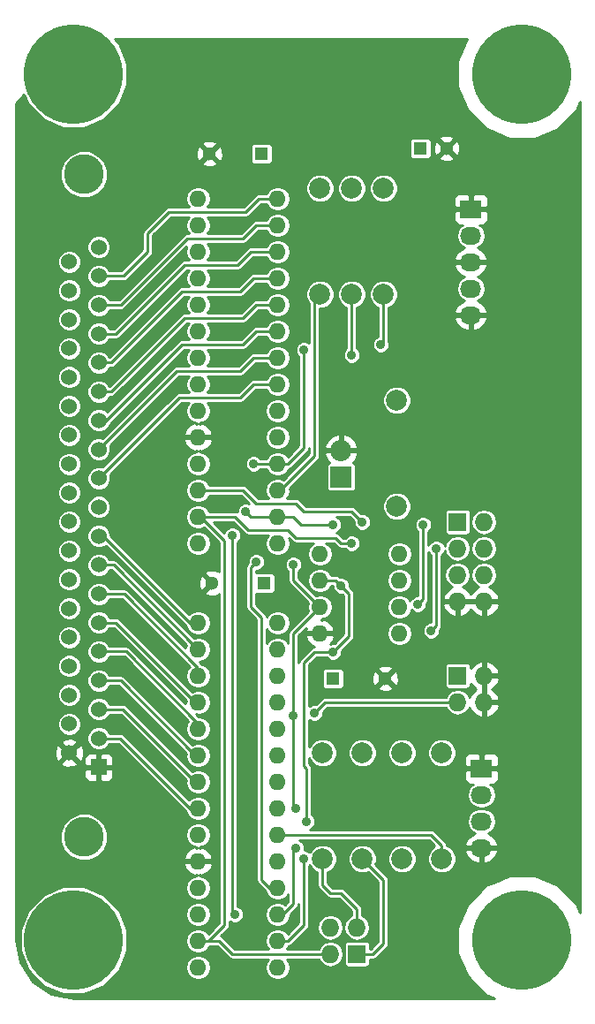
<source format=gbl>
G04 #@! TF.FileFunction,Copper,L2,Bot,Signal*
%FSLAX46Y46*%
G04 Gerber Fmt 4.6, Leading zero omitted, Abs format (unit mm)*
G04 Created by KiCad (PCBNEW (after 2015-mar-04 BZR unknown)-product) date 10/25/2016 10:05:54 AM*
%MOMM*%
G01*
G04 APERTURE LIST*
%ADD10C,0.150000*%
%ADD11C,9.525000*%
%ADD12R,2.032000X2.032000*%
%ADD13O,2.032000X2.032000*%
%ADD14R,1.300000X1.300000*%
%ADD15C,1.300000*%
%ADD16R,1.524000X1.524000*%
%ADD17C,1.524000*%
%ADD18C,3.810000*%
%ADD19O,1.600000X1.600000*%
%ADD20R,1.727200X1.727200*%
%ADD21O,1.727200X1.727200*%
%ADD22R,2.032000X1.727200*%
%ADD23O,2.032000X1.727200*%
%ADD24C,1.998980*%
%ADD25C,0.889000*%
%ADD26C,0.254000*%
G04 APERTURE END LIST*
D10*
D11*
X16000000Y-16000000D03*
X59000000Y-16000000D03*
X16000000Y-99000000D03*
X59000000Y-99000000D03*
D12*
X41656000Y-54610000D03*
D13*
X41656000Y-52070000D03*
D14*
X34036000Y-23622000D03*
D15*
X29036000Y-23622000D03*
D14*
X34290000Y-64770000D03*
D15*
X29290000Y-64770000D03*
D16*
X18422400Y-82417400D03*
D17*
X18422400Y-79648800D03*
X18422400Y-76880200D03*
X18422400Y-74111600D03*
X18422400Y-71343000D03*
X18422400Y-68574400D03*
X18422400Y-65805800D03*
X18422400Y-63037200D03*
X18422400Y-60268600D03*
D18*
X17000000Y-89123000D03*
X17000000Y-25623000D03*
D17*
X18422400Y-57500000D03*
X18422400Y-54731400D03*
X18422400Y-51962800D03*
X18422400Y-49194200D03*
X18422400Y-46425600D03*
X18422400Y-43657000D03*
X18422400Y-40888400D03*
X18422400Y-38119800D03*
X18422400Y-35351200D03*
X18422400Y-32582600D03*
X15577600Y-81045800D03*
X15577600Y-78277200D03*
X15577600Y-75508600D03*
X15577600Y-72740000D03*
X15577600Y-69971400D03*
X15577600Y-67202800D03*
X15577600Y-64434200D03*
X15577600Y-61665600D03*
X15577600Y-58897000D03*
X15577600Y-56128400D03*
X15577600Y-53359800D03*
X15577600Y-50591200D03*
X15577600Y-47822600D03*
X15577600Y-45054000D03*
X15577600Y-42285400D03*
X15577600Y-39516800D03*
X15577600Y-36748200D03*
X15577600Y-33979600D03*
D19*
X27940000Y-68580000D03*
X27940000Y-71120000D03*
X27940000Y-73660000D03*
X27940000Y-76200000D03*
X27940000Y-78740000D03*
X27940000Y-81280000D03*
X27940000Y-83820000D03*
X27940000Y-86360000D03*
X27940000Y-88900000D03*
X27940000Y-91440000D03*
X27940000Y-93980000D03*
X27940000Y-96520000D03*
X27940000Y-99060000D03*
X27940000Y-101600000D03*
X35560000Y-101600000D03*
X35560000Y-99060000D03*
X35560000Y-96520000D03*
X35560000Y-93980000D03*
X35560000Y-91440000D03*
X35560000Y-88900000D03*
X35560000Y-86360000D03*
X35560000Y-83820000D03*
X35560000Y-81280000D03*
X35560000Y-78740000D03*
X35560000Y-76200000D03*
X35560000Y-73660000D03*
X35560000Y-71120000D03*
X35560000Y-68580000D03*
X27940000Y-27940000D03*
X27940000Y-30480000D03*
X27940000Y-33020000D03*
X27940000Y-35560000D03*
X27940000Y-38100000D03*
X27940000Y-40640000D03*
X27940000Y-43180000D03*
X27940000Y-45720000D03*
X27940000Y-48260000D03*
X27940000Y-50800000D03*
X27940000Y-53340000D03*
X27940000Y-55880000D03*
X27940000Y-58420000D03*
X27940000Y-60960000D03*
X35560000Y-60960000D03*
X35560000Y-58420000D03*
X35560000Y-55880000D03*
X35560000Y-53340000D03*
X35560000Y-50800000D03*
X35560000Y-48260000D03*
X35560000Y-45720000D03*
X35560000Y-43180000D03*
X35560000Y-40640000D03*
X35560000Y-38100000D03*
X35560000Y-35560000D03*
X35560000Y-33020000D03*
X35560000Y-30480000D03*
X35560000Y-27940000D03*
X39624000Y-61976000D03*
X39624000Y-64516000D03*
X39624000Y-67056000D03*
X39624000Y-69596000D03*
X47244000Y-69596000D03*
X47244000Y-67056000D03*
X47244000Y-64516000D03*
X47244000Y-61976000D03*
D20*
X52832000Y-58928000D03*
D21*
X55372000Y-58928000D03*
X52832000Y-61468000D03*
X55372000Y-61468000D03*
X52832000Y-64008000D03*
X55372000Y-64008000D03*
X52832000Y-66548000D03*
X55372000Y-66548000D03*
D22*
X54102000Y-28956000D03*
D23*
X54102000Y-31496000D03*
X54102000Y-34036000D03*
X54102000Y-36576000D03*
X54102000Y-39116000D03*
D24*
X43688000Y-91186000D03*
X43688000Y-81026000D03*
X39878000Y-91186000D03*
X39878000Y-81026000D03*
X47498000Y-91186000D03*
X47498000Y-81026000D03*
X45720000Y-37084000D03*
X45720000Y-26924000D03*
X46990000Y-57404000D03*
X46990000Y-47244000D03*
X39624000Y-37084000D03*
X39624000Y-26924000D03*
X51308000Y-91186000D03*
X51308000Y-81026000D03*
X42672000Y-37084000D03*
X42672000Y-26924000D03*
D22*
X55118000Y-82550000D03*
D23*
X55118000Y-85090000D03*
X55118000Y-87630000D03*
X55118000Y-90170000D03*
D14*
X40894000Y-73914000D03*
D15*
X45894000Y-73914000D03*
D20*
X52832000Y-73660000D03*
D21*
X55372000Y-73660000D03*
X52832000Y-76200000D03*
X55372000Y-76200000D03*
D20*
X43180000Y-100330000D03*
D21*
X40640000Y-100330000D03*
X43180000Y-97790000D03*
X40640000Y-97790000D03*
D14*
X49276000Y-23114000D03*
D15*
X51776000Y-23114000D03*
D25*
X41656000Y-65024000D03*
X42672000Y-42926000D03*
X32512000Y-57912000D03*
X40894000Y-59182000D03*
X38100000Y-91186000D03*
X38354000Y-87630000D03*
X40894000Y-71374000D03*
X37084000Y-62992000D03*
X37338000Y-86360000D03*
X37338000Y-90170000D03*
X39116000Y-77216000D03*
X37084000Y-77470000D03*
X31242000Y-60198000D03*
X31496000Y-96520000D03*
X43688000Y-58928000D03*
X49530000Y-59182000D03*
X49022000Y-66802000D03*
X42672000Y-60960000D03*
X50800000Y-61468000D03*
X50292000Y-69342000D03*
X45466000Y-41910000D03*
X38100000Y-42418000D03*
X33528000Y-62738000D03*
X33274000Y-53340000D03*
D26*
X42418000Y-69850000D02*
X42418000Y-65786000D01*
X40894000Y-71374000D02*
X42418000Y-69850000D01*
X42418000Y-65786000D02*
X41656000Y-65024000D01*
X41656000Y-65024000D02*
X41148000Y-64516000D01*
X35560000Y-58420000D02*
X33020000Y-58420000D01*
X42672000Y-42926000D02*
X42672000Y-37211000D01*
X33020000Y-58420000D02*
X32512000Y-57912000D01*
X35560000Y-58420000D02*
X37084000Y-58420000D01*
X37846000Y-59182000D02*
X40894000Y-59182000D01*
X37084000Y-58420000D02*
X37846000Y-59182000D01*
X41148000Y-64516000D02*
X39624000Y-64516000D01*
X38100000Y-72390000D02*
X39116000Y-71374000D01*
X36576000Y-99060000D02*
X38100000Y-97536000D01*
X38100000Y-97536000D02*
X38100000Y-91186000D01*
X38354000Y-87630000D02*
X38354000Y-82550000D01*
X38354000Y-82550000D02*
X38100000Y-82296000D01*
X38100000Y-82296000D02*
X38100000Y-77978000D01*
X35560000Y-99060000D02*
X36576000Y-99060000D01*
X39116000Y-71374000D02*
X40894000Y-71374000D01*
X38100000Y-77978000D02*
X38100000Y-72390000D01*
X37084000Y-69596000D02*
X39624000Y-67056000D01*
X37084000Y-62992000D02*
X37084000Y-64516000D01*
X37084000Y-64516000D02*
X39624000Y-67056000D01*
X35560000Y-55880000D02*
X35814000Y-55880000D01*
X35814000Y-55880000D02*
X39116000Y-52578000D01*
X39116000Y-52578000D02*
X39116000Y-37719000D01*
X39116000Y-37719000D02*
X39624000Y-37211000D01*
X35560000Y-96520000D02*
X36068000Y-96520000D01*
X37084000Y-90424000D02*
X37338000Y-90170000D01*
X37084000Y-95504000D02*
X37084000Y-90424000D01*
X36068000Y-96520000D02*
X37084000Y-95504000D01*
X37084000Y-71628000D02*
X37084000Y-69596000D01*
X37084000Y-77470000D02*
X37084000Y-74930000D01*
X37338000Y-86360000D02*
X37084000Y-86106000D01*
X37084000Y-86106000D02*
X37084000Y-77470000D01*
X37084000Y-74930000D02*
X37084000Y-71628000D01*
X40132000Y-76200000D02*
X39116000Y-77216000D01*
X52832000Y-76200000D02*
X40132000Y-76200000D01*
X31496000Y-96520000D02*
X31242000Y-96266000D01*
X31242000Y-96266000D02*
X31242000Y-60198000D01*
X32258000Y-55880000D02*
X27940000Y-55880000D01*
X33528000Y-57150000D02*
X32258000Y-55880000D01*
X37338000Y-57150000D02*
X33528000Y-57150000D01*
X38100000Y-57912000D02*
X37338000Y-57150000D01*
X42672000Y-57912000D02*
X38100000Y-57912000D01*
X43688000Y-58928000D02*
X42672000Y-57912000D01*
X49530000Y-66294000D02*
X49530000Y-59182000D01*
X49022000Y-66802000D02*
X49530000Y-66294000D01*
X42672000Y-60960000D02*
X41656000Y-60960000D01*
X37338000Y-60452000D02*
X36576000Y-59690000D01*
X41148000Y-60452000D02*
X37338000Y-60452000D01*
X41656000Y-60960000D02*
X41148000Y-60452000D01*
X27940000Y-99060000D02*
X29972000Y-99060000D01*
X29972000Y-99060000D02*
X31242000Y-100330000D01*
X29718000Y-99060000D02*
X27940000Y-99060000D01*
X27940000Y-58420000D02*
X28194000Y-58420000D01*
X28194000Y-58420000D02*
X30480000Y-60706000D01*
X28956000Y-99060000D02*
X27940000Y-99060000D01*
X30480000Y-97536000D02*
X28956000Y-99060000D01*
X30480000Y-60706000D02*
X30480000Y-97536000D01*
X29718000Y-99060000D02*
X27940000Y-99060000D01*
X27940000Y-58420000D02*
X31496000Y-58420000D01*
X31496000Y-58420000D02*
X32766000Y-59690000D01*
X32766000Y-59690000D02*
X36576000Y-59690000D01*
X50800000Y-68834000D02*
X50800000Y-61468000D01*
X50292000Y-69342000D02*
X50800000Y-68834000D01*
X31242000Y-100330000D02*
X38354000Y-100330000D01*
X38354000Y-100330000D02*
X40640000Y-100330000D01*
X33528000Y-62738000D02*
X33020002Y-63245998D01*
X33020002Y-63245998D02*
X33020002Y-67055998D01*
X34036000Y-68071996D02*
X34036000Y-69342000D01*
X33020002Y-67055998D02*
X34036000Y-68071996D01*
X35560000Y-53340000D02*
X36576000Y-53340000D01*
X45720000Y-41656000D02*
X45720000Y-37211000D01*
X45466000Y-41910000D02*
X45720000Y-41656000D01*
X38100000Y-51816000D02*
X38100000Y-42418000D01*
X36576000Y-53340000D02*
X38100000Y-51816000D01*
X35560000Y-93980000D02*
X34798000Y-93980000D01*
X34798000Y-93980000D02*
X34036000Y-93218000D01*
X34036000Y-93218000D02*
X34036000Y-69342000D01*
X35560000Y-53340000D02*
X33274000Y-53340000D01*
X45720000Y-99314000D02*
X45720000Y-93218000D01*
X45720000Y-93218000D02*
X43688000Y-91186000D01*
X44704000Y-100330000D02*
X45720000Y-99314000D01*
X43180000Y-100330000D02*
X44704000Y-100330000D01*
X43180000Y-97790000D02*
X43180000Y-97028000D01*
X41656000Y-94488000D02*
X40640000Y-94488000D01*
X40640000Y-94488000D02*
X39878000Y-93726000D01*
X39878000Y-93726000D02*
X39878000Y-91186000D01*
X43180000Y-96012000D02*
X41656000Y-94488000D01*
X43180000Y-97790000D02*
X43180000Y-96012000D01*
X35560000Y-88900000D02*
X50292000Y-88900000D01*
X50292000Y-88900000D02*
X51308000Y-89916000D01*
X51308000Y-89916000D02*
X51308000Y-91059000D01*
X20466800Y-79648800D02*
X18422400Y-79648800D01*
X27178000Y-86360000D02*
X20466800Y-79648800D01*
X27940000Y-86360000D02*
X27178000Y-86360000D01*
X20746200Y-76880200D02*
X18422400Y-76880200D01*
X27686000Y-83820000D02*
X20746200Y-76880200D01*
X27940000Y-83820000D02*
X27686000Y-83820000D01*
X20517600Y-74111600D02*
X18422400Y-74111600D01*
X27686000Y-81280000D02*
X20517600Y-74111600D01*
X27940000Y-81280000D02*
X27686000Y-81280000D01*
X21051000Y-71343000D02*
X18422400Y-71343000D01*
X27940000Y-78232000D02*
X21051000Y-71343000D01*
X27940000Y-78740000D02*
X27940000Y-78232000D01*
X20060400Y-68574400D02*
X18422400Y-68574400D01*
X27686000Y-76200000D02*
X20060400Y-68574400D01*
X27940000Y-76200000D02*
X27686000Y-76200000D01*
X20847800Y-65805800D02*
X18422400Y-65805800D01*
X27940000Y-72898000D02*
X20847800Y-65805800D01*
X27940000Y-73660000D02*
X27940000Y-72898000D01*
X19857200Y-63037200D02*
X27940000Y-71120000D01*
X18422400Y-63037200D02*
X19857200Y-63037200D01*
X18866600Y-60268600D02*
X18422400Y-60268600D01*
X27178000Y-68580000D02*
X18866600Y-60268600D01*
X27940000Y-68580000D02*
X27178000Y-68580000D01*
X18422400Y-54731400D02*
X18422400Y-54729600D01*
X18422400Y-54729600D02*
X26162000Y-46990000D01*
X26162000Y-46990000D02*
X32004000Y-46990000D01*
X32004000Y-46990000D02*
X33274000Y-45720000D01*
X33274000Y-45720000D02*
X35560000Y-45720000D01*
X18422400Y-51962800D02*
X18422400Y-51935600D01*
X18422400Y-51935600D02*
X25908000Y-44450000D01*
X25908000Y-44450000D02*
X32004000Y-44450000D01*
X32004000Y-44450000D02*
X33274000Y-43180000D01*
X33274000Y-43180000D02*
X35560000Y-43180000D01*
X18422400Y-49194200D02*
X19131800Y-49194200D01*
X19131800Y-49194200D02*
X26416000Y-41910000D01*
X26416000Y-41910000D02*
X32258000Y-41910000D01*
X32258000Y-41910000D02*
X33528000Y-40640000D01*
X33528000Y-40640000D02*
X35560000Y-40640000D01*
X18422400Y-46425600D02*
X19614400Y-46425600D01*
X33528000Y-38100000D02*
X35560000Y-38100000D01*
X32258000Y-39370000D02*
X33528000Y-38100000D01*
X26670000Y-39370000D02*
X32258000Y-39370000D01*
X19614400Y-46425600D02*
X26670000Y-39370000D01*
X18422400Y-43657000D02*
X19589000Y-43657000D01*
X33274000Y-35560000D02*
X35560000Y-35560000D01*
X32004000Y-36830000D02*
X33274000Y-35560000D01*
X26416000Y-36830000D02*
X32004000Y-36830000D01*
X19589000Y-43657000D02*
X26416000Y-36830000D01*
X18422400Y-40888400D02*
X20071600Y-40888400D01*
X33020000Y-33020000D02*
X35560000Y-33020000D01*
X31750000Y-34290000D02*
X33020000Y-33020000D01*
X26670000Y-34290000D02*
X31750000Y-34290000D01*
X20071600Y-40888400D02*
X26670000Y-34290000D01*
X18422400Y-38119800D02*
X20554200Y-38119800D01*
X33528000Y-30480000D02*
X35560000Y-30480000D01*
X32258000Y-31750000D02*
X33528000Y-30480000D01*
X26924000Y-31750000D02*
X32258000Y-31750000D01*
X20554200Y-38119800D02*
X26924000Y-31750000D01*
X18422400Y-35351200D02*
X20782800Y-35351200D01*
X33782000Y-27940000D02*
X35560000Y-27940000D01*
X32512000Y-29210000D02*
X33782000Y-27940000D01*
X25146000Y-29210000D02*
X32512000Y-29210000D01*
X23114000Y-31242000D02*
X25146000Y-29210000D01*
X23114000Y-33020000D02*
X23114000Y-31242000D01*
X20782800Y-35351200D02*
X23114000Y-33020000D01*
G36*
X64569000Y-96348473D02*
X64224815Y-95515482D01*
X62493632Y-93781275D01*
X60230575Y-92841571D01*
X57780175Y-92839433D01*
X56826958Y-93233294D01*
X56826958Y-76559026D01*
X56826958Y-75840974D01*
X56654688Y-75425053D01*
X56260490Y-74993179D01*
X56125687Y-74930000D01*
X56260490Y-74866821D01*
X56654688Y-74434947D01*
X56826958Y-74019026D01*
X56826958Y-73300974D01*
X56826958Y-66907026D01*
X56826958Y-66188974D01*
X56654688Y-65773053D01*
X56260490Y-65341179D01*
X55870338Y-65158323D01*
X55872671Y-65157860D01*
X56276448Y-64888065D01*
X56546243Y-64484288D01*
X56640983Y-64008000D01*
X56640983Y-61468000D01*
X56640983Y-58928000D01*
X56546243Y-58451712D01*
X56276448Y-58047935D01*
X55872671Y-57778140D01*
X55753000Y-57754335D01*
X55753000Y-29945910D01*
X55753000Y-29693291D01*
X55753000Y-29241750D01*
X55753000Y-28670250D01*
X55753000Y-28218709D01*
X55753000Y-27966090D01*
X55656327Y-27732701D01*
X55477698Y-27554073D01*
X55244309Y-27457400D01*
X54387750Y-27457400D01*
X54229000Y-27616150D01*
X54229000Y-28829000D01*
X55594250Y-28829000D01*
X55753000Y-28670250D01*
X55753000Y-29241750D01*
X55594250Y-29083000D01*
X54229000Y-29083000D01*
X54229000Y-29103000D01*
X53975000Y-29103000D01*
X53975000Y-29083000D01*
X53975000Y-28829000D01*
X53975000Y-27616150D01*
X53816250Y-27457400D01*
X53073622Y-27457400D01*
X53073622Y-23294922D01*
X53044083Y-22784572D01*
X52905611Y-22450271D01*
X52675016Y-22394590D01*
X52495410Y-22574195D01*
X52495410Y-22214984D01*
X52439729Y-21984389D01*
X51956922Y-21816378D01*
X51446572Y-21845917D01*
X51112271Y-21984389D01*
X51056590Y-22214984D01*
X51776000Y-22934395D01*
X52495410Y-22214984D01*
X52495410Y-22574195D01*
X51955605Y-23114000D01*
X52675016Y-23833410D01*
X52905611Y-23777729D01*
X53073622Y-23294922D01*
X53073622Y-27457400D01*
X52959691Y-27457400D01*
X52726302Y-27554073D01*
X52547673Y-27732701D01*
X52495410Y-27858874D01*
X52495410Y-24013016D01*
X51776000Y-23293605D01*
X51596395Y-23473210D01*
X51596395Y-23114000D01*
X50876984Y-22394590D01*
X50646389Y-22450271D01*
X50478378Y-22933078D01*
X50507917Y-23443428D01*
X50646389Y-23777729D01*
X50876984Y-23833410D01*
X51596395Y-23114000D01*
X51596395Y-23473210D01*
X51056590Y-24013016D01*
X51112271Y-24243611D01*
X51595078Y-24411622D01*
X52105428Y-24382083D01*
X52439729Y-24243611D01*
X52495410Y-24013016D01*
X52495410Y-27858874D01*
X52451000Y-27966090D01*
X52451000Y-28218709D01*
X52451000Y-28670250D01*
X52609750Y-28829000D01*
X53975000Y-28829000D01*
X53975000Y-29083000D01*
X52609750Y-29083000D01*
X52451000Y-29241750D01*
X52451000Y-29693291D01*
X52451000Y-29945910D01*
X52547673Y-30179299D01*
X52726302Y-30357927D01*
X52959691Y-30454600D01*
X53283621Y-30454600D01*
X53042166Y-30615935D01*
X52772371Y-31019712D01*
X52677631Y-31496000D01*
X52772371Y-31972288D01*
X53042166Y-32376065D01*
X53445943Y-32645860D01*
X53460242Y-32648704D01*
X53187680Y-32744046D01*
X52751268Y-33133964D01*
X52497291Y-33661209D01*
X52494642Y-33676974D01*
X52615783Y-33909000D01*
X53975000Y-33909000D01*
X53975000Y-33889000D01*
X54229000Y-33889000D01*
X54229000Y-33909000D01*
X55588217Y-33909000D01*
X55709358Y-33676974D01*
X55706709Y-33661209D01*
X55452732Y-33133964D01*
X55016320Y-32744046D01*
X54743757Y-32648704D01*
X54758057Y-32645860D01*
X55161834Y-32376065D01*
X55431629Y-31972288D01*
X55526369Y-31496000D01*
X55431629Y-31019712D01*
X55161834Y-30615935D01*
X54920378Y-30454600D01*
X55244309Y-30454600D01*
X55477698Y-30357927D01*
X55656327Y-30179299D01*
X55753000Y-29945910D01*
X55753000Y-57754335D01*
X55709358Y-57745654D01*
X55709358Y-39475026D01*
X55709358Y-38756974D01*
X55706709Y-38741209D01*
X55452732Y-38213964D01*
X55016320Y-37824046D01*
X54743757Y-37728704D01*
X54758057Y-37725860D01*
X55161834Y-37456065D01*
X55431629Y-37052288D01*
X55526369Y-36576000D01*
X55431629Y-36099712D01*
X55161834Y-35695935D01*
X54758057Y-35426140D01*
X54743757Y-35423295D01*
X55016320Y-35327954D01*
X55452732Y-34938036D01*
X55706709Y-34410791D01*
X55709358Y-34395026D01*
X55588217Y-34163000D01*
X54229000Y-34163000D01*
X54229000Y-34183000D01*
X53975000Y-34183000D01*
X53975000Y-34163000D01*
X52615783Y-34163000D01*
X52494642Y-34395026D01*
X52497291Y-34410791D01*
X52751268Y-34938036D01*
X53187680Y-35327954D01*
X53460242Y-35423295D01*
X53445943Y-35426140D01*
X53042166Y-35695935D01*
X52772371Y-36099712D01*
X52677631Y-36576000D01*
X52772371Y-37052288D01*
X53042166Y-37456065D01*
X53445943Y-37725860D01*
X53460242Y-37728704D01*
X53187680Y-37824046D01*
X52751268Y-38213964D01*
X52497291Y-38741209D01*
X52494642Y-38756974D01*
X52615783Y-38989000D01*
X53975000Y-38989000D01*
X53975000Y-38969000D01*
X54229000Y-38969000D01*
X54229000Y-38989000D01*
X55588217Y-38989000D01*
X55709358Y-38756974D01*
X55709358Y-39475026D01*
X55588217Y-39243000D01*
X54229000Y-39243000D01*
X54229000Y-40456924D01*
X54463913Y-40601184D01*
X55016320Y-40407954D01*
X55452732Y-40018036D01*
X55706709Y-39490791D01*
X55709358Y-39475026D01*
X55709358Y-57745654D01*
X55396383Y-57683400D01*
X55347617Y-57683400D01*
X54871329Y-57778140D01*
X54467552Y-58047935D01*
X54197757Y-58451712D01*
X54103017Y-58928000D01*
X54197757Y-59404288D01*
X54467552Y-59808065D01*
X54871329Y-60077860D01*
X55347617Y-60172600D01*
X55396383Y-60172600D01*
X55872671Y-60077860D01*
X56276448Y-59808065D01*
X56546243Y-59404288D01*
X56640983Y-58928000D01*
X56640983Y-61468000D01*
X56546243Y-60991712D01*
X56276448Y-60587935D01*
X55872671Y-60318140D01*
X55396383Y-60223400D01*
X55347617Y-60223400D01*
X54871329Y-60318140D01*
X54467552Y-60587935D01*
X54197757Y-60991712D01*
X54103017Y-61468000D01*
X54197757Y-61944288D01*
X54467552Y-62348065D01*
X54871329Y-62617860D01*
X55347617Y-62712600D01*
X55396383Y-62712600D01*
X55872671Y-62617860D01*
X56276448Y-62348065D01*
X56546243Y-61944288D01*
X56640983Y-61468000D01*
X56640983Y-64008000D01*
X56546243Y-63531712D01*
X56276448Y-63127935D01*
X55872671Y-62858140D01*
X55396383Y-62763400D01*
X55347617Y-62763400D01*
X54871329Y-62858140D01*
X54467552Y-63127935D01*
X54197757Y-63531712D01*
X54103017Y-64008000D01*
X54197757Y-64484288D01*
X54467552Y-64888065D01*
X54871329Y-65157860D01*
X54873661Y-65158323D01*
X54483510Y-65341179D01*
X54102000Y-65759152D01*
X53720490Y-65341179D01*
X53330338Y-65158323D01*
X53332671Y-65157860D01*
X53736448Y-64888065D01*
X54006243Y-64484288D01*
X54100983Y-64008000D01*
X54100983Y-61468000D01*
X54084064Y-61382942D01*
X54084064Y-59791600D01*
X54084064Y-58064400D01*
X54055878Y-57919126D01*
X53975000Y-57796004D01*
X53975000Y-40456924D01*
X53975000Y-39243000D01*
X52615783Y-39243000D01*
X52494642Y-39475026D01*
X52497291Y-39490791D01*
X52751268Y-40018036D01*
X53187680Y-40407954D01*
X53740087Y-40601184D01*
X53975000Y-40456924D01*
X53975000Y-57796004D01*
X53972004Y-57791444D01*
X53845384Y-57705974D01*
X53695600Y-57675936D01*
X51968400Y-57675936D01*
X51823126Y-57704122D01*
X51695444Y-57787996D01*
X51609974Y-57914616D01*
X51579936Y-58064400D01*
X51579936Y-59791600D01*
X51608122Y-59936874D01*
X51691996Y-60064556D01*
X51818616Y-60150026D01*
X51968400Y-60180064D01*
X53695600Y-60180064D01*
X53840874Y-60151878D01*
X53968556Y-60068004D01*
X54054026Y-59941384D01*
X54084064Y-59791600D01*
X54084064Y-61382942D01*
X54006243Y-60991712D01*
X53736448Y-60587935D01*
X53332671Y-60318140D01*
X52856383Y-60223400D01*
X52807617Y-60223400D01*
X52331329Y-60318140D01*
X51927552Y-60587935D01*
X51657757Y-60991712D01*
X51605319Y-61255331D01*
X51500233Y-61001002D01*
X51268219Y-60768583D01*
X50964923Y-60642643D01*
X50636518Y-60642357D01*
X50333002Y-60767767D01*
X50100583Y-60999781D01*
X50038000Y-61150497D01*
X50038000Y-59841302D01*
X50229417Y-59650219D01*
X50355357Y-59346923D01*
X50355643Y-59018518D01*
X50314464Y-58918857D01*
X50314464Y-23764000D01*
X50314464Y-22464000D01*
X50286278Y-22318726D01*
X50202404Y-22191044D01*
X50075784Y-22105574D01*
X49926000Y-22075536D01*
X48626000Y-22075536D01*
X48480726Y-22103722D01*
X48353044Y-22187596D01*
X48267574Y-22314216D01*
X48237536Y-22464000D01*
X48237536Y-23764000D01*
X48265722Y-23909274D01*
X48349596Y-24036956D01*
X48476216Y-24122426D01*
X48626000Y-24152464D01*
X49926000Y-24152464D01*
X50071274Y-24124278D01*
X50198956Y-24040404D01*
X50284426Y-23913784D01*
X50314464Y-23764000D01*
X50314464Y-58918857D01*
X50230233Y-58715002D01*
X49998219Y-58482583D01*
X49694923Y-58356643D01*
X49366518Y-58356357D01*
X49063002Y-58481767D01*
X48830583Y-58713781D01*
X48704643Y-59017077D01*
X48704357Y-59345482D01*
X48829767Y-59648998D01*
X49022000Y-59841566D01*
X49022000Y-65976499D01*
X48858518Y-65976357D01*
X48555002Y-66101767D01*
X48448137Y-66208445D01*
X48448137Y-64516000D01*
X48448137Y-61976000D01*
X48370729Y-61586842D01*
X48370729Y-57130608D01*
X48370729Y-46970608D01*
X48161005Y-46463037D01*
X47773006Y-46074360D01*
X47265801Y-45863751D01*
X47100729Y-45863606D01*
X47100729Y-36810608D01*
X47100729Y-26650608D01*
X46891005Y-26143037D01*
X46503006Y-25754360D01*
X45995801Y-25543751D01*
X45446608Y-25543271D01*
X44939037Y-25752995D01*
X44550360Y-26140994D01*
X44339751Y-26648199D01*
X44339271Y-27197392D01*
X44548995Y-27704963D01*
X44936994Y-28093640D01*
X45444199Y-28304249D01*
X45993392Y-28304729D01*
X46500963Y-28095005D01*
X46889640Y-27707006D01*
X47100249Y-27199801D01*
X47100729Y-26650608D01*
X47100729Y-36810608D01*
X46891005Y-36303037D01*
X46503006Y-35914360D01*
X45995801Y-35703751D01*
X45446608Y-35703271D01*
X44939037Y-35912995D01*
X44550360Y-36300994D01*
X44339751Y-36808199D01*
X44339271Y-37357392D01*
X44548995Y-37864963D01*
X44936994Y-38253640D01*
X45212000Y-38367831D01*
X45212000Y-41121758D01*
X44999002Y-41209767D01*
X44766583Y-41441781D01*
X44640643Y-41745077D01*
X44640357Y-42073482D01*
X44765767Y-42376998D01*
X44997781Y-42609417D01*
X45301077Y-42735357D01*
X45629482Y-42735643D01*
X45932998Y-42610233D01*
X46165417Y-42378219D01*
X46291357Y-42074923D01*
X46291643Y-41746518D01*
X46228000Y-41592489D01*
X46228000Y-38367790D01*
X46500963Y-38255005D01*
X46889640Y-37867006D01*
X47100249Y-37359801D01*
X47100729Y-36810608D01*
X47100729Y-45863606D01*
X46716608Y-45863271D01*
X46209037Y-46072995D01*
X45820360Y-46460994D01*
X45609751Y-46968199D01*
X45609271Y-47517392D01*
X45818995Y-48024963D01*
X46206994Y-48413640D01*
X46714199Y-48624249D01*
X47263392Y-48624729D01*
X47770963Y-48415005D01*
X48159640Y-48027006D01*
X48370249Y-47519801D01*
X48370729Y-46970608D01*
X48370729Y-57130608D01*
X48161005Y-56623037D01*
X47773006Y-56234360D01*
X47265801Y-56023751D01*
X46716608Y-56023271D01*
X46209037Y-56232995D01*
X45820360Y-56620994D01*
X45609751Y-57128199D01*
X45609271Y-57677392D01*
X45818995Y-58184963D01*
X46206994Y-58573640D01*
X46714199Y-58784249D01*
X47263392Y-58784729D01*
X47770963Y-58575005D01*
X48159640Y-58187006D01*
X48370249Y-57679801D01*
X48370729Y-57130608D01*
X48370729Y-61586842D01*
X48358239Y-61524051D01*
X48102230Y-61140907D01*
X47719086Y-60884898D01*
X47267137Y-60795000D01*
X47220863Y-60795000D01*
X46768914Y-60884898D01*
X46385770Y-61140907D01*
X46129761Y-61524051D01*
X46039863Y-61976000D01*
X46129761Y-62427949D01*
X46385770Y-62811093D01*
X46768914Y-63067102D01*
X47220863Y-63157000D01*
X47267137Y-63157000D01*
X47719086Y-63067102D01*
X48102230Y-62811093D01*
X48358239Y-62427949D01*
X48448137Y-61976000D01*
X48448137Y-64516000D01*
X48358239Y-64064051D01*
X48102230Y-63680907D01*
X47719086Y-63424898D01*
X47267137Y-63335000D01*
X47220863Y-63335000D01*
X46768914Y-63424898D01*
X46385770Y-63680907D01*
X46129761Y-64064051D01*
X46039863Y-64516000D01*
X46129761Y-64967949D01*
X46385770Y-65351093D01*
X46768914Y-65607102D01*
X47220863Y-65697000D01*
X47267137Y-65697000D01*
X47719086Y-65607102D01*
X48102230Y-65351093D01*
X48358239Y-64967949D01*
X48448137Y-64516000D01*
X48448137Y-66208445D01*
X48322583Y-66333781D01*
X48267035Y-66467554D01*
X48102230Y-66220907D01*
X47719086Y-65964898D01*
X47267137Y-65875000D01*
X47220863Y-65875000D01*
X46768914Y-65964898D01*
X46385770Y-66220907D01*
X46129761Y-66604051D01*
X46039863Y-67056000D01*
X46129761Y-67507949D01*
X46385770Y-67891093D01*
X46768914Y-68147102D01*
X47220863Y-68237000D01*
X47267137Y-68237000D01*
X47719086Y-68147102D01*
X48102230Y-67891093D01*
X48358239Y-67507949D01*
X48391812Y-67339165D01*
X48553781Y-67501417D01*
X48857077Y-67627357D01*
X49185482Y-67627643D01*
X49488998Y-67502233D01*
X49721417Y-67270219D01*
X49847357Y-66966923D01*
X49847593Y-66694826D01*
X49889210Y-66653211D01*
X49889210Y-66653210D01*
X49962790Y-66543090D01*
X49999330Y-66488404D01*
X49999331Y-66488403D01*
X50037999Y-66294000D01*
X50038000Y-66294000D01*
X50038000Y-61785510D01*
X50099767Y-61934998D01*
X50292000Y-62127566D01*
X50292000Y-68516499D01*
X50128518Y-68516357D01*
X49825002Y-68641767D01*
X49592583Y-68873781D01*
X49466643Y-69177077D01*
X49466357Y-69505482D01*
X49591767Y-69808998D01*
X49823781Y-70041417D01*
X50127077Y-70167357D01*
X50455482Y-70167643D01*
X50758998Y-70042233D01*
X50991417Y-69810219D01*
X51117357Y-69506923D01*
X51117593Y-69234826D01*
X51159210Y-69193211D01*
X51159210Y-69193210D01*
X51232790Y-69083090D01*
X51269330Y-69028404D01*
X51269331Y-69028403D01*
X51307999Y-68834000D01*
X51308000Y-68834000D01*
X51308000Y-62127302D01*
X51499417Y-61936219D01*
X51605388Y-61681013D01*
X51657757Y-61944288D01*
X51927552Y-62348065D01*
X52331329Y-62617860D01*
X52807617Y-62712600D01*
X52856383Y-62712600D01*
X53332671Y-62617860D01*
X53736448Y-62348065D01*
X54006243Y-61944288D01*
X54100983Y-61468000D01*
X54100983Y-64008000D01*
X54006243Y-63531712D01*
X53736448Y-63127935D01*
X53332671Y-62858140D01*
X52856383Y-62763400D01*
X52807617Y-62763400D01*
X52331329Y-62858140D01*
X51927552Y-63127935D01*
X51657757Y-63531712D01*
X51563017Y-64008000D01*
X51657757Y-64484288D01*
X51927552Y-64888065D01*
X52331329Y-65157860D01*
X52333661Y-65158323D01*
X51943510Y-65341179D01*
X51549312Y-65773053D01*
X51377042Y-66188974D01*
X51498183Y-66421000D01*
X52705000Y-66421000D01*
X52705000Y-66401000D01*
X52959000Y-66401000D01*
X52959000Y-66421000D01*
X54038183Y-66421000D01*
X54165817Y-66421000D01*
X55245000Y-66421000D01*
X55245000Y-66401000D01*
X55499000Y-66401000D01*
X55499000Y-66421000D01*
X56705817Y-66421000D01*
X56826958Y-66188974D01*
X56826958Y-66907026D01*
X56705817Y-66675000D01*
X55499000Y-66675000D01*
X55499000Y-67882469D01*
X55731027Y-68002968D01*
X56260490Y-67754821D01*
X56654688Y-67322947D01*
X56826958Y-66907026D01*
X56826958Y-73300974D01*
X56654688Y-72885053D01*
X56260490Y-72453179D01*
X55731027Y-72205032D01*
X55499000Y-72325531D01*
X55499000Y-73533000D01*
X56705817Y-73533000D01*
X56826958Y-73300974D01*
X56826958Y-74019026D01*
X56705817Y-73787000D01*
X55499000Y-73787000D01*
X55499000Y-74865531D01*
X55499000Y-74994469D01*
X55499000Y-76073000D01*
X56705817Y-76073000D01*
X56826958Y-75840974D01*
X56826958Y-76559026D01*
X56705817Y-76327000D01*
X55499000Y-76327000D01*
X55499000Y-77534469D01*
X55731027Y-77654968D01*
X56260490Y-77406821D01*
X56654688Y-76974947D01*
X56826958Y-76559026D01*
X56826958Y-93233294D01*
X56769000Y-93257241D01*
X56769000Y-83539910D01*
X56769000Y-83287291D01*
X56769000Y-82835750D01*
X56769000Y-82264250D01*
X56769000Y-81812709D01*
X56769000Y-81560090D01*
X56672327Y-81326701D01*
X56493698Y-81148073D01*
X56260309Y-81051400D01*
X55403750Y-81051400D01*
X55245000Y-81210150D01*
X55245000Y-77534469D01*
X55245000Y-76327000D01*
X55225000Y-76327000D01*
X55225000Y-76073000D01*
X55245000Y-76073000D01*
X55245000Y-74994469D01*
X55245000Y-74865531D01*
X55245000Y-73787000D01*
X55225000Y-73787000D01*
X55225000Y-73533000D01*
X55245000Y-73533000D01*
X55245000Y-72325531D01*
X55245000Y-67882469D01*
X55245000Y-66675000D01*
X54165817Y-66675000D01*
X54038183Y-66675000D01*
X52959000Y-66675000D01*
X52959000Y-67882469D01*
X53191027Y-68002968D01*
X53720490Y-67754821D01*
X54102000Y-67336847D01*
X54483510Y-67754821D01*
X55012973Y-68002968D01*
X55245000Y-67882469D01*
X55245000Y-72325531D01*
X55012973Y-72205032D01*
X54483510Y-72453179D01*
X54089312Y-72885053D01*
X54084064Y-72897723D01*
X54084064Y-72796400D01*
X54055878Y-72651126D01*
X53972004Y-72523444D01*
X53845384Y-72437974D01*
X53695600Y-72407936D01*
X52705000Y-72407936D01*
X52705000Y-67882469D01*
X52705000Y-66675000D01*
X51498183Y-66675000D01*
X51377042Y-66907026D01*
X51549312Y-67322947D01*
X51943510Y-67754821D01*
X52472973Y-68002968D01*
X52705000Y-67882469D01*
X52705000Y-72407936D01*
X51968400Y-72407936D01*
X51823126Y-72436122D01*
X51695444Y-72519996D01*
X51609974Y-72646616D01*
X51579936Y-72796400D01*
X51579936Y-74523600D01*
X51608122Y-74668874D01*
X51691996Y-74796556D01*
X51818616Y-74882026D01*
X51968400Y-74912064D01*
X53695600Y-74912064D01*
X53840874Y-74883878D01*
X53968556Y-74800004D01*
X54054026Y-74673384D01*
X54084064Y-74523600D01*
X54084064Y-74422276D01*
X54089312Y-74434947D01*
X54483510Y-74866821D01*
X54618312Y-74930000D01*
X54483510Y-74993179D01*
X54089312Y-75425053D01*
X53981159Y-75686171D01*
X53736448Y-75319935D01*
X53332671Y-75050140D01*
X52856383Y-74955400D01*
X52807617Y-74955400D01*
X52331329Y-75050140D01*
X51927552Y-75319935D01*
X51678946Y-75692000D01*
X48448137Y-75692000D01*
X48448137Y-69596000D01*
X48358239Y-69144051D01*
X48102230Y-68760907D01*
X47719086Y-68504898D01*
X47267137Y-68415000D01*
X47220863Y-68415000D01*
X46768914Y-68504898D01*
X46385770Y-68760907D01*
X46129761Y-69144051D01*
X46039863Y-69596000D01*
X46129761Y-70047949D01*
X46385770Y-70431093D01*
X46768914Y-70687102D01*
X47220863Y-70777000D01*
X47267137Y-70777000D01*
X47719086Y-70687102D01*
X48102230Y-70431093D01*
X48358239Y-70047949D01*
X48448137Y-69596000D01*
X48448137Y-75692000D01*
X47191622Y-75692000D01*
X47191622Y-74094922D01*
X47162083Y-73584572D01*
X47023611Y-73250271D01*
X46793016Y-73194590D01*
X46613410Y-73374195D01*
X46613410Y-73014984D01*
X46557729Y-72784389D01*
X46074922Y-72616378D01*
X45564572Y-72645917D01*
X45230271Y-72784389D01*
X45174590Y-73014984D01*
X45894000Y-73734395D01*
X46613410Y-73014984D01*
X46613410Y-73374195D01*
X46073605Y-73914000D01*
X46793016Y-74633410D01*
X47023611Y-74577729D01*
X47191622Y-74094922D01*
X47191622Y-75692000D01*
X46613410Y-75692000D01*
X46613410Y-74813016D01*
X45894000Y-74093605D01*
X45714395Y-74273210D01*
X45714395Y-73914000D01*
X44994984Y-73194590D01*
X44764389Y-73250271D01*
X44596378Y-73733078D01*
X44625917Y-74243428D01*
X44764389Y-74577729D01*
X44994984Y-74633410D01*
X45714395Y-73914000D01*
X45714395Y-74273210D01*
X45174590Y-74813016D01*
X45230271Y-75043611D01*
X45713078Y-75211622D01*
X46223428Y-75182083D01*
X46557729Y-75043611D01*
X46613410Y-74813016D01*
X46613410Y-75692000D01*
X41932464Y-75692000D01*
X41932464Y-74564000D01*
X41932464Y-73264000D01*
X41904278Y-73118726D01*
X41820404Y-72991044D01*
X41693784Y-72905574D01*
X41544000Y-72875536D01*
X40244000Y-72875536D01*
X40098726Y-72903722D01*
X39971044Y-72987596D01*
X39885574Y-73114216D01*
X39855536Y-73264000D01*
X39855536Y-74564000D01*
X39883722Y-74709274D01*
X39967596Y-74836956D01*
X40094216Y-74922426D01*
X40244000Y-74952464D01*
X41544000Y-74952464D01*
X41689274Y-74924278D01*
X41816956Y-74840404D01*
X41902426Y-74713784D01*
X41932464Y-74564000D01*
X41932464Y-75692000D01*
X40132000Y-75692000D01*
X39937597Y-75730669D01*
X39772790Y-75840790D01*
X39222987Y-76390592D01*
X38952518Y-76390357D01*
X38649002Y-76515767D01*
X38608000Y-76556697D01*
X38608000Y-72600420D01*
X39326420Y-71882000D01*
X40234697Y-71882000D01*
X40425781Y-72073417D01*
X40729077Y-72199357D01*
X41057482Y-72199643D01*
X41360998Y-72074233D01*
X41593417Y-71842219D01*
X41719357Y-71538923D01*
X41719593Y-71266826D01*
X42777210Y-70209211D01*
X42777210Y-70209210D01*
X42850790Y-70099090D01*
X42887330Y-70044404D01*
X42887331Y-70044403D01*
X42925999Y-69850000D01*
X42926000Y-69850000D01*
X42926000Y-65786000D01*
X42887331Y-65591597D01*
X42777210Y-65426790D01*
X42481407Y-65130987D01*
X42481643Y-64860518D01*
X42356233Y-64557002D01*
X42124219Y-64324583D01*
X41820923Y-64198643D01*
X41548826Y-64198406D01*
X41507210Y-64156790D01*
X41342403Y-64046669D01*
X41148000Y-64008000D01*
X40700786Y-64008000D01*
X40482230Y-63680907D01*
X40099086Y-63424898D01*
X39647137Y-63335000D01*
X39600863Y-63335000D01*
X39148914Y-63424898D01*
X38765770Y-63680907D01*
X38509761Y-64064051D01*
X38419863Y-64516000D01*
X38509761Y-64967949D01*
X38765770Y-65351093D01*
X39148914Y-65607102D01*
X39600863Y-65697000D01*
X39647137Y-65697000D01*
X40099086Y-65607102D01*
X40482230Y-65351093D01*
X40700786Y-65024000D01*
X40830499Y-65024000D01*
X40830357Y-65187482D01*
X40955767Y-65490998D01*
X41187781Y-65723417D01*
X41491077Y-65849357D01*
X41763173Y-65849593D01*
X41910000Y-65996420D01*
X41910000Y-69639579D01*
X41000987Y-70548592D01*
X40730518Y-70548357D01*
X40618355Y-70594701D01*
X40855041Y-70333423D01*
X41015904Y-69945039D01*
X40893915Y-69723000D01*
X39751000Y-69723000D01*
X39751000Y-69743000D01*
X39497000Y-69743000D01*
X39497000Y-69723000D01*
X38354085Y-69723000D01*
X38232096Y-69945039D01*
X38392959Y-70333423D01*
X38768866Y-70748389D01*
X39046553Y-70879813D01*
X38921597Y-70904669D01*
X38756790Y-71014790D01*
X37740790Y-72030790D01*
X37630669Y-72195597D01*
X37592000Y-72390000D01*
X37592000Y-71628000D01*
X37592000Y-69806420D01*
X38289108Y-69109312D01*
X38232096Y-69246961D01*
X38354085Y-69469000D01*
X39497000Y-69469000D01*
X39497000Y-69449000D01*
X39751000Y-69449000D01*
X39751000Y-69469000D01*
X40893915Y-69469000D01*
X41015904Y-69246961D01*
X40855041Y-68858577D01*
X40479134Y-68443611D01*
X39973041Y-68204086D01*
X39751002Y-68325369D01*
X39751002Y-68216340D01*
X40099086Y-68147102D01*
X40482230Y-67891093D01*
X40738239Y-67507949D01*
X40828137Y-67056000D01*
X40738239Y-66604051D01*
X40482230Y-66220907D01*
X40099086Y-65964898D01*
X39647137Y-65875000D01*
X39600863Y-65875000D01*
X39234328Y-65947908D01*
X37592000Y-64305579D01*
X37592000Y-63651302D01*
X37783417Y-63460219D01*
X37909357Y-63156923D01*
X37909643Y-62828518D01*
X37784233Y-62525002D01*
X37552219Y-62292583D01*
X37248923Y-62166643D01*
X36920518Y-62166357D01*
X36617002Y-62291767D01*
X36384583Y-62523781D01*
X36258643Y-62827077D01*
X36258357Y-63155482D01*
X36383767Y-63458998D01*
X36576000Y-63651566D01*
X36576000Y-64516000D01*
X36614669Y-64710403D01*
X36724790Y-64875210D01*
X38500448Y-66650869D01*
X38419863Y-67056000D01*
X38500448Y-67461130D01*
X36724790Y-69236790D01*
X36614669Y-69401597D01*
X36576000Y-69596000D01*
X36576000Y-70521026D01*
X36418230Y-70284907D01*
X36035086Y-70028898D01*
X35583137Y-69939000D01*
X35536863Y-69939000D01*
X35084914Y-70028898D01*
X34701770Y-70284907D01*
X34544000Y-70521026D01*
X34544000Y-69342000D01*
X34544000Y-69178973D01*
X34701770Y-69415093D01*
X35084914Y-69671102D01*
X35536863Y-69761000D01*
X35583137Y-69761000D01*
X36035086Y-69671102D01*
X36418230Y-69415093D01*
X36674239Y-69031949D01*
X36764137Y-68580000D01*
X36674239Y-68128051D01*
X36418230Y-67744907D01*
X36035086Y-67488898D01*
X35583137Y-67399000D01*
X35536863Y-67399000D01*
X35084914Y-67488898D01*
X34701770Y-67744907D01*
X34530056Y-68001894D01*
X34505331Y-67877593D01*
X34505331Y-67877592D01*
X34395210Y-67712786D01*
X33528002Y-66845578D01*
X33528002Y-65786003D01*
X33640000Y-65808464D01*
X34940000Y-65808464D01*
X35085274Y-65780278D01*
X35212956Y-65696404D01*
X35298426Y-65569784D01*
X35328464Y-65420000D01*
X35328464Y-64120000D01*
X35300278Y-63974726D01*
X35216404Y-63847044D01*
X35089784Y-63761574D01*
X34940000Y-63731536D01*
X33640000Y-63731536D01*
X33528002Y-63753265D01*
X33528002Y-63563500D01*
X33691482Y-63563643D01*
X33994998Y-63438233D01*
X34227417Y-63206219D01*
X34353357Y-62902923D01*
X34353643Y-62574518D01*
X34228233Y-62271002D01*
X33996219Y-62038583D01*
X33692923Y-61912643D01*
X33364518Y-61912357D01*
X33061002Y-62037767D01*
X32828583Y-62269781D01*
X32702643Y-62573077D01*
X32702406Y-62845173D01*
X32660792Y-62886788D01*
X32550671Y-63051595D01*
X32512002Y-63245998D01*
X32512002Y-67055998D01*
X32550671Y-67250401D01*
X32660792Y-67415208D01*
X33528000Y-68282416D01*
X33528000Y-69342000D01*
X33528000Y-93218000D01*
X33566669Y-93412403D01*
X33676790Y-93577210D01*
X34424464Y-94324884D01*
X34445761Y-94431949D01*
X34701770Y-94815093D01*
X35084914Y-95071102D01*
X35536863Y-95161000D01*
X35583137Y-95161000D01*
X36035086Y-95071102D01*
X36418230Y-94815093D01*
X36576000Y-94578973D01*
X36576000Y-95293580D01*
X36278222Y-95591357D01*
X36035086Y-95428898D01*
X35583137Y-95339000D01*
X35536863Y-95339000D01*
X35084914Y-95428898D01*
X34701770Y-95684907D01*
X34445761Y-96068051D01*
X34355863Y-96520000D01*
X34445761Y-96971949D01*
X34701770Y-97355093D01*
X35084914Y-97611102D01*
X35536863Y-97701000D01*
X35583137Y-97701000D01*
X36035086Y-97611102D01*
X36418230Y-97355093D01*
X36674239Y-96971949D01*
X36758604Y-96547815D01*
X37443210Y-95863210D01*
X37553331Y-95698403D01*
X37592000Y-95504000D01*
X37592000Y-97325579D01*
X36528156Y-98389423D01*
X36418230Y-98224907D01*
X36035086Y-97968898D01*
X35583137Y-97879000D01*
X35536863Y-97879000D01*
X35084914Y-97968898D01*
X34701770Y-98224907D01*
X34445761Y-98608051D01*
X34355863Y-99060000D01*
X34445761Y-99511949D01*
X34652930Y-99822000D01*
X31452420Y-99822000D01*
X30331210Y-98700790D01*
X30166403Y-98590669D01*
X30147509Y-98586910D01*
X30839210Y-97895211D01*
X30839210Y-97895210D01*
X30912790Y-97785090D01*
X30949330Y-97730404D01*
X30949331Y-97730403D01*
X30987999Y-97536000D01*
X30988000Y-97536000D01*
X30988000Y-97179566D01*
X31027781Y-97219417D01*
X31331077Y-97345357D01*
X31659482Y-97345643D01*
X31962998Y-97220233D01*
X32195417Y-96988219D01*
X32321357Y-96684923D01*
X32321643Y-96356518D01*
X32196233Y-96053002D01*
X31964219Y-95820583D01*
X31750000Y-95731631D01*
X31750000Y-60857302D01*
X31941417Y-60666219D01*
X32067357Y-60362923D01*
X32067643Y-60034518D01*
X31942233Y-59731002D01*
X31710219Y-59498583D01*
X31406923Y-59372643D01*
X31078518Y-59372357D01*
X30775002Y-59497767D01*
X30542583Y-59729781D01*
X30448581Y-59956161D01*
X29420420Y-58928000D01*
X31285580Y-58928000D01*
X32406790Y-60049210D01*
X32571596Y-60159331D01*
X32571597Y-60159331D01*
X32603849Y-60165746D01*
X32766000Y-60198000D01*
X34652930Y-60198000D01*
X34445761Y-60508051D01*
X34355863Y-60960000D01*
X34445761Y-61411949D01*
X34701770Y-61795093D01*
X35084914Y-62051102D01*
X35536863Y-62141000D01*
X35583137Y-62141000D01*
X36035086Y-62051102D01*
X36418230Y-61795093D01*
X36674239Y-61411949D01*
X36764137Y-60960000D01*
X36674239Y-60508051D01*
X36671435Y-60503855D01*
X36978790Y-60811210D01*
X37143597Y-60921331D01*
X37338000Y-60960000D01*
X39036516Y-60960000D01*
X38765770Y-61140907D01*
X38509761Y-61524051D01*
X38419863Y-61976000D01*
X38509761Y-62427949D01*
X38765770Y-62811093D01*
X39148914Y-63067102D01*
X39600863Y-63157000D01*
X39647137Y-63157000D01*
X40099086Y-63067102D01*
X40482230Y-62811093D01*
X40738239Y-62427949D01*
X40828137Y-61976000D01*
X40738239Y-61524051D01*
X40482230Y-61140907D01*
X40211483Y-60960000D01*
X40937579Y-60960000D01*
X41296789Y-61319210D01*
X41296790Y-61319210D01*
X41406910Y-61392790D01*
X41461596Y-61429330D01*
X41461597Y-61429331D01*
X41656000Y-61468000D01*
X42012697Y-61468000D01*
X42203781Y-61659417D01*
X42507077Y-61785357D01*
X42835482Y-61785643D01*
X43138998Y-61660233D01*
X43371417Y-61428219D01*
X43497357Y-61124923D01*
X43497643Y-60796518D01*
X43372233Y-60493002D01*
X43140219Y-60260583D01*
X42836923Y-60134643D01*
X42508518Y-60134357D01*
X42205002Y-60259767D01*
X42012433Y-60452000D01*
X41866420Y-60452000D01*
X41507210Y-60092790D01*
X41342403Y-59982669D01*
X41190871Y-59952527D01*
X41360998Y-59882233D01*
X41593417Y-59650219D01*
X41719357Y-59346923D01*
X41719643Y-59018518D01*
X41594233Y-58715002D01*
X41362219Y-58482583D01*
X41211502Y-58420000D01*
X42461580Y-58420000D01*
X42862592Y-58821012D01*
X42862357Y-59091482D01*
X42987767Y-59394998D01*
X43219781Y-59627417D01*
X43523077Y-59753357D01*
X43851482Y-59753643D01*
X44154998Y-59628233D01*
X44387417Y-59396219D01*
X44513357Y-59092923D01*
X44513643Y-58764518D01*
X44388233Y-58461002D01*
X44156219Y-58228583D01*
X44052729Y-58185610D01*
X44052729Y-36810608D01*
X44052729Y-26650608D01*
X43843005Y-26143037D01*
X43455006Y-25754360D01*
X42947801Y-25543751D01*
X42398608Y-25543271D01*
X41891037Y-25752995D01*
X41502360Y-26140994D01*
X41291751Y-26648199D01*
X41291271Y-27197392D01*
X41500995Y-27704963D01*
X41888994Y-28093640D01*
X42396199Y-28304249D01*
X42945392Y-28304729D01*
X43452963Y-28095005D01*
X43841640Y-27707006D01*
X44052249Y-27199801D01*
X44052729Y-26650608D01*
X44052729Y-36810608D01*
X43843005Y-36303037D01*
X43455006Y-35914360D01*
X42947801Y-35703751D01*
X42398608Y-35703271D01*
X41891037Y-35912995D01*
X41502360Y-36300994D01*
X41291751Y-36808199D01*
X41291271Y-37357392D01*
X41500995Y-37864963D01*
X41888994Y-38253640D01*
X42164000Y-38367831D01*
X42164000Y-42266697D01*
X41972583Y-42457781D01*
X41846643Y-42761077D01*
X41846357Y-43089482D01*
X41971767Y-43392998D01*
X42203781Y-43625417D01*
X42507077Y-43751357D01*
X42835482Y-43751643D01*
X43138998Y-43626233D01*
X43371417Y-43394219D01*
X43497357Y-43090923D01*
X43497643Y-42762518D01*
X43372233Y-42459002D01*
X43180000Y-42266433D01*
X43180000Y-38367790D01*
X43452963Y-38255005D01*
X43841640Y-37867006D01*
X44052249Y-37359801D01*
X44052729Y-36810608D01*
X44052729Y-58185610D01*
X43852923Y-58102643D01*
X43580826Y-58102406D01*
X43261975Y-57783555D01*
X43261975Y-52452944D01*
X43261975Y-51687056D01*
X43062385Y-51205182D01*
X42624379Y-50732812D01*
X42038946Y-50464017D01*
X41783000Y-50582633D01*
X41783000Y-51943000D01*
X43142836Y-51943000D01*
X43261975Y-51687056D01*
X43261975Y-52452944D01*
X43142836Y-52197000D01*
X41783000Y-52197000D01*
X41783000Y-52217000D01*
X41529000Y-52217000D01*
X41529000Y-52197000D01*
X41529000Y-51943000D01*
X41529000Y-50582633D01*
X41273054Y-50464017D01*
X40687621Y-50732812D01*
X40249615Y-51205182D01*
X40050025Y-51687056D01*
X40169164Y-51943000D01*
X41529000Y-51943000D01*
X41529000Y-52197000D01*
X40169164Y-52197000D01*
X40050025Y-52452944D01*
X40249615Y-52934818D01*
X40521887Y-53228452D01*
X40494726Y-53233722D01*
X40367044Y-53317596D01*
X40281574Y-53444216D01*
X40251536Y-53594000D01*
X40251536Y-55626000D01*
X40279722Y-55771274D01*
X40363596Y-55898956D01*
X40490216Y-55984426D01*
X40640000Y-56014464D01*
X42672000Y-56014464D01*
X42817274Y-55986278D01*
X42944956Y-55902404D01*
X43030426Y-55775784D01*
X43060464Y-55626000D01*
X43060464Y-53594000D01*
X43032278Y-53448726D01*
X42948404Y-53321044D01*
X42821784Y-53235574D01*
X42789509Y-53229101D01*
X43062385Y-52934818D01*
X43261975Y-52452944D01*
X43261975Y-57783555D01*
X43031210Y-57552790D01*
X42866403Y-57442669D01*
X42672000Y-57404000D01*
X38310420Y-57404000D01*
X37697210Y-56790790D01*
X37532403Y-56680669D01*
X37338000Y-56642000D01*
X36467069Y-56642000D01*
X36674239Y-56331949D01*
X36764137Y-55880000D01*
X36725692Y-55686727D01*
X39475210Y-52937210D01*
X39585331Y-52772404D01*
X39585331Y-52772403D01*
X39624000Y-52578000D01*
X39624000Y-38464490D01*
X39897392Y-38464729D01*
X40404963Y-38255005D01*
X40793640Y-37867006D01*
X41004249Y-37359801D01*
X41004729Y-36810608D01*
X41004729Y-26650608D01*
X40795005Y-26143037D01*
X40407006Y-25754360D01*
X39899801Y-25543751D01*
X39350608Y-25543271D01*
X38843037Y-25752995D01*
X38454360Y-26140994D01*
X38243751Y-26648199D01*
X38243271Y-27197392D01*
X38452995Y-27704963D01*
X38840994Y-28093640D01*
X39348199Y-28304249D01*
X39897392Y-28304729D01*
X40404963Y-28095005D01*
X40793640Y-27707006D01*
X41004249Y-27199801D01*
X41004729Y-26650608D01*
X41004729Y-36810608D01*
X40795005Y-36303037D01*
X40407006Y-35914360D01*
X39899801Y-35703751D01*
X39350608Y-35703271D01*
X38843037Y-35912995D01*
X38454360Y-36300994D01*
X38243751Y-36808199D01*
X38243271Y-37357392D01*
X38452995Y-37864963D01*
X38608000Y-38020238D01*
X38608000Y-41758433D01*
X38568219Y-41718583D01*
X38264923Y-41592643D01*
X37936518Y-41592357D01*
X37633002Y-41717767D01*
X37400583Y-41949781D01*
X37274643Y-42253077D01*
X37274357Y-42581482D01*
X37399767Y-42884998D01*
X37592000Y-43077566D01*
X37592000Y-51605579D01*
X36764137Y-52433442D01*
X36764137Y-50800000D01*
X36764137Y-48260000D01*
X36764137Y-45720000D01*
X36674239Y-45268051D01*
X36418230Y-44884907D01*
X36035086Y-44628898D01*
X35583137Y-44539000D01*
X35536863Y-44539000D01*
X35084914Y-44628898D01*
X34701770Y-44884907D01*
X34483213Y-45212000D01*
X33274000Y-45212000D01*
X33111849Y-45244253D01*
X33079596Y-45250669D01*
X32914790Y-45360790D01*
X31793580Y-46482000D01*
X28847069Y-46482000D01*
X29054239Y-46171949D01*
X29144137Y-45720000D01*
X29054239Y-45268051D01*
X28847069Y-44958000D01*
X32004000Y-44958000D01*
X32198403Y-44919331D01*
X32363210Y-44809210D01*
X33484420Y-43688000D01*
X34483213Y-43688000D01*
X34701770Y-44015093D01*
X35084914Y-44271102D01*
X35536863Y-44361000D01*
X35583137Y-44361000D01*
X36035086Y-44271102D01*
X36418230Y-44015093D01*
X36674239Y-43631949D01*
X36764137Y-43180000D01*
X36674239Y-42728051D01*
X36418230Y-42344907D01*
X36035086Y-42088898D01*
X35583137Y-41999000D01*
X35536863Y-41999000D01*
X35084914Y-42088898D01*
X34701770Y-42344907D01*
X34483213Y-42672000D01*
X33274000Y-42672000D01*
X33111849Y-42704253D01*
X33079596Y-42710669D01*
X32914790Y-42820790D01*
X31793580Y-43942000D01*
X28847069Y-43942000D01*
X29054239Y-43631949D01*
X29144137Y-43180000D01*
X29054239Y-42728051D01*
X28847069Y-42418000D01*
X32258000Y-42418000D01*
X32452403Y-42379331D01*
X32617210Y-42269210D01*
X33738420Y-41148000D01*
X34483213Y-41148000D01*
X34701770Y-41475093D01*
X35084914Y-41731102D01*
X35536863Y-41821000D01*
X35583137Y-41821000D01*
X36035086Y-41731102D01*
X36418230Y-41475093D01*
X36674239Y-41091949D01*
X36764137Y-40640000D01*
X36674239Y-40188051D01*
X36418230Y-39804907D01*
X36035086Y-39548898D01*
X35583137Y-39459000D01*
X35536863Y-39459000D01*
X35084914Y-39548898D01*
X34701770Y-39804907D01*
X34483213Y-40132000D01*
X33528000Y-40132000D01*
X33365849Y-40164253D01*
X33333596Y-40170669D01*
X33168790Y-40280790D01*
X32047580Y-41402000D01*
X28847069Y-41402000D01*
X29054239Y-41091949D01*
X29144137Y-40640000D01*
X29054239Y-40188051D01*
X28847069Y-39878000D01*
X32258000Y-39878000D01*
X32452403Y-39839331D01*
X32617210Y-39729210D01*
X33738420Y-38608000D01*
X34483213Y-38608000D01*
X34701770Y-38935093D01*
X35084914Y-39191102D01*
X35536863Y-39281000D01*
X35583137Y-39281000D01*
X36035086Y-39191102D01*
X36418230Y-38935093D01*
X36674239Y-38551949D01*
X36764137Y-38100000D01*
X36674239Y-37648051D01*
X36418230Y-37264907D01*
X36035086Y-37008898D01*
X35583137Y-36919000D01*
X35536863Y-36919000D01*
X35084914Y-37008898D01*
X34701770Y-37264907D01*
X34483213Y-37592000D01*
X33528000Y-37592000D01*
X33365849Y-37624253D01*
X33333596Y-37630669D01*
X33168790Y-37740790D01*
X32047580Y-38862000D01*
X28847069Y-38862000D01*
X29054239Y-38551949D01*
X29144137Y-38100000D01*
X29054239Y-37648051D01*
X28847069Y-37338000D01*
X32004000Y-37338000D01*
X32198403Y-37299331D01*
X32363210Y-37189210D01*
X33484420Y-36068000D01*
X34483213Y-36068000D01*
X34701770Y-36395093D01*
X35084914Y-36651102D01*
X35536863Y-36741000D01*
X35583137Y-36741000D01*
X36035086Y-36651102D01*
X36418230Y-36395093D01*
X36674239Y-36011949D01*
X36764137Y-35560000D01*
X36674239Y-35108051D01*
X36418230Y-34724907D01*
X36035086Y-34468898D01*
X35583137Y-34379000D01*
X35536863Y-34379000D01*
X35084914Y-34468898D01*
X34701770Y-34724907D01*
X34483213Y-35052000D01*
X33274000Y-35052000D01*
X33111849Y-35084253D01*
X33079596Y-35090669D01*
X32914790Y-35200790D01*
X31793580Y-36322000D01*
X28847069Y-36322000D01*
X29054239Y-36011949D01*
X29144137Y-35560000D01*
X29054239Y-35108051D01*
X28847069Y-34798000D01*
X31750000Y-34798000D01*
X31944403Y-34759331D01*
X32109210Y-34649210D01*
X33230420Y-33528000D01*
X34483213Y-33528000D01*
X34701770Y-33855093D01*
X35084914Y-34111102D01*
X35536863Y-34201000D01*
X35583137Y-34201000D01*
X36035086Y-34111102D01*
X36418230Y-33855093D01*
X36674239Y-33471949D01*
X36764137Y-33020000D01*
X36674239Y-32568051D01*
X36418230Y-32184907D01*
X36035086Y-31928898D01*
X35583137Y-31839000D01*
X35536863Y-31839000D01*
X35084914Y-31928898D01*
X34701770Y-32184907D01*
X34483213Y-32512000D01*
X33020000Y-32512000D01*
X32857849Y-32544253D01*
X32825596Y-32550669D01*
X32660790Y-32660790D01*
X31539580Y-33782000D01*
X28847069Y-33782000D01*
X29054239Y-33471949D01*
X29144137Y-33020000D01*
X29054239Y-32568051D01*
X28847069Y-32258000D01*
X32258000Y-32258000D01*
X32452403Y-32219331D01*
X32617210Y-32109210D01*
X33738420Y-30988000D01*
X34483213Y-30988000D01*
X34701770Y-31315093D01*
X35084914Y-31571102D01*
X35536863Y-31661000D01*
X35583137Y-31661000D01*
X36035086Y-31571102D01*
X36418230Y-31315093D01*
X36674239Y-30931949D01*
X36764137Y-30480000D01*
X36674239Y-30028051D01*
X36418230Y-29644907D01*
X36035086Y-29388898D01*
X35583137Y-29299000D01*
X35536863Y-29299000D01*
X35084914Y-29388898D01*
X34701770Y-29644907D01*
X34483213Y-29972000D01*
X33528000Y-29972000D01*
X33365849Y-30004253D01*
X33333596Y-30010669D01*
X33168790Y-30120790D01*
X32047580Y-31242000D01*
X28847069Y-31242000D01*
X29054239Y-30931949D01*
X29144137Y-30480000D01*
X29054239Y-30028051D01*
X28847069Y-29718000D01*
X32512000Y-29718000D01*
X32706403Y-29679331D01*
X32871210Y-29569210D01*
X33992420Y-28448000D01*
X34483213Y-28448000D01*
X34701770Y-28775093D01*
X35084914Y-29031102D01*
X35536863Y-29121000D01*
X35583137Y-29121000D01*
X36035086Y-29031102D01*
X36418230Y-28775093D01*
X36674239Y-28391949D01*
X36764137Y-27940000D01*
X36674239Y-27488051D01*
X36418230Y-27104907D01*
X36035086Y-26848898D01*
X35583137Y-26759000D01*
X35536863Y-26759000D01*
X35084914Y-26848898D01*
X35074464Y-26855880D01*
X35074464Y-24272000D01*
X35074464Y-22972000D01*
X35046278Y-22826726D01*
X34962404Y-22699044D01*
X34835784Y-22613574D01*
X34686000Y-22583536D01*
X33386000Y-22583536D01*
X33240726Y-22611722D01*
X33113044Y-22695596D01*
X33027574Y-22822216D01*
X32997536Y-22972000D01*
X32997536Y-24272000D01*
X33025722Y-24417274D01*
X33109596Y-24544956D01*
X33236216Y-24630426D01*
X33386000Y-24660464D01*
X34686000Y-24660464D01*
X34831274Y-24632278D01*
X34958956Y-24548404D01*
X35044426Y-24421784D01*
X35074464Y-24272000D01*
X35074464Y-26855880D01*
X34701770Y-27104907D01*
X34483213Y-27432000D01*
X33782000Y-27432000D01*
X33619849Y-27464253D01*
X33587596Y-27470669D01*
X33422790Y-27580790D01*
X32301580Y-28702000D01*
X30333622Y-28702000D01*
X30333622Y-23802922D01*
X30304083Y-23292572D01*
X30165611Y-22958271D01*
X29935016Y-22902590D01*
X29755410Y-23082195D01*
X29755410Y-22722984D01*
X29699729Y-22492389D01*
X29216922Y-22324378D01*
X28706572Y-22353917D01*
X28372271Y-22492389D01*
X28316590Y-22722984D01*
X29036000Y-23442395D01*
X29755410Y-22722984D01*
X29755410Y-23082195D01*
X29215605Y-23622000D01*
X29935016Y-24341410D01*
X30165611Y-24285729D01*
X30333622Y-23802922D01*
X30333622Y-28702000D01*
X29755410Y-28702000D01*
X29755410Y-24521016D01*
X29036000Y-23801605D01*
X28856395Y-23981210D01*
X28856395Y-23622000D01*
X28136984Y-22902590D01*
X27906389Y-22958271D01*
X27738378Y-23441078D01*
X27767917Y-23951428D01*
X27906389Y-24285729D01*
X28136984Y-24341410D01*
X28856395Y-23622000D01*
X28856395Y-23981210D01*
X28316590Y-24521016D01*
X28372271Y-24751611D01*
X28855078Y-24919622D01*
X29365428Y-24890083D01*
X29699729Y-24751611D01*
X29755410Y-24521016D01*
X29755410Y-28702000D01*
X28847069Y-28702000D01*
X29054239Y-28391949D01*
X29144137Y-27940000D01*
X29054239Y-27488051D01*
X28798230Y-27104907D01*
X28415086Y-26848898D01*
X27963137Y-26759000D01*
X27916863Y-26759000D01*
X27464914Y-26848898D01*
X27081770Y-27104907D01*
X26825761Y-27488051D01*
X26735863Y-27940000D01*
X26825761Y-28391949D01*
X27032930Y-28702000D01*
X25146000Y-28702000D01*
X24951597Y-28740669D01*
X24786790Y-28850790D01*
X22754790Y-30882790D01*
X22644669Y-31047597D01*
X22606000Y-31242000D01*
X22606000Y-32809580D01*
X20572380Y-34843200D01*
X19565598Y-34843200D01*
X19565598Y-32356241D01*
X19391954Y-31935988D01*
X19286396Y-31830245D01*
X19286396Y-25170281D01*
X18939106Y-24329777D01*
X18296605Y-23686154D01*
X17456708Y-23337398D01*
X16547281Y-23336604D01*
X15706777Y-23683894D01*
X15063154Y-24326395D01*
X14714398Y-25166292D01*
X14713604Y-26075719D01*
X15060894Y-26916223D01*
X15703395Y-27559846D01*
X16543292Y-27908602D01*
X17452719Y-27909396D01*
X18293223Y-27562106D01*
X18936846Y-26919605D01*
X19285602Y-26079708D01*
X19286396Y-25170281D01*
X19286396Y-31830245D01*
X19070703Y-31614177D01*
X18650754Y-31439799D01*
X18196041Y-31439402D01*
X17775788Y-31613046D01*
X17453977Y-31934297D01*
X17279599Y-32354246D01*
X17279202Y-32808959D01*
X17452846Y-33229212D01*
X17774097Y-33551023D01*
X18194046Y-33725401D01*
X18648759Y-33725798D01*
X19069012Y-33552154D01*
X19390823Y-33230903D01*
X19565201Y-32810954D01*
X19565598Y-32356241D01*
X19565598Y-34843200D01*
X19449226Y-34843200D01*
X19391954Y-34704588D01*
X19070703Y-34382777D01*
X18650754Y-34208399D01*
X18196041Y-34208002D01*
X17775788Y-34381646D01*
X17453977Y-34702897D01*
X17279599Y-35122846D01*
X17279202Y-35577559D01*
X17452846Y-35997812D01*
X17774097Y-36319623D01*
X18194046Y-36494001D01*
X18648759Y-36494398D01*
X19069012Y-36320754D01*
X19390823Y-35999503D01*
X19449081Y-35859200D01*
X20782800Y-35859200D01*
X20977203Y-35820531D01*
X21142010Y-35710410D01*
X23473210Y-33379210D01*
X23583331Y-33214403D01*
X23622000Y-33020000D01*
X23622000Y-31452420D01*
X25356420Y-29718000D01*
X27032930Y-29718000D01*
X26825761Y-30028051D01*
X26735863Y-30480000D01*
X26825761Y-30931949D01*
X27032930Y-31242000D01*
X26924000Y-31242000D01*
X26729597Y-31280669D01*
X26564790Y-31390789D01*
X20343779Y-37611800D01*
X19449226Y-37611800D01*
X19391954Y-37473188D01*
X19070703Y-37151377D01*
X18650754Y-36976999D01*
X18196041Y-36976602D01*
X17775788Y-37150246D01*
X17453977Y-37471497D01*
X17279599Y-37891446D01*
X17279202Y-38346159D01*
X17452846Y-38766412D01*
X17774097Y-39088223D01*
X18194046Y-39262601D01*
X18648759Y-39262998D01*
X19069012Y-39089354D01*
X19390823Y-38768103D01*
X19449081Y-38627800D01*
X20554200Y-38627800D01*
X20748603Y-38589131D01*
X20913410Y-38479010D01*
X26828562Y-32563858D01*
X26825761Y-32568051D01*
X26735863Y-33020000D01*
X26825761Y-33471949D01*
X27032930Y-33782000D01*
X26670000Y-33782000D01*
X26475597Y-33820669D01*
X26310790Y-33930790D01*
X19861180Y-40380400D01*
X19449226Y-40380400D01*
X19391954Y-40241788D01*
X19070703Y-39919977D01*
X18650754Y-39745599D01*
X18196041Y-39745202D01*
X17775788Y-39918846D01*
X17453977Y-40240097D01*
X17279599Y-40660046D01*
X17279202Y-41114759D01*
X17452846Y-41535012D01*
X17774097Y-41856823D01*
X18194046Y-42031201D01*
X18648759Y-42031598D01*
X19069012Y-41857954D01*
X19390823Y-41536703D01*
X19449081Y-41396400D01*
X20071600Y-41396400D01*
X20266003Y-41357731D01*
X20430810Y-41247610D01*
X26880420Y-34798000D01*
X27032930Y-34798000D01*
X26825761Y-35108051D01*
X26735863Y-35560000D01*
X26825761Y-36011949D01*
X27032930Y-36322000D01*
X26416000Y-36322000D01*
X26221597Y-36360669D01*
X26056790Y-36470790D01*
X19428571Y-43099008D01*
X19391954Y-43010388D01*
X19070703Y-42688577D01*
X18650754Y-42514199D01*
X18196041Y-42513802D01*
X17775788Y-42687446D01*
X17453977Y-43008697D01*
X17279599Y-43428646D01*
X17279202Y-43883359D01*
X17452846Y-44303612D01*
X17774097Y-44625423D01*
X18194046Y-44799801D01*
X18648759Y-44800198D01*
X19069012Y-44626554D01*
X19390823Y-44305303D01*
X19449081Y-44165000D01*
X19589000Y-44165000D01*
X19783403Y-44126331D01*
X19948210Y-44016210D01*
X26626420Y-37338000D01*
X27032930Y-37338000D01*
X26825761Y-37648051D01*
X26735863Y-38100000D01*
X26825761Y-38551949D01*
X27032930Y-38862000D01*
X26670000Y-38862000D01*
X26475596Y-38900669D01*
X26310790Y-39010790D01*
X19435997Y-45885582D01*
X19391954Y-45778988D01*
X19070703Y-45457177D01*
X18650754Y-45282799D01*
X18196041Y-45282402D01*
X17775788Y-45456046D01*
X17453977Y-45777297D01*
X17279599Y-46197246D01*
X17279202Y-46651959D01*
X17452846Y-47072212D01*
X17774097Y-47394023D01*
X18194046Y-47568401D01*
X18648759Y-47568798D01*
X19069012Y-47395154D01*
X19390823Y-47073903D01*
X19449081Y-46933600D01*
X19614400Y-46933600D01*
X19808803Y-46894931D01*
X19973610Y-46784810D01*
X26880420Y-39878000D01*
X27032930Y-39878000D01*
X26825761Y-40188051D01*
X26735863Y-40640000D01*
X26825761Y-41091949D01*
X27032930Y-41402000D01*
X26416000Y-41402000D01*
X26253849Y-41434253D01*
X26221596Y-41440669D01*
X26056789Y-41550790D01*
X19226117Y-48381462D01*
X19070703Y-48225777D01*
X18650754Y-48051399D01*
X18196041Y-48051002D01*
X17775788Y-48224646D01*
X17453977Y-48545897D01*
X17279599Y-48965846D01*
X17279202Y-49420559D01*
X17452846Y-49840812D01*
X17774097Y-50162623D01*
X18194046Y-50337001D01*
X18648759Y-50337398D01*
X19069012Y-50163754D01*
X19390823Y-49842503D01*
X19524963Y-49519456D01*
X26626420Y-42418000D01*
X27032930Y-42418000D01*
X26825761Y-42728051D01*
X26735863Y-43180000D01*
X26825761Y-43631949D01*
X27032930Y-43942000D01*
X25908000Y-43942000D01*
X25713597Y-43980669D01*
X25548790Y-44090790D01*
X18770046Y-50869533D01*
X18650754Y-50819999D01*
X18196041Y-50819602D01*
X17775788Y-50993246D01*
X17453977Y-51314497D01*
X17279599Y-51734446D01*
X17279202Y-52189159D01*
X17452846Y-52609412D01*
X17774097Y-52931223D01*
X18194046Y-53105601D01*
X18648759Y-53105998D01*
X19069012Y-52932354D01*
X19390823Y-52611103D01*
X19565201Y-52191154D01*
X19565598Y-51736441D01*
X19499631Y-51576788D01*
X26118420Y-44958000D01*
X27032930Y-44958000D01*
X26825761Y-45268051D01*
X26735863Y-45720000D01*
X26825761Y-46171949D01*
X27032930Y-46482000D01*
X26162000Y-46482000D01*
X25999849Y-46514253D01*
X25967596Y-46520669D01*
X25802790Y-46630790D01*
X18787993Y-53645586D01*
X18650754Y-53588599D01*
X18196041Y-53588202D01*
X17775788Y-53761846D01*
X17453977Y-54083097D01*
X17279599Y-54503046D01*
X17279202Y-54957759D01*
X17452846Y-55378012D01*
X17774097Y-55699823D01*
X18194046Y-55874201D01*
X18648759Y-55874598D01*
X19069012Y-55700954D01*
X19390823Y-55379703D01*
X19565201Y-54959754D01*
X19565598Y-54505041D01*
X19507057Y-54363362D01*
X26372420Y-47498000D01*
X27032930Y-47498000D01*
X26825761Y-47808051D01*
X26735863Y-48260000D01*
X26825761Y-48711949D01*
X27081770Y-49095093D01*
X27464914Y-49351102D01*
X27812998Y-49420340D01*
X27812998Y-49529369D01*
X27590959Y-49408086D01*
X27084866Y-49647611D01*
X26708959Y-50062577D01*
X26548096Y-50450961D01*
X26670085Y-50673000D01*
X27813000Y-50673000D01*
X27813000Y-50653000D01*
X28067000Y-50653000D01*
X28067000Y-50673000D01*
X29209915Y-50673000D01*
X29331904Y-50450961D01*
X29171041Y-50062577D01*
X28795134Y-49647611D01*
X28289041Y-49408086D01*
X28067002Y-49529369D01*
X28067002Y-49420340D01*
X28415086Y-49351102D01*
X28798230Y-49095093D01*
X29054239Y-48711949D01*
X29144137Y-48260000D01*
X29054239Y-47808051D01*
X28847069Y-47498000D01*
X32004000Y-47498000D01*
X32198403Y-47459331D01*
X32363210Y-47349210D01*
X33484420Y-46228000D01*
X34483213Y-46228000D01*
X34701770Y-46555093D01*
X35084914Y-46811102D01*
X35536863Y-46901000D01*
X35583137Y-46901000D01*
X36035086Y-46811102D01*
X36418230Y-46555093D01*
X36674239Y-46171949D01*
X36764137Y-45720000D01*
X36764137Y-48260000D01*
X36674239Y-47808051D01*
X36418230Y-47424907D01*
X36035086Y-47168898D01*
X35583137Y-47079000D01*
X35536863Y-47079000D01*
X35084914Y-47168898D01*
X34701770Y-47424907D01*
X34445761Y-47808051D01*
X34355863Y-48260000D01*
X34445761Y-48711949D01*
X34701770Y-49095093D01*
X35084914Y-49351102D01*
X35536863Y-49441000D01*
X35583137Y-49441000D01*
X36035086Y-49351102D01*
X36418230Y-49095093D01*
X36674239Y-48711949D01*
X36764137Y-48260000D01*
X36764137Y-50800000D01*
X36674239Y-50348051D01*
X36418230Y-49964907D01*
X36035086Y-49708898D01*
X35583137Y-49619000D01*
X35536863Y-49619000D01*
X35084914Y-49708898D01*
X34701770Y-49964907D01*
X34445761Y-50348051D01*
X34355863Y-50800000D01*
X34445761Y-51251949D01*
X34701770Y-51635093D01*
X35084914Y-51891102D01*
X35536863Y-51981000D01*
X35583137Y-51981000D01*
X36035086Y-51891102D01*
X36418230Y-51635093D01*
X36674239Y-51251949D01*
X36764137Y-50800000D01*
X36764137Y-52433442D01*
X36528156Y-52669423D01*
X36418230Y-52504907D01*
X36035086Y-52248898D01*
X35583137Y-52159000D01*
X35536863Y-52159000D01*
X35084914Y-52248898D01*
X34701770Y-52504907D01*
X34483213Y-52832000D01*
X33933302Y-52832000D01*
X33742219Y-52640583D01*
X33438923Y-52514643D01*
X33110518Y-52514357D01*
X32807002Y-52639767D01*
X32574583Y-52871781D01*
X32448643Y-53175077D01*
X32448357Y-53503482D01*
X32573767Y-53806998D01*
X32805781Y-54039417D01*
X33109077Y-54165357D01*
X33437482Y-54165643D01*
X33740998Y-54040233D01*
X33933566Y-53848000D01*
X34483213Y-53848000D01*
X34701770Y-54175093D01*
X35084914Y-54431102D01*
X35536863Y-54521000D01*
X35583137Y-54521000D01*
X36035086Y-54431102D01*
X36418230Y-54175093D01*
X36646104Y-53834055D01*
X36770403Y-53809331D01*
X36935210Y-53699210D01*
X38459210Y-52175211D01*
X38459210Y-52175210D01*
X38532790Y-52065090D01*
X38569330Y-52010404D01*
X38569331Y-52010403D01*
X38607999Y-51816000D01*
X38608000Y-51816000D01*
X38608000Y-52367580D01*
X36125961Y-54849618D01*
X36035086Y-54788898D01*
X35583137Y-54699000D01*
X35536863Y-54699000D01*
X35084914Y-54788898D01*
X34701770Y-55044907D01*
X34445761Y-55428051D01*
X34355863Y-55880000D01*
X34445761Y-56331949D01*
X34652930Y-56642000D01*
X33738420Y-56642000D01*
X32617210Y-55520790D01*
X32452403Y-55410669D01*
X32258000Y-55372000D01*
X29331904Y-55372000D01*
X29331904Y-51149039D01*
X29209915Y-50927000D01*
X28067000Y-50927000D01*
X28067000Y-50947000D01*
X27813000Y-50947000D01*
X27813000Y-50927000D01*
X26670085Y-50927000D01*
X26548096Y-51149039D01*
X26708959Y-51537423D01*
X27084866Y-51952389D01*
X27590959Y-52191914D01*
X27812998Y-52070630D01*
X27812998Y-52179659D01*
X27464914Y-52248898D01*
X27081770Y-52504907D01*
X26825761Y-52888051D01*
X26735863Y-53340000D01*
X26825761Y-53791949D01*
X27081770Y-54175093D01*
X27464914Y-54431102D01*
X27916863Y-54521000D01*
X27963137Y-54521000D01*
X28415086Y-54431102D01*
X28798230Y-54175093D01*
X29054239Y-53791949D01*
X29144137Y-53340000D01*
X29054239Y-52888051D01*
X28798230Y-52504907D01*
X28415086Y-52248898D01*
X28067002Y-52179659D01*
X28067002Y-52070630D01*
X28289041Y-52191914D01*
X28795134Y-51952389D01*
X29171041Y-51537423D01*
X29331904Y-51149039D01*
X29331904Y-55372000D01*
X29144137Y-55372000D01*
X29016786Y-55372000D01*
X28798230Y-55044907D01*
X28415086Y-54788898D01*
X27963137Y-54699000D01*
X27916863Y-54699000D01*
X27464914Y-54788898D01*
X27081770Y-55044907D01*
X26825761Y-55428051D01*
X26735863Y-55880000D01*
X26825761Y-56331949D01*
X27081770Y-56715093D01*
X27464914Y-56971102D01*
X27916863Y-57061000D01*
X27963137Y-57061000D01*
X28415086Y-56971102D01*
X28798230Y-56715093D01*
X29016786Y-56388000D01*
X32047580Y-56388000D01*
X32795432Y-57135852D01*
X32676923Y-57086643D01*
X32348518Y-57086357D01*
X32045002Y-57211767D01*
X31812583Y-57443781D01*
X31686643Y-57747077D01*
X31686466Y-57949885D01*
X31496000Y-57912000D01*
X29016786Y-57912000D01*
X28798230Y-57584907D01*
X28415086Y-57328898D01*
X27963137Y-57239000D01*
X27916863Y-57239000D01*
X27464914Y-57328898D01*
X27081770Y-57584907D01*
X26825761Y-57968051D01*
X26735863Y-58420000D01*
X26825761Y-58871949D01*
X27081770Y-59255093D01*
X27464914Y-59511102D01*
X27916863Y-59601000D01*
X27963137Y-59601000D01*
X28415086Y-59511102D01*
X28505961Y-59450381D01*
X29972000Y-60916420D01*
X29972000Y-63716055D01*
X29953729Y-63640389D01*
X29470922Y-63472378D01*
X29144137Y-63491292D01*
X29144137Y-60960000D01*
X29054239Y-60508051D01*
X28798230Y-60124907D01*
X28415086Y-59868898D01*
X27963137Y-59779000D01*
X27916863Y-59779000D01*
X27464914Y-59868898D01*
X27081770Y-60124907D01*
X26825761Y-60508051D01*
X26735863Y-60960000D01*
X26825761Y-61411949D01*
X27081770Y-61795093D01*
X27464914Y-62051102D01*
X27916863Y-62141000D01*
X27963137Y-62141000D01*
X28415086Y-62051102D01*
X28798230Y-61795093D01*
X29054239Y-61411949D01*
X29144137Y-60960000D01*
X29144137Y-63491292D01*
X28960572Y-63501917D01*
X28626271Y-63640389D01*
X28570590Y-63870984D01*
X29290000Y-64590395D01*
X29304142Y-64576252D01*
X29483747Y-64755857D01*
X29469605Y-64770000D01*
X29483747Y-64784142D01*
X29304142Y-64963747D01*
X29290000Y-64949605D01*
X29110395Y-65129210D01*
X29110395Y-64770000D01*
X28390984Y-64050590D01*
X28160389Y-64106271D01*
X27992378Y-64589078D01*
X28021917Y-65099428D01*
X28160389Y-65433729D01*
X28390984Y-65489410D01*
X29110395Y-64770000D01*
X29110395Y-65129210D01*
X28570590Y-65669016D01*
X28626271Y-65899611D01*
X29109078Y-66067622D01*
X29619428Y-66038083D01*
X29953729Y-65899611D01*
X29972000Y-65823944D01*
X29972000Y-97325579D01*
X29331904Y-97965675D01*
X29331904Y-91789039D01*
X29331904Y-91090961D01*
X29171041Y-90702577D01*
X29144137Y-90672877D01*
X28795134Y-90287611D01*
X28289041Y-90048086D01*
X28067002Y-90169369D01*
X28067002Y-90060340D01*
X28415086Y-89991102D01*
X28798230Y-89735093D01*
X29054239Y-89351949D01*
X29144137Y-88900000D01*
X29144137Y-86360000D01*
X29144137Y-83820000D01*
X29144137Y-81280000D01*
X29144137Y-78740000D01*
X29054239Y-78288051D01*
X28798230Y-77904907D01*
X28415086Y-77648898D01*
X27990952Y-77564532D01*
X27780245Y-77353825D01*
X27916863Y-77381000D01*
X27963137Y-77381000D01*
X28415086Y-77291102D01*
X28798230Y-77035093D01*
X29054239Y-76651949D01*
X29144137Y-76200000D01*
X29144137Y-73660000D01*
X29054239Y-73208051D01*
X28798230Y-72824907D01*
X28415086Y-72568898D01*
X28304650Y-72546931D01*
X28304649Y-72546930D01*
X28299210Y-72538790D01*
X28299210Y-72538789D01*
X28045114Y-72284693D01*
X28415086Y-72211102D01*
X28798230Y-71955093D01*
X29054239Y-71571949D01*
X29144137Y-71120000D01*
X29144137Y-68580000D01*
X29054239Y-68128051D01*
X28798230Y-67744907D01*
X28415086Y-67488898D01*
X27963137Y-67399000D01*
X27916863Y-67399000D01*
X27464914Y-67488898D01*
X27081770Y-67744907D01*
X27073582Y-67757161D01*
X19565417Y-60248997D01*
X19565598Y-60042241D01*
X19565598Y-57273641D01*
X19391954Y-56853388D01*
X19070703Y-56531577D01*
X18650754Y-56357199D01*
X18196041Y-56356802D01*
X17775788Y-56530446D01*
X17453977Y-56851697D01*
X17279599Y-57271646D01*
X17279202Y-57726359D01*
X17452846Y-58146612D01*
X17774097Y-58468423D01*
X18194046Y-58642801D01*
X18648759Y-58643198D01*
X19069012Y-58469554D01*
X19390823Y-58148303D01*
X19565201Y-57728354D01*
X19565598Y-57273641D01*
X19565598Y-60042241D01*
X19391954Y-59621988D01*
X19070703Y-59300177D01*
X18650754Y-59125799D01*
X18196041Y-59125402D01*
X17775788Y-59299046D01*
X17453977Y-59620297D01*
X17279599Y-60040246D01*
X17279202Y-60494959D01*
X17452846Y-60915212D01*
X17774097Y-61237023D01*
X18194046Y-61411401D01*
X18648759Y-61411798D01*
X19069012Y-61238154D01*
X19093394Y-61213814D01*
X26804464Y-68924885D01*
X26825761Y-69031949D01*
X27081770Y-69415093D01*
X27464914Y-69671102D01*
X27916863Y-69761000D01*
X27963137Y-69761000D01*
X28415086Y-69671102D01*
X28798230Y-69415093D01*
X29054239Y-69031949D01*
X29144137Y-68580000D01*
X29144137Y-71120000D01*
X29054239Y-70668051D01*
X28798230Y-70284907D01*
X28415086Y-70028898D01*
X27963137Y-69939000D01*
X27916863Y-69939000D01*
X27550328Y-70011907D01*
X20216410Y-62677990D01*
X20051603Y-62567869D01*
X19857200Y-62529200D01*
X19449226Y-62529200D01*
X19391954Y-62390588D01*
X19070703Y-62068777D01*
X18650754Y-61894399D01*
X18196041Y-61894002D01*
X17775788Y-62067646D01*
X17453977Y-62388897D01*
X17279599Y-62808846D01*
X17279202Y-63263559D01*
X17452846Y-63683812D01*
X17774097Y-64005623D01*
X18194046Y-64180001D01*
X18648759Y-64180398D01*
X19069012Y-64006754D01*
X19390823Y-63685503D01*
X19449081Y-63545200D01*
X19646779Y-63545200D01*
X26816448Y-70714869D01*
X26759846Y-70999425D01*
X21207010Y-65446590D01*
X21042203Y-65336469D01*
X20847800Y-65297800D01*
X19449226Y-65297800D01*
X19391954Y-65159188D01*
X19070703Y-64837377D01*
X18650754Y-64662999D01*
X18196041Y-64662602D01*
X17775788Y-64836246D01*
X17453977Y-65157497D01*
X17279599Y-65577446D01*
X17279202Y-66032159D01*
X17452846Y-66452412D01*
X17774097Y-66774223D01*
X18194046Y-66948601D01*
X18648759Y-66948998D01*
X19069012Y-66775354D01*
X19390823Y-66454103D01*
X19449081Y-66313800D01*
X20637379Y-66313800D01*
X27121763Y-72798184D01*
X27081770Y-72824907D01*
X26825761Y-73208051D01*
X26735863Y-73660000D01*
X26825761Y-74111949D01*
X27081770Y-74495093D01*
X27464914Y-74751102D01*
X27916863Y-74841000D01*
X27963137Y-74841000D01*
X28415086Y-74751102D01*
X28798230Y-74495093D01*
X29054239Y-74111949D01*
X29144137Y-73660000D01*
X29144137Y-76200000D01*
X29054239Y-75748051D01*
X28798230Y-75364907D01*
X28415086Y-75108898D01*
X27963137Y-75019000D01*
X27916863Y-75019000D01*
X27464914Y-75108898D01*
X27374038Y-75169618D01*
X20419610Y-68215190D01*
X20254803Y-68105069D01*
X20060400Y-68066400D01*
X19449226Y-68066400D01*
X19391954Y-67927788D01*
X19070703Y-67605977D01*
X18650754Y-67431599D01*
X18196041Y-67431202D01*
X17775788Y-67604846D01*
X17453977Y-67926097D01*
X17279599Y-68346046D01*
X17279202Y-68800759D01*
X17452846Y-69221012D01*
X17774097Y-69542823D01*
X18194046Y-69717201D01*
X18648759Y-69717598D01*
X19069012Y-69543954D01*
X19390823Y-69222703D01*
X19449081Y-69082400D01*
X19849980Y-69082400D01*
X26774307Y-76006727D01*
X26735863Y-76200000D01*
X26763037Y-76336617D01*
X21410210Y-70983790D01*
X21245403Y-70873669D01*
X21051000Y-70835000D01*
X19449226Y-70835000D01*
X19391954Y-70696388D01*
X19070703Y-70374577D01*
X18650754Y-70200199D01*
X18196041Y-70199802D01*
X17775788Y-70373446D01*
X17453977Y-70694697D01*
X17279599Y-71114646D01*
X17279202Y-71569359D01*
X17452846Y-71989612D01*
X17774097Y-72311423D01*
X18194046Y-72485801D01*
X18648759Y-72486198D01*
X19069012Y-72312554D01*
X19390823Y-71991303D01*
X19449081Y-71851000D01*
X20840580Y-71851000D01*
X27006754Y-78017174D01*
X26825761Y-78288051D01*
X26735863Y-78740000D01*
X26825761Y-79191949D01*
X27081770Y-79575093D01*
X27464914Y-79831102D01*
X27916863Y-79921000D01*
X27963137Y-79921000D01*
X28415086Y-79831102D01*
X28798230Y-79575093D01*
X29054239Y-79191949D01*
X29144137Y-78740000D01*
X29144137Y-81280000D01*
X29054239Y-80828051D01*
X28798230Y-80444907D01*
X28415086Y-80188898D01*
X27963137Y-80099000D01*
X27916863Y-80099000D01*
X27464914Y-80188898D01*
X27374039Y-80249618D01*
X20876810Y-73752390D01*
X20712003Y-73642269D01*
X20517600Y-73603600D01*
X19449226Y-73603600D01*
X19391954Y-73464988D01*
X19070703Y-73143177D01*
X18650754Y-72968799D01*
X18196041Y-72968402D01*
X17775788Y-73142046D01*
X17453977Y-73463297D01*
X17279599Y-73883246D01*
X17279202Y-74337959D01*
X17452846Y-74758212D01*
X17774097Y-75080023D01*
X18194046Y-75254401D01*
X18648759Y-75254798D01*
X19069012Y-75081154D01*
X19390823Y-74759903D01*
X19449081Y-74619600D01*
X20307179Y-74619600D01*
X26774307Y-81086728D01*
X26735863Y-81280000D01*
X26825761Y-81731949D01*
X27081770Y-82115093D01*
X27464914Y-82371102D01*
X27916863Y-82461000D01*
X27963137Y-82461000D01*
X28415086Y-82371102D01*
X28798230Y-82115093D01*
X29054239Y-81731949D01*
X29144137Y-81280000D01*
X29144137Y-83820000D01*
X29054239Y-83368051D01*
X28798230Y-82984907D01*
X28415086Y-82728898D01*
X27963137Y-82639000D01*
X27916863Y-82639000D01*
X27464914Y-82728898D01*
X27374038Y-82789618D01*
X21105410Y-76520990D01*
X20940603Y-76410869D01*
X20746200Y-76372200D01*
X19449226Y-76372200D01*
X19391954Y-76233588D01*
X19070703Y-75911777D01*
X18650754Y-75737399D01*
X18196041Y-75737002D01*
X17775788Y-75910646D01*
X17453977Y-76231897D01*
X17279599Y-76651846D01*
X17279202Y-77106559D01*
X17452846Y-77526812D01*
X17774097Y-77848623D01*
X18194046Y-78023001D01*
X18648759Y-78023398D01*
X19069012Y-77849754D01*
X19390823Y-77528503D01*
X19449081Y-77388200D01*
X20535780Y-77388200D01*
X26774307Y-83626727D01*
X26735863Y-83820000D01*
X26825761Y-84271949D01*
X27081770Y-84655093D01*
X27464914Y-84911102D01*
X27916863Y-85001000D01*
X27963137Y-85001000D01*
X28415086Y-84911102D01*
X28798230Y-84655093D01*
X29054239Y-84271949D01*
X29144137Y-83820000D01*
X29144137Y-86360000D01*
X29054239Y-85908051D01*
X28798230Y-85524907D01*
X28415086Y-85268898D01*
X27963137Y-85179000D01*
X27916863Y-85179000D01*
X27464914Y-85268898D01*
X27081770Y-85524907D01*
X27073581Y-85537161D01*
X20826010Y-79289590D01*
X20661203Y-79179469D01*
X20466800Y-79140800D01*
X19449226Y-79140800D01*
X19391954Y-79002188D01*
X19070703Y-78680377D01*
X18650754Y-78505999D01*
X18196041Y-78505602D01*
X17775788Y-78679246D01*
X17453977Y-79000497D01*
X17279599Y-79420446D01*
X17279202Y-79875159D01*
X17452846Y-80295412D01*
X17774097Y-80617223D01*
X18194046Y-80791601D01*
X18648759Y-80791998D01*
X19069012Y-80618354D01*
X19390823Y-80297103D01*
X19449081Y-80156800D01*
X20256380Y-80156800D01*
X26804464Y-86704884D01*
X26825761Y-86811949D01*
X27081770Y-87195093D01*
X27464914Y-87451102D01*
X27916863Y-87541000D01*
X27963137Y-87541000D01*
X28415086Y-87451102D01*
X28798230Y-87195093D01*
X29054239Y-86811949D01*
X29144137Y-86360000D01*
X29144137Y-88900000D01*
X29054239Y-88448051D01*
X28798230Y-88064907D01*
X28415086Y-87808898D01*
X27963137Y-87719000D01*
X27916863Y-87719000D01*
X27464914Y-87808898D01*
X27081770Y-88064907D01*
X26825761Y-88448051D01*
X26735863Y-88900000D01*
X26825761Y-89351949D01*
X27081770Y-89735093D01*
X27464914Y-89991102D01*
X27812998Y-90060340D01*
X27812998Y-90169369D01*
X27590959Y-90048086D01*
X27084866Y-90287611D01*
X26708959Y-90702577D01*
X26548096Y-91090961D01*
X26670085Y-91313000D01*
X27813000Y-91313000D01*
X27813000Y-91293000D01*
X28067000Y-91293000D01*
X28067000Y-91313000D01*
X29209915Y-91313000D01*
X29331904Y-91090961D01*
X29331904Y-91789039D01*
X29209915Y-91567000D01*
X28067000Y-91567000D01*
X28067000Y-91587000D01*
X27813000Y-91587000D01*
X27813000Y-91567000D01*
X26670085Y-91567000D01*
X26548096Y-91789039D01*
X26708959Y-92177423D01*
X27084866Y-92592389D01*
X27590959Y-92831914D01*
X27812998Y-92710630D01*
X27812998Y-92819659D01*
X27464914Y-92888898D01*
X27081770Y-93144907D01*
X26825761Y-93528051D01*
X26735863Y-93980000D01*
X26825761Y-94431949D01*
X27081770Y-94815093D01*
X27464914Y-95071102D01*
X27916863Y-95161000D01*
X27963137Y-95161000D01*
X28415086Y-95071102D01*
X28798230Y-94815093D01*
X29054239Y-94431949D01*
X29144137Y-93980000D01*
X29054239Y-93528051D01*
X28798230Y-93144907D01*
X28415086Y-92888898D01*
X28067002Y-92819659D01*
X28067002Y-92710630D01*
X28289041Y-92831914D01*
X28795134Y-92592389D01*
X29171041Y-92177423D01*
X29331904Y-91789039D01*
X29331904Y-97965675D01*
X29144137Y-98153442D01*
X29144137Y-96520000D01*
X29054239Y-96068051D01*
X28798230Y-95684907D01*
X28415086Y-95428898D01*
X27963137Y-95339000D01*
X27916863Y-95339000D01*
X27464914Y-95428898D01*
X27081770Y-95684907D01*
X26825761Y-96068051D01*
X26735863Y-96520000D01*
X26825761Y-96971949D01*
X27081770Y-97355093D01*
X27464914Y-97611102D01*
X27916863Y-97701000D01*
X27963137Y-97701000D01*
X28415086Y-97611102D01*
X28798230Y-97355093D01*
X29054239Y-96971949D01*
X29144137Y-96520000D01*
X29144137Y-98153442D01*
X28908156Y-98389423D01*
X28798230Y-98224907D01*
X28415086Y-97968898D01*
X27963137Y-97879000D01*
X27916863Y-97879000D01*
X27464914Y-97968898D01*
X27081770Y-98224907D01*
X26825761Y-98608051D01*
X26735863Y-99060000D01*
X26825761Y-99511949D01*
X27081770Y-99895093D01*
X27464914Y-100151102D01*
X27916863Y-100241000D01*
X27963137Y-100241000D01*
X28415086Y-100151102D01*
X28798230Y-99895093D01*
X29016786Y-99568000D01*
X29718000Y-99568000D01*
X29761580Y-99568000D01*
X30882790Y-100689210D01*
X31047596Y-100799331D01*
X31047597Y-100799331D01*
X31079849Y-100805746D01*
X31242000Y-100838000D01*
X34652930Y-100838000D01*
X34445761Y-101148051D01*
X34355863Y-101600000D01*
X34445761Y-102051949D01*
X34701770Y-102435093D01*
X35084914Y-102691102D01*
X35536863Y-102781000D01*
X35583137Y-102781000D01*
X36035086Y-102691102D01*
X36418230Y-102435093D01*
X36674239Y-102051949D01*
X36764137Y-101600000D01*
X36674239Y-101148051D01*
X36467069Y-100838000D01*
X38354000Y-100838000D01*
X39486946Y-100838000D01*
X39735552Y-101210065D01*
X40139329Y-101479860D01*
X40615617Y-101574600D01*
X40664383Y-101574600D01*
X41140671Y-101479860D01*
X41544448Y-101210065D01*
X41814243Y-100806288D01*
X41908983Y-100330000D01*
X41908983Y-97790000D01*
X41814243Y-97313712D01*
X41544448Y-96909935D01*
X41140671Y-96640140D01*
X40664383Y-96545400D01*
X40615617Y-96545400D01*
X40139329Y-96640140D01*
X39735552Y-96909935D01*
X39465757Y-97313712D01*
X39371017Y-97790000D01*
X39465757Y-98266288D01*
X39735552Y-98670065D01*
X40139329Y-98939860D01*
X40615617Y-99034600D01*
X40664383Y-99034600D01*
X41140671Y-98939860D01*
X41544448Y-98670065D01*
X41814243Y-98266288D01*
X41908983Y-97790000D01*
X41908983Y-100330000D01*
X41814243Y-99853712D01*
X41544448Y-99449935D01*
X41140671Y-99180140D01*
X40664383Y-99085400D01*
X40615617Y-99085400D01*
X40139329Y-99180140D01*
X39735552Y-99449935D01*
X39486946Y-99822000D01*
X38354000Y-99822000D01*
X36467069Y-99822000D01*
X36646104Y-99554055D01*
X36770403Y-99529331D01*
X36935210Y-99419210D01*
X38459210Y-97895211D01*
X38459210Y-97895210D01*
X38532790Y-97785090D01*
X38569330Y-97730404D01*
X38569331Y-97730403D01*
X38607999Y-97536000D01*
X38608000Y-97536000D01*
X38608000Y-91845302D01*
X38642496Y-91810865D01*
X38706995Y-91966963D01*
X39094994Y-92355640D01*
X39370000Y-92469831D01*
X39370000Y-93726000D01*
X39408669Y-93920403D01*
X39518790Y-94085210D01*
X40280790Y-94847210D01*
X40445597Y-94957331D01*
X40640000Y-94996000D01*
X41445579Y-94996000D01*
X42672000Y-96222420D01*
X42672000Y-96645037D01*
X42275552Y-96909935D01*
X42005757Y-97313712D01*
X41911017Y-97790000D01*
X42005757Y-98266288D01*
X42275552Y-98670065D01*
X42679329Y-98939860D01*
X43155617Y-99034600D01*
X43204383Y-99034600D01*
X43680671Y-98939860D01*
X44084448Y-98670065D01*
X44354243Y-98266288D01*
X44448983Y-97790000D01*
X44354243Y-97313712D01*
X44084448Y-96909935D01*
X43688000Y-96645037D01*
X43688000Y-96012000D01*
X43649331Y-95817597D01*
X43649330Y-95817596D01*
X43612790Y-95762910D01*
X43539210Y-95652790D01*
X43539210Y-95652789D01*
X42015210Y-94128790D01*
X41850403Y-94018669D01*
X41656000Y-93980000D01*
X40850420Y-93980000D01*
X40386000Y-93515580D01*
X40386000Y-92469790D01*
X40658963Y-92357005D01*
X41047640Y-91969006D01*
X41258249Y-91461801D01*
X41258729Y-90912608D01*
X41049005Y-90405037D01*
X40661006Y-90016360D01*
X40153801Y-89805751D01*
X39604608Y-89805271D01*
X39097037Y-90014995D01*
X38708360Y-90402994D01*
X38642678Y-90561172D01*
X38568219Y-90486583D01*
X38264923Y-90360643D01*
X38152717Y-90360545D01*
X38163357Y-90334923D01*
X38163643Y-90006518D01*
X38038233Y-89703002D01*
X37806219Y-89470583D01*
X37655502Y-89408000D01*
X50081580Y-89408000D01*
X50641344Y-89967764D01*
X50527037Y-90014995D01*
X50138360Y-90402994D01*
X49927751Y-90910199D01*
X49927271Y-91459392D01*
X50136995Y-91966963D01*
X50524994Y-92355640D01*
X51032199Y-92566249D01*
X51581392Y-92566729D01*
X52088963Y-92357005D01*
X52477640Y-91969006D01*
X52688249Y-91461801D01*
X52688729Y-90912608D01*
X52688729Y-80752608D01*
X52479005Y-80245037D01*
X52091006Y-79856360D01*
X51583801Y-79645751D01*
X51034608Y-79645271D01*
X50527037Y-79854995D01*
X50138360Y-80242994D01*
X49927751Y-80750199D01*
X49927271Y-81299392D01*
X50136995Y-81806963D01*
X50524994Y-82195640D01*
X51032199Y-82406249D01*
X51581392Y-82406729D01*
X52088963Y-82197005D01*
X52477640Y-81809006D01*
X52688249Y-81301801D01*
X52688729Y-80752608D01*
X52688729Y-90912608D01*
X52479005Y-90405037D01*
X52091006Y-90016360D01*
X51813000Y-89900922D01*
X51777331Y-89721597D01*
X51667210Y-89556790D01*
X50651210Y-88540790D01*
X50486403Y-88430669D01*
X50292000Y-88392000D01*
X48878729Y-88392000D01*
X48878729Y-80752608D01*
X48669005Y-80245037D01*
X48281006Y-79856360D01*
X47773801Y-79645751D01*
X47224608Y-79645271D01*
X46717037Y-79854995D01*
X46328360Y-80242994D01*
X46117751Y-80750199D01*
X46117271Y-81299392D01*
X46326995Y-81806963D01*
X46714994Y-82195640D01*
X47222199Y-82406249D01*
X47771392Y-82406729D01*
X48278963Y-82197005D01*
X48667640Y-81809006D01*
X48878249Y-81301801D01*
X48878729Y-80752608D01*
X48878729Y-88392000D01*
X45068729Y-88392000D01*
X45068729Y-80752608D01*
X44859005Y-80245037D01*
X44471006Y-79856360D01*
X43963801Y-79645751D01*
X43414608Y-79645271D01*
X42907037Y-79854995D01*
X42518360Y-80242994D01*
X42307751Y-80750199D01*
X42307271Y-81299392D01*
X42516995Y-81806963D01*
X42904994Y-82195640D01*
X43412199Y-82406249D01*
X43961392Y-82406729D01*
X44468963Y-82197005D01*
X44857640Y-81809006D01*
X45068249Y-81301801D01*
X45068729Y-80752608D01*
X45068729Y-88392000D01*
X38671510Y-88392000D01*
X38820998Y-88330233D01*
X39053417Y-88098219D01*
X39179357Y-87794923D01*
X39179643Y-87466518D01*
X39054233Y-87163002D01*
X38862000Y-86970433D01*
X38862000Y-82550000D01*
X38829746Y-82387849D01*
X38823331Y-82355597D01*
X38823331Y-82355596D01*
X38713210Y-82190790D01*
X38608000Y-82085580D01*
X38608000Y-81567376D01*
X38706995Y-81806963D01*
X39094994Y-82195640D01*
X39602199Y-82406249D01*
X40151392Y-82406729D01*
X40658963Y-82197005D01*
X41047640Y-81809006D01*
X41258249Y-81301801D01*
X41258729Y-80752608D01*
X41049005Y-80245037D01*
X40661006Y-79856360D01*
X40153801Y-79645751D01*
X39604608Y-79645271D01*
X39097037Y-79854995D01*
X38708360Y-80242994D01*
X38608000Y-80484688D01*
X38608000Y-77978000D01*
X38608000Y-77875566D01*
X38647781Y-77915417D01*
X38951077Y-78041357D01*
X39279482Y-78041643D01*
X39582998Y-77916233D01*
X39815417Y-77684219D01*
X39941357Y-77380923D01*
X39941593Y-77108826D01*
X40342420Y-76708000D01*
X51678946Y-76708000D01*
X51927552Y-77080065D01*
X52331329Y-77349860D01*
X52807617Y-77444600D01*
X52856383Y-77444600D01*
X53332671Y-77349860D01*
X53736448Y-77080065D01*
X53981159Y-76713828D01*
X54089312Y-76974947D01*
X54483510Y-77406821D01*
X55012973Y-77654968D01*
X55245000Y-77534469D01*
X55245000Y-81210150D01*
X55245000Y-82423000D01*
X56610250Y-82423000D01*
X56769000Y-82264250D01*
X56769000Y-82835750D01*
X56610250Y-82677000D01*
X55245000Y-82677000D01*
X55245000Y-82697000D01*
X54991000Y-82697000D01*
X54991000Y-82677000D01*
X54991000Y-82423000D01*
X54991000Y-81210150D01*
X54832250Y-81051400D01*
X53975691Y-81051400D01*
X53742302Y-81148073D01*
X53563673Y-81326701D01*
X53467000Y-81560090D01*
X53467000Y-81812709D01*
X53467000Y-82264250D01*
X53625750Y-82423000D01*
X54991000Y-82423000D01*
X54991000Y-82677000D01*
X53625750Y-82677000D01*
X53467000Y-82835750D01*
X53467000Y-83287291D01*
X53467000Y-83539910D01*
X53563673Y-83773299D01*
X53742302Y-83951927D01*
X53975691Y-84048600D01*
X54299621Y-84048600D01*
X54058166Y-84209935D01*
X53788371Y-84613712D01*
X53693631Y-85090000D01*
X53788371Y-85566288D01*
X54058166Y-85970065D01*
X54461943Y-86239860D01*
X54938231Y-86334600D01*
X55297769Y-86334600D01*
X55774057Y-86239860D01*
X56177834Y-85970065D01*
X56447629Y-85566288D01*
X56542369Y-85090000D01*
X56447629Y-84613712D01*
X56177834Y-84209935D01*
X55936378Y-84048600D01*
X56260309Y-84048600D01*
X56493698Y-83951927D01*
X56672327Y-83773299D01*
X56769000Y-83539910D01*
X56769000Y-93257241D01*
X56725358Y-93275274D01*
X56725358Y-90529026D01*
X56725358Y-89810974D01*
X56722709Y-89795209D01*
X56468732Y-89267964D01*
X56032320Y-88878046D01*
X55759757Y-88782704D01*
X55774057Y-88779860D01*
X56177834Y-88510065D01*
X56447629Y-88106288D01*
X56542369Y-87630000D01*
X56447629Y-87153712D01*
X56177834Y-86749935D01*
X55774057Y-86480140D01*
X55297769Y-86385400D01*
X54938231Y-86385400D01*
X54461943Y-86480140D01*
X54058166Y-86749935D01*
X53788371Y-87153712D01*
X53693631Y-87630000D01*
X53788371Y-88106288D01*
X54058166Y-88510065D01*
X54461943Y-88779860D01*
X54476242Y-88782704D01*
X54203680Y-88878046D01*
X53767268Y-89267964D01*
X53513291Y-89795209D01*
X53510642Y-89810974D01*
X53631783Y-90043000D01*
X54991000Y-90043000D01*
X54991000Y-90023000D01*
X55245000Y-90023000D01*
X55245000Y-90043000D01*
X56604217Y-90043000D01*
X56725358Y-89810974D01*
X56725358Y-90529026D01*
X56604217Y-90297000D01*
X55245000Y-90297000D01*
X55245000Y-91510924D01*
X55479913Y-91655184D01*
X56032320Y-91461954D01*
X56468732Y-91072036D01*
X56722709Y-90544791D01*
X56725358Y-90529026D01*
X56725358Y-93275274D01*
X55515482Y-93775185D01*
X54991000Y-94298752D01*
X54991000Y-91510924D01*
X54991000Y-90297000D01*
X53631783Y-90297000D01*
X53510642Y-90529026D01*
X53513291Y-90544791D01*
X53767268Y-91072036D01*
X54203680Y-91461954D01*
X54756087Y-91655184D01*
X54991000Y-91510924D01*
X54991000Y-94298752D01*
X53781275Y-95506368D01*
X52841571Y-97769425D01*
X52839433Y-100219825D01*
X53775185Y-102484518D01*
X55506368Y-104218725D01*
X56349923Y-104569000D01*
X48878729Y-104569000D01*
X48878729Y-90912608D01*
X48669005Y-90405037D01*
X48281006Y-90016360D01*
X47773801Y-89805751D01*
X47224608Y-89805271D01*
X46717037Y-90014995D01*
X46328360Y-90402994D01*
X46117751Y-90910199D01*
X46117271Y-91459392D01*
X46326995Y-91966963D01*
X46714994Y-92355640D01*
X47222199Y-92566249D01*
X47771392Y-92566729D01*
X48278963Y-92357005D01*
X48667640Y-91969006D01*
X48878249Y-91461801D01*
X48878729Y-90912608D01*
X48878729Y-104569000D01*
X46228000Y-104569000D01*
X46228000Y-99314000D01*
X46228000Y-93218000D01*
X46189331Y-93023597D01*
X46079210Y-92858790D01*
X44954987Y-91734567D01*
X45068249Y-91461801D01*
X45068729Y-90912608D01*
X44859005Y-90405037D01*
X44471006Y-90016360D01*
X43963801Y-89805751D01*
X43414608Y-89805271D01*
X42907037Y-90014995D01*
X42518360Y-90402994D01*
X42307751Y-90910199D01*
X42307271Y-91459392D01*
X42516995Y-91966963D01*
X42904994Y-92355640D01*
X43412199Y-92566249D01*
X43961392Y-92566729D01*
X44236596Y-92453016D01*
X45212000Y-93428420D01*
X45212000Y-99103580D01*
X44493580Y-99822000D01*
X44432064Y-99822000D01*
X44432064Y-99466400D01*
X44403878Y-99321126D01*
X44320004Y-99193444D01*
X44193384Y-99107974D01*
X44043600Y-99077936D01*
X42316400Y-99077936D01*
X42171126Y-99106122D01*
X42043444Y-99189996D01*
X41957974Y-99316616D01*
X41927936Y-99466400D01*
X41927936Y-101193600D01*
X41956122Y-101338874D01*
X42039996Y-101466556D01*
X42166616Y-101552026D01*
X42316400Y-101582064D01*
X44043600Y-101582064D01*
X44188874Y-101553878D01*
X44316556Y-101470004D01*
X44402026Y-101343384D01*
X44432064Y-101193600D01*
X44432064Y-100838000D01*
X44704000Y-100838000D01*
X44898403Y-100799331D01*
X45063210Y-100689210D01*
X46079210Y-99673210D01*
X46189331Y-99508403D01*
X46228000Y-99314000D01*
X46228000Y-104569000D01*
X29144137Y-104569000D01*
X29144137Y-101600000D01*
X29054239Y-101148051D01*
X28798230Y-100764907D01*
X28415086Y-100508898D01*
X27963137Y-100419000D01*
X27916863Y-100419000D01*
X27464914Y-100508898D01*
X27081770Y-100764907D01*
X26825761Y-101148051D01*
X26735863Y-101600000D01*
X26825761Y-102051949D01*
X27081770Y-102435093D01*
X27464914Y-102691102D01*
X27916863Y-102781000D01*
X27963137Y-102781000D01*
X28415086Y-102691102D01*
X28798230Y-102435093D01*
X29054239Y-102051949D01*
X29144137Y-101600000D01*
X29144137Y-104569000D01*
X21144391Y-104569000D01*
X21144391Y-97981383D01*
X20362990Y-96090248D01*
X19819400Y-95545708D01*
X19819400Y-83305709D01*
X19819400Y-82703150D01*
X19819400Y-82131650D01*
X19819400Y-81529091D01*
X19722727Y-81295702D01*
X19544099Y-81117073D01*
X19310710Y-81020400D01*
X19058091Y-81020400D01*
X18708150Y-81020400D01*
X18549400Y-81179150D01*
X18549400Y-82290400D01*
X19660650Y-82290400D01*
X19819400Y-82131650D01*
X19819400Y-82703150D01*
X19660650Y-82544400D01*
X18549400Y-82544400D01*
X18549400Y-83655650D01*
X18708150Y-83814400D01*
X19058091Y-83814400D01*
X19310710Y-83814400D01*
X19544099Y-83717727D01*
X19722727Y-83539098D01*
X19819400Y-83305709D01*
X19819400Y-95545708D01*
X19286396Y-95011773D01*
X19286396Y-88670281D01*
X18939106Y-87829777D01*
X18296605Y-87186154D01*
X18295400Y-87185653D01*
X18295400Y-83655650D01*
X18295400Y-82544400D01*
X18295400Y-82290400D01*
X18295400Y-81179150D01*
X18136650Y-81020400D01*
X17786709Y-81020400D01*
X17534090Y-81020400D01*
X17300701Y-81117073D01*
X17122073Y-81295702D01*
X17025400Y-81529091D01*
X17025400Y-82131650D01*
X17184150Y-82290400D01*
X18295400Y-82290400D01*
X18295400Y-82544400D01*
X17184150Y-82544400D01*
X17025400Y-82703150D01*
X17025400Y-83305709D01*
X17122073Y-83539098D01*
X17300701Y-83717727D01*
X17534090Y-83814400D01*
X17786709Y-83814400D01*
X18136650Y-83814400D01*
X18295400Y-83655650D01*
X18295400Y-87185653D01*
X17456708Y-86837398D01*
X16986744Y-86836987D01*
X16986744Y-81253498D01*
X16958962Y-80698432D01*
X16799997Y-80314657D01*
X16720798Y-80291940D01*
X16720798Y-78050841D01*
X16720798Y-75282241D01*
X16720798Y-72513641D01*
X16720798Y-69745041D01*
X16720798Y-66976441D01*
X16720798Y-64207841D01*
X16720798Y-61439241D01*
X16720798Y-58670641D01*
X16720798Y-55902041D01*
X16720798Y-53133441D01*
X16720798Y-50364841D01*
X16720798Y-47596241D01*
X16720798Y-44827641D01*
X16720798Y-42059041D01*
X16720798Y-39290441D01*
X16720798Y-36521841D01*
X16720798Y-33753241D01*
X16547154Y-33332988D01*
X16225903Y-33011177D01*
X15805954Y-32836799D01*
X15351241Y-32836402D01*
X14930988Y-33010046D01*
X14609177Y-33331297D01*
X14434799Y-33751246D01*
X14434402Y-34205959D01*
X14608046Y-34626212D01*
X14929297Y-34948023D01*
X15349246Y-35122401D01*
X15803959Y-35122798D01*
X16224212Y-34949154D01*
X16546023Y-34627903D01*
X16720401Y-34207954D01*
X16720798Y-33753241D01*
X16720798Y-36521841D01*
X16547154Y-36101588D01*
X16225903Y-35779777D01*
X15805954Y-35605399D01*
X15351241Y-35605002D01*
X14930988Y-35778646D01*
X14609177Y-36099897D01*
X14434799Y-36519846D01*
X14434402Y-36974559D01*
X14608046Y-37394812D01*
X14929297Y-37716623D01*
X15349246Y-37891001D01*
X15803959Y-37891398D01*
X16224212Y-37717754D01*
X16546023Y-37396503D01*
X16720401Y-36976554D01*
X16720798Y-36521841D01*
X16720798Y-39290441D01*
X16547154Y-38870188D01*
X16225903Y-38548377D01*
X15805954Y-38373999D01*
X15351241Y-38373602D01*
X14930988Y-38547246D01*
X14609177Y-38868497D01*
X14434799Y-39288446D01*
X14434402Y-39743159D01*
X14608046Y-40163412D01*
X14929297Y-40485223D01*
X15349246Y-40659601D01*
X15803959Y-40659998D01*
X16224212Y-40486354D01*
X16546023Y-40165103D01*
X16720401Y-39745154D01*
X16720798Y-39290441D01*
X16720798Y-42059041D01*
X16547154Y-41638788D01*
X16225903Y-41316977D01*
X15805954Y-41142599D01*
X15351241Y-41142202D01*
X14930988Y-41315846D01*
X14609177Y-41637097D01*
X14434799Y-42057046D01*
X14434402Y-42511759D01*
X14608046Y-42932012D01*
X14929297Y-43253823D01*
X15349246Y-43428201D01*
X15803959Y-43428598D01*
X16224212Y-43254954D01*
X16546023Y-42933703D01*
X16720401Y-42513754D01*
X16720798Y-42059041D01*
X16720798Y-44827641D01*
X16547154Y-44407388D01*
X16225903Y-44085577D01*
X15805954Y-43911199D01*
X15351241Y-43910802D01*
X14930988Y-44084446D01*
X14609177Y-44405697D01*
X14434799Y-44825646D01*
X14434402Y-45280359D01*
X14608046Y-45700612D01*
X14929297Y-46022423D01*
X15349246Y-46196801D01*
X15803959Y-46197198D01*
X16224212Y-46023554D01*
X16546023Y-45702303D01*
X16720401Y-45282354D01*
X16720798Y-44827641D01*
X16720798Y-47596241D01*
X16547154Y-47175988D01*
X16225903Y-46854177D01*
X15805954Y-46679799D01*
X15351241Y-46679402D01*
X14930988Y-46853046D01*
X14609177Y-47174297D01*
X14434799Y-47594246D01*
X14434402Y-48048959D01*
X14608046Y-48469212D01*
X14929297Y-48791023D01*
X15349246Y-48965401D01*
X15803959Y-48965798D01*
X16224212Y-48792154D01*
X16546023Y-48470903D01*
X16720401Y-48050954D01*
X16720798Y-47596241D01*
X16720798Y-50364841D01*
X16547154Y-49944588D01*
X16225903Y-49622777D01*
X15805954Y-49448399D01*
X15351241Y-49448002D01*
X14930988Y-49621646D01*
X14609177Y-49942897D01*
X14434799Y-50362846D01*
X14434402Y-50817559D01*
X14608046Y-51237812D01*
X14929297Y-51559623D01*
X15349246Y-51734001D01*
X15803959Y-51734398D01*
X16224212Y-51560754D01*
X16546023Y-51239503D01*
X16720401Y-50819554D01*
X16720798Y-50364841D01*
X16720798Y-53133441D01*
X16547154Y-52713188D01*
X16225903Y-52391377D01*
X15805954Y-52216999D01*
X15351241Y-52216602D01*
X14930988Y-52390246D01*
X14609177Y-52711497D01*
X14434799Y-53131446D01*
X14434402Y-53586159D01*
X14608046Y-54006412D01*
X14929297Y-54328223D01*
X15349246Y-54502601D01*
X15803959Y-54502998D01*
X16224212Y-54329354D01*
X16546023Y-54008103D01*
X16720401Y-53588154D01*
X16720798Y-53133441D01*
X16720798Y-55902041D01*
X16547154Y-55481788D01*
X16225903Y-55159977D01*
X15805954Y-54985599D01*
X15351241Y-54985202D01*
X14930988Y-55158846D01*
X14609177Y-55480097D01*
X14434799Y-55900046D01*
X14434402Y-56354759D01*
X14608046Y-56775012D01*
X14929297Y-57096823D01*
X15349246Y-57271201D01*
X15803959Y-57271598D01*
X16224212Y-57097954D01*
X16546023Y-56776703D01*
X16720401Y-56356754D01*
X16720798Y-55902041D01*
X16720798Y-58670641D01*
X16547154Y-58250388D01*
X16225903Y-57928577D01*
X15805954Y-57754199D01*
X15351241Y-57753802D01*
X14930988Y-57927446D01*
X14609177Y-58248697D01*
X14434799Y-58668646D01*
X14434402Y-59123359D01*
X14608046Y-59543612D01*
X14929297Y-59865423D01*
X15349246Y-60039801D01*
X15803959Y-60040198D01*
X16224212Y-59866554D01*
X16546023Y-59545303D01*
X16720401Y-59125354D01*
X16720798Y-58670641D01*
X16720798Y-61439241D01*
X16547154Y-61018988D01*
X16225903Y-60697177D01*
X15805954Y-60522799D01*
X15351241Y-60522402D01*
X14930988Y-60696046D01*
X14609177Y-61017297D01*
X14434799Y-61437246D01*
X14434402Y-61891959D01*
X14608046Y-62312212D01*
X14929297Y-62634023D01*
X15349246Y-62808401D01*
X15803959Y-62808798D01*
X16224212Y-62635154D01*
X16546023Y-62313903D01*
X16720401Y-61893954D01*
X16720798Y-61439241D01*
X16720798Y-64207841D01*
X16547154Y-63787588D01*
X16225903Y-63465777D01*
X15805954Y-63291399D01*
X15351241Y-63291002D01*
X14930988Y-63464646D01*
X14609177Y-63785897D01*
X14434799Y-64205846D01*
X14434402Y-64660559D01*
X14608046Y-65080812D01*
X14929297Y-65402623D01*
X15349246Y-65577001D01*
X15803959Y-65577398D01*
X16224212Y-65403754D01*
X16546023Y-65082503D01*
X16720401Y-64662554D01*
X16720798Y-64207841D01*
X16720798Y-66976441D01*
X16547154Y-66556188D01*
X16225903Y-66234377D01*
X15805954Y-66059999D01*
X15351241Y-66059602D01*
X14930988Y-66233246D01*
X14609177Y-66554497D01*
X14434799Y-66974446D01*
X14434402Y-67429159D01*
X14608046Y-67849412D01*
X14929297Y-68171223D01*
X15349246Y-68345601D01*
X15803959Y-68345998D01*
X16224212Y-68172354D01*
X16546023Y-67851103D01*
X16720401Y-67431154D01*
X16720798Y-66976441D01*
X16720798Y-69745041D01*
X16547154Y-69324788D01*
X16225903Y-69002977D01*
X15805954Y-68828599D01*
X15351241Y-68828202D01*
X14930988Y-69001846D01*
X14609177Y-69323097D01*
X14434799Y-69743046D01*
X14434402Y-70197759D01*
X14608046Y-70618012D01*
X14929297Y-70939823D01*
X15349246Y-71114201D01*
X15803959Y-71114598D01*
X16224212Y-70940954D01*
X16546023Y-70619703D01*
X16720401Y-70199754D01*
X16720798Y-69745041D01*
X16720798Y-72513641D01*
X16547154Y-72093388D01*
X16225903Y-71771577D01*
X15805954Y-71597199D01*
X15351241Y-71596802D01*
X14930988Y-71770446D01*
X14609177Y-72091697D01*
X14434799Y-72511646D01*
X14434402Y-72966359D01*
X14608046Y-73386612D01*
X14929297Y-73708423D01*
X15349246Y-73882801D01*
X15803959Y-73883198D01*
X16224212Y-73709554D01*
X16546023Y-73388303D01*
X16720401Y-72968354D01*
X16720798Y-72513641D01*
X16720798Y-75282241D01*
X16547154Y-74861988D01*
X16225903Y-74540177D01*
X15805954Y-74365799D01*
X15351241Y-74365402D01*
X14930988Y-74539046D01*
X14609177Y-74860297D01*
X14434799Y-75280246D01*
X14434402Y-75734959D01*
X14608046Y-76155212D01*
X14929297Y-76477023D01*
X15349246Y-76651401D01*
X15803959Y-76651798D01*
X16224212Y-76478154D01*
X16546023Y-76156903D01*
X16720401Y-75736954D01*
X16720798Y-75282241D01*
X16720798Y-78050841D01*
X16547154Y-77630588D01*
X16225903Y-77308777D01*
X15805954Y-77134399D01*
X15351241Y-77134002D01*
X14930988Y-77307646D01*
X14609177Y-77628897D01*
X14434799Y-78048846D01*
X14434402Y-78503559D01*
X14608046Y-78923812D01*
X14929297Y-79245623D01*
X15349246Y-79420001D01*
X15803959Y-79420398D01*
X16224212Y-79246754D01*
X16546023Y-78925503D01*
X16720401Y-78505554D01*
X16720798Y-78050841D01*
X16720798Y-80291940D01*
X16557813Y-80245192D01*
X16378208Y-80424797D01*
X16378208Y-80065587D01*
X16308743Y-79823403D01*
X15785298Y-79636656D01*
X15230232Y-79664438D01*
X14846457Y-79823403D01*
X14776992Y-80065587D01*
X15577600Y-80866195D01*
X16378208Y-80065587D01*
X16378208Y-80424797D01*
X15757205Y-81045800D01*
X16557813Y-81846408D01*
X16799997Y-81776943D01*
X16986744Y-81253498D01*
X16986744Y-86836987D01*
X16547281Y-86836604D01*
X16378208Y-86906463D01*
X16378208Y-82026013D01*
X15577600Y-81225405D01*
X15397995Y-81405010D01*
X15397995Y-81045800D01*
X14597387Y-80245192D01*
X14355203Y-80314657D01*
X14168456Y-80838102D01*
X14196238Y-81393168D01*
X14355203Y-81776943D01*
X14597387Y-81846408D01*
X15397995Y-81045800D01*
X15397995Y-81405010D01*
X14776992Y-82026013D01*
X14846457Y-82268197D01*
X15369902Y-82454944D01*
X15924968Y-82427162D01*
X16308743Y-82268197D01*
X16378208Y-82026013D01*
X16378208Y-86906463D01*
X15706777Y-87183894D01*
X15063154Y-87826395D01*
X14714398Y-88666292D01*
X14713604Y-89575719D01*
X15060894Y-90416223D01*
X15703395Y-91059846D01*
X16543292Y-91408602D01*
X17452719Y-91409396D01*
X18293223Y-91062106D01*
X18936846Y-90419605D01*
X19285602Y-89579708D01*
X19286396Y-88670281D01*
X19286396Y-95011773D01*
X18917363Y-94642096D01*
X17027594Y-93857395D01*
X14981383Y-93855609D01*
X13090248Y-94637010D01*
X11642096Y-96082637D01*
X10857395Y-97972406D01*
X10855609Y-100018617D01*
X11637010Y-101909752D01*
X13082637Y-103357904D01*
X14972406Y-104142605D01*
X17018617Y-104144391D01*
X18909752Y-103362990D01*
X20357904Y-101917363D01*
X21142605Y-100027594D01*
X21144391Y-97981383D01*
X21144391Y-104569000D01*
X16042452Y-104569000D01*
X13872067Y-104137284D01*
X12068093Y-102931907D01*
X10862715Y-101127932D01*
X10431000Y-98957552D01*
X10431000Y-18776925D01*
X11249981Y-17973071D01*
X11637010Y-18909752D01*
X13082637Y-20357904D01*
X14972406Y-21142605D01*
X17018617Y-21144391D01*
X18909752Y-20362990D01*
X20357904Y-18917363D01*
X21142605Y-17027594D01*
X21144391Y-14981383D01*
X20362990Y-13090248D01*
X19940479Y-12667000D01*
X53714574Y-12667000D01*
X52841571Y-14769425D01*
X52839433Y-17219825D01*
X53775185Y-19484518D01*
X55506368Y-21218725D01*
X57769425Y-22158429D01*
X60219825Y-22160567D01*
X62484518Y-21224815D01*
X64218725Y-19493632D01*
X64569000Y-18650076D01*
X64569000Y-96348473D01*
X64569000Y-96348473D01*
G37*
X64569000Y-96348473D02*
X64224815Y-95515482D01*
X62493632Y-93781275D01*
X60230575Y-92841571D01*
X57780175Y-92839433D01*
X56826958Y-93233294D01*
X56826958Y-76559026D01*
X56826958Y-75840974D01*
X56654688Y-75425053D01*
X56260490Y-74993179D01*
X56125687Y-74930000D01*
X56260490Y-74866821D01*
X56654688Y-74434947D01*
X56826958Y-74019026D01*
X56826958Y-73300974D01*
X56826958Y-66907026D01*
X56826958Y-66188974D01*
X56654688Y-65773053D01*
X56260490Y-65341179D01*
X55870338Y-65158323D01*
X55872671Y-65157860D01*
X56276448Y-64888065D01*
X56546243Y-64484288D01*
X56640983Y-64008000D01*
X56640983Y-61468000D01*
X56640983Y-58928000D01*
X56546243Y-58451712D01*
X56276448Y-58047935D01*
X55872671Y-57778140D01*
X55753000Y-57754335D01*
X55753000Y-29945910D01*
X55753000Y-29693291D01*
X55753000Y-29241750D01*
X55753000Y-28670250D01*
X55753000Y-28218709D01*
X55753000Y-27966090D01*
X55656327Y-27732701D01*
X55477698Y-27554073D01*
X55244309Y-27457400D01*
X54387750Y-27457400D01*
X54229000Y-27616150D01*
X54229000Y-28829000D01*
X55594250Y-28829000D01*
X55753000Y-28670250D01*
X55753000Y-29241750D01*
X55594250Y-29083000D01*
X54229000Y-29083000D01*
X54229000Y-29103000D01*
X53975000Y-29103000D01*
X53975000Y-29083000D01*
X53975000Y-28829000D01*
X53975000Y-27616150D01*
X53816250Y-27457400D01*
X53073622Y-27457400D01*
X53073622Y-23294922D01*
X53044083Y-22784572D01*
X52905611Y-22450271D01*
X52675016Y-22394590D01*
X52495410Y-22574195D01*
X52495410Y-22214984D01*
X52439729Y-21984389D01*
X51956922Y-21816378D01*
X51446572Y-21845917D01*
X51112271Y-21984389D01*
X51056590Y-22214984D01*
X51776000Y-22934395D01*
X52495410Y-22214984D01*
X52495410Y-22574195D01*
X51955605Y-23114000D01*
X52675016Y-23833410D01*
X52905611Y-23777729D01*
X53073622Y-23294922D01*
X53073622Y-27457400D01*
X52959691Y-27457400D01*
X52726302Y-27554073D01*
X52547673Y-27732701D01*
X52495410Y-27858874D01*
X52495410Y-24013016D01*
X51776000Y-23293605D01*
X51596395Y-23473210D01*
X51596395Y-23114000D01*
X50876984Y-22394590D01*
X50646389Y-22450271D01*
X50478378Y-22933078D01*
X50507917Y-23443428D01*
X50646389Y-23777729D01*
X50876984Y-23833410D01*
X51596395Y-23114000D01*
X51596395Y-23473210D01*
X51056590Y-24013016D01*
X51112271Y-24243611D01*
X51595078Y-24411622D01*
X52105428Y-24382083D01*
X52439729Y-24243611D01*
X52495410Y-24013016D01*
X52495410Y-27858874D01*
X52451000Y-27966090D01*
X52451000Y-28218709D01*
X52451000Y-28670250D01*
X52609750Y-28829000D01*
X53975000Y-28829000D01*
X53975000Y-29083000D01*
X52609750Y-29083000D01*
X52451000Y-29241750D01*
X52451000Y-29693291D01*
X52451000Y-29945910D01*
X52547673Y-30179299D01*
X52726302Y-30357927D01*
X52959691Y-30454600D01*
X53283621Y-30454600D01*
X53042166Y-30615935D01*
X52772371Y-31019712D01*
X52677631Y-31496000D01*
X52772371Y-31972288D01*
X53042166Y-32376065D01*
X53445943Y-32645860D01*
X53460242Y-32648704D01*
X53187680Y-32744046D01*
X52751268Y-33133964D01*
X52497291Y-33661209D01*
X52494642Y-33676974D01*
X52615783Y-33909000D01*
X53975000Y-33909000D01*
X53975000Y-33889000D01*
X54229000Y-33889000D01*
X54229000Y-33909000D01*
X55588217Y-33909000D01*
X55709358Y-33676974D01*
X55706709Y-33661209D01*
X55452732Y-33133964D01*
X55016320Y-32744046D01*
X54743757Y-32648704D01*
X54758057Y-32645860D01*
X55161834Y-32376065D01*
X55431629Y-31972288D01*
X55526369Y-31496000D01*
X55431629Y-31019712D01*
X55161834Y-30615935D01*
X54920378Y-30454600D01*
X55244309Y-30454600D01*
X55477698Y-30357927D01*
X55656327Y-30179299D01*
X55753000Y-29945910D01*
X55753000Y-57754335D01*
X55709358Y-57745654D01*
X55709358Y-39475026D01*
X55709358Y-38756974D01*
X55706709Y-38741209D01*
X55452732Y-38213964D01*
X55016320Y-37824046D01*
X54743757Y-37728704D01*
X54758057Y-37725860D01*
X55161834Y-37456065D01*
X55431629Y-37052288D01*
X55526369Y-36576000D01*
X55431629Y-36099712D01*
X55161834Y-35695935D01*
X54758057Y-35426140D01*
X54743757Y-35423295D01*
X55016320Y-35327954D01*
X55452732Y-34938036D01*
X55706709Y-34410791D01*
X55709358Y-34395026D01*
X55588217Y-34163000D01*
X54229000Y-34163000D01*
X54229000Y-34183000D01*
X53975000Y-34183000D01*
X53975000Y-34163000D01*
X52615783Y-34163000D01*
X52494642Y-34395026D01*
X52497291Y-34410791D01*
X52751268Y-34938036D01*
X53187680Y-35327954D01*
X53460242Y-35423295D01*
X53445943Y-35426140D01*
X53042166Y-35695935D01*
X52772371Y-36099712D01*
X52677631Y-36576000D01*
X52772371Y-37052288D01*
X53042166Y-37456065D01*
X53445943Y-37725860D01*
X53460242Y-37728704D01*
X53187680Y-37824046D01*
X52751268Y-38213964D01*
X52497291Y-38741209D01*
X52494642Y-38756974D01*
X52615783Y-38989000D01*
X53975000Y-38989000D01*
X53975000Y-38969000D01*
X54229000Y-38969000D01*
X54229000Y-38989000D01*
X55588217Y-38989000D01*
X55709358Y-38756974D01*
X55709358Y-39475026D01*
X55588217Y-39243000D01*
X54229000Y-39243000D01*
X54229000Y-40456924D01*
X54463913Y-40601184D01*
X55016320Y-40407954D01*
X55452732Y-40018036D01*
X55706709Y-39490791D01*
X55709358Y-39475026D01*
X55709358Y-57745654D01*
X55396383Y-57683400D01*
X55347617Y-57683400D01*
X54871329Y-57778140D01*
X54467552Y-58047935D01*
X54197757Y-58451712D01*
X54103017Y-58928000D01*
X54197757Y-59404288D01*
X54467552Y-59808065D01*
X54871329Y-60077860D01*
X55347617Y-60172600D01*
X55396383Y-60172600D01*
X55872671Y-60077860D01*
X56276448Y-59808065D01*
X56546243Y-59404288D01*
X56640983Y-58928000D01*
X56640983Y-61468000D01*
X56546243Y-60991712D01*
X56276448Y-60587935D01*
X55872671Y-60318140D01*
X55396383Y-60223400D01*
X55347617Y-60223400D01*
X54871329Y-60318140D01*
X54467552Y-60587935D01*
X54197757Y-60991712D01*
X54103017Y-61468000D01*
X54197757Y-61944288D01*
X54467552Y-62348065D01*
X54871329Y-62617860D01*
X55347617Y-62712600D01*
X55396383Y-62712600D01*
X55872671Y-62617860D01*
X56276448Y-62348065D01*
X56546243Y-61944288D01*
X56640983Y-61468000D01*
X56640983Y-64008000D01*
X56546243Y-63531712D01*
X56276448Y-63127935D01*
X55872671Y-62858140D01*
X55396383Y-62763400D01*
X55347617Y-62763400D01*
X54871329Y-62858140D01*
X54467552Y-63127935D01*
X54197757Y-63531712D01*
X54103017Y-64008000D01*
X54197757Y-64484288D01*
X54467552Y-64888065D01*
X54871329Y-65157860D01*
X54873661Y-65158323D01*
X54483510Y-65341179D01*
X54102000Y-65759152D01*
X53720490Y-65341179D01*
X53330338Y-65158323D01*
X53332671Y-65157860D01*
X53736448Y-64888065D01*
X54006243Y-64484288D01*
X54100983Y-64008000D01*
X54100983Y-61468000D01*
X54084064Y-61382942D01*
X54084064Y-59791600D01*
X54084064Y-58064400D01*
X54055878Y-57919126D01*
X53975000Y-57796004D01*
X53975000Y-40456924D01*
X53975000Y-39243000D01*
X52615783Y-39243000D01*
X52494642Y-39475026D01*
X52497291Y-39490791D01*
X52751268Y-40018036D01*
X53187680Y-40407954D01*
X53740087Y-40601184D01*
X53975000Y-40456924D01*
X53975000Y-57796004D01*
X53972004Y-57791444D01*
X53845384Y-57705974D01*
X53695600Y-57675936D01*
X51968400Y-57675936D01*
X51823126Y-57704122D01*
X51695444Y-57787996D01*
X51609974Y-57914616D01*
X51579936Y-58064400D01*
X51579936Y-59791600D01*
X51608122Y-59936874D01*
X51691996Y-60064556D01*
X51818616Y-60150026D01*
X51968400Y-60180064D01*
X53695600Y-60180064D01*
X53840874Y-60151878D01*
X53968556Y-60068004D01*
X54054026Y-59941384D01*
X54084064Y-59791600D01*
X54084064Y-61382942D01*
X54006243Y-60991712D01*
X53736448Y-60587935D01*
X53332671Y-60318140D01*
X52856383Y-60223400D01*
X52807617Y-60223400D01*
X52331329Y-60318140D01*
X51927552Y-60587935D01*
X51657757Y-60991712D01*
X51605319Y-61255331D01*
X51500233Y-61001002D01*
X51268219Y-60768583D01*
X50964923Y-60642643D01*
X50636518Y-60642357D01*
X50333002Y-60767767D01*
X50100583Y-60999781D01*
X50038000Y-61150497D01*
X50038000Y-59841302D01*
X50229417Y-59650219D01*
X50355357Y-59346923D01*
X50355643Y-59018518D01*
X50314464Y-58918857D01*
X50314464Y-23764000D01*
X50314464Y-22464000D01*
X50286278Y-22318726D01*
X50202404Y-22191044D01*
X50075784Y-22105574D01*
X49926000Y-22075536D01*
X48626000Y-22075536D01*
X48480726Y-22103722D01*
X48353044Y-22187596D01*
X48267574Y-22314216D01*
X48237536Y-22464000D01*
X48237536Y-23764000D01*
X48265722Y-23909274D01*
X48349596Y-24036956D01*
X48476216Y-24122426D01*
X48626000Y-24152464D01*
X49926000Y-24152464D01*
X50071274Y-24124278D01*
X50198956Y-24040404D01*
X50284426Y-23913784D01*
X50314464Y-23764000D01*
X50314464Y-58918857D01*
X50230233Y-58715002D01*
X49998219Y-58482583D01*
X49694923Y-58356643D01*
X49366518Y-58356357D01*
X49063002Y-58481767D01*
X48830583Y-58713781D01*
X48704643Y-59017077D01*
X48704357Y-59345482D01*
X48829767Y-59648998D01*
X49022000Y-59841566D01*
X49022000Y-65976499D01*
X48858518Y-65976357D01*
X48555002Y-66101767D01*
X48448137Y-66208445D01*
X48448137Y-64516000D01*
X48448137Y-61976000D01*
X48370729Y-61586842D01*
X48370729Y-57130608D01*
X48370729Y-46970608D01*
X48161005Y-46463037D01*
X47773006Y-46074360D01*
X47265801Y-45863751D01*
X47100729Y-45863606D01*
X47100729Y-36810608D01*
X47100729Y-26650608D01*
X46891005Y-26143037D01*
X46503006Y-25754360D01*
X45995801Y-25543751D01*
X45446608Y-25543271D01*
X44939037Y-25752995D01*
X44550360Y-26140994D01*
X44339751Y-26648199D01*
X44339271Y-27197392D01*
X44548995Y-27704963D01*
X44936994Y-28093640D01*
X45444199Y-28304249D01*
X45993392Y-28304729D01*
X46500963Y-28095005D01*
X46889640Y-27707006D01*
X47100249Y-27199801D01*
X47100729Y-26650608D01*
X47100729Y-36810608D01*
X46891005Y-36303037D01*
X46503006Y-35914360D01*
X45995801Y-35703751D01*
X45446608Y-35703271D01*
X44939037Y-35912995D01*
X44550360Y-36300994D01*
X44339751Y-36808199D01*
X44339271Y-37357392D01*
X44548995Y-37864963D01*
X44936994Y-38253640D01*
X45212000Y-38367831D01*
X45212000Y-41121758D01*
X44999002Y-41209767D01*
X44766583Y-41441781D01*
X44640643Y-41745077D01*
X44640357Y-42073482D01*
X44765767Y-42376998D01*
X44997781Y-42609417D01*
X45301077Y-42735357D01*
X45629482Y-42735643D01*
X45932998Y-42610233D01*
X46165417Y-42378219D01*
X46291357Y-42074923D01*
X46291643Y-41746518D01*
X46228000Y-41592489D01*
X46228000Y-38367790D01*
X46500963Y-38255005D01*
X46889640Y-37867006D01*
X47100249Y-37359801D01*
X47100729Y-36810608D01*
X47100729Y-45863606D01*
X46716608Y-45863271D01*
X46209037Y-46072995D01*
X45820360Y-46460994D01*
X45609751Y-46968199D01*
X45609271Y-47517392D01*
X45818995Y-48024963D01*
X46206994Y-48413640D01*
X46714199Y-48624249D01*
X47263392Y-48624729D01*
X47770963Y-48415005D01*
X48159640Y-48027006D01*
X48370249Y-47519801D01*
X48370729Y-46970608D01*
X48370729Y-57130608D01*
X48161005Y-56623037D01*
X47773006Y-56234360D01*
X47265801Y-56023751D01*
X46716608Y-56023271D01*
X46209037Y-56232995D01*
X45820360Y-56620994D01*
X45609751Y-57128199D01*
X45609271Y-57677392D01*
X45818995Y-58184963D01*
X46206994Y-58573640D01*
X46714199Y-58784249D01*
X47263392Y-58784729D01*
X47770963Y-58575005D01*
X48159640Y-58187006D01*
X48370249Y-57679801D01*
X48370729Y-57130608D01*
X48370729Y-61586842D01*
X48358239Y-61524051D01*
X48102230Y-61140907D01*
X47719086Y-60884898D01*
X47267137Y-60795000D01*
X47220863Y-60795000D01*
X46768914Y-60884898D01*
X46385770Y-61140907D01*
X46129761Y-61524051D01*
X46039863Y-61976000D01*
X46129761Y-62427949D01*
X46385770Y-62811093D01*
X46768914Y-63067102D01*
X47220863Y-63157000D01*
X47267137Y-63157000D01*
X47719086Y-63067102D01*
X48102230Y-62811093D01*
X48358239Y-62427949D01*
X48448137Y-61976000D01*
X48448137Y-64516000D01*
X48358239Y-64064051D01*
X48102230Y-63680907D01*
X47719086Y-63424898D01*
X47267137Y-63335000D01*
X47220863Y-63335000D01*
X46768914Y-63424898D01*
X46385770Y-63680907D01*
X46129761Y-64064051D01*
X46039863Y-64516000D01*
X46129761Y-64967949D01*
X46385770Y-65351093D01*
X46768914Y-65607102D01*
X47220863Y-65697000D01*
X47267137Y-65697000D01*
X47719086Y-65607102D01*
X48102230Y-65351093D01*
X48358239Y-64967949D01*
X48448137Y-64516000D01*
X48448137Y-66208445D01*
X48322583Y-66333781D01*
X48267035Y-66467554D01*
X48102230Y-66220907D01*
X47719086Y-65964898D01*
X47267137Y-65875000D01*
X47220863Y-65875000D01*
X46768914Y-65964898D01*
X46385770Y-66220907D01*
X46129761Y-66604051D01*
X46039863Y-67056000D01*
X46129761Y-67507949D01*
X46385770Y-67891093D01*
X46768914Y-68147102D01*
X47220863Y-68237000D01*
X47267137Y-68237000D01*
X47719086Y-68147102D01*
X48102230Y-67891093D01*
X48358239Y-67507949D01*
X48391812Y-67339165D01*
X48553781Y-67501417D01*
X48857077Y-67627357D01*
X49185482Y-67627643D01*
X49488998Y-67502233D01*
X49721417Y-67270219D01*
X49847357Y-66966923D01*
X49847593Y-66694826D01*
X49889210Y-66653211D01*
X49889210Y-66653210D01*
X49962790Y-66543090D01*
X49999330Y-66488404D01*
X49999331Y-66488403D01*
X50037999Y-66294000D01*
X50038000Y-66294000D01*
X50038000Y-61785510D01*
X50099767Y-61934998D01*
X50292000Y-62127566D01*
X50292000Y-68516499D01*
X50128518Y-68516357D01*
X49825002Y-68641767D01*
X49592583Y-68873781D01*
X49466643Y-69177077D01*
X49466357Y-69505482D01*
X49591767Y-69808998D01*
X49823781Y-70041417D01*
X50127077Y-70167357D01*
X50455482Y-70167643D01*
X50758998Y-70042233D01*
X50991417Y-69810219D01*
X51117357Y-69506923D01*
X51117593Y-69234826D01*
X51159210Y-69193211D01*
X51159210Y-69193210D01*
X51232790Y-69083090D01*
X51269330Y-69028404D01*
X51269331Y-69028403D01*
X51307999Y-68834000D01*
X51308000Y-68834000D01*
X51308000Y-62127302D01*
X51499417Y-61936219D01*
X51605388Y-61681013D01*
X51657757Y-61944288D01*
X51927552Y-62348065D01*
X52331329Y-62617860D01*
X52807617Y-62712600D01*
X52856383Y-62712600D01*
X53332671Y-62617860D01*
X53736448Y-62348065D01*
X54006243Y-61944288D01*
X54100983Y-61468000D01*
X54100983Y-64008000D01*
X54006243Y-63531712D01*
X53736448Y-63127935D01*
X53332671Y-62858140D01*
X52856383Y-62763400D01*
X52807617Y-62763400D01*
X52331329Y-62858140D01*
X51927552Y-63127935D01*
X51657757Y-63531712D01*
X51563017Y-64008000D01*
X51657757Y-64484288D01*
X51927552Y-64888065D01*
X52331329Y-65157860D01*
X52333661Y-65158323D01*
X51943510Y-65341179D01*
X51549312Y-65773053D01*
X51377042Y-66188974D01*
X51498183Y-66421000D01*
X52705000Y-66421000D01*
X52705000Y-66401000D01*
X52959000Y-66401000D01*
X52959000Y-66421000D01*
X54038183Y-66421000D01*
X54165817Y-66421000D01*
X55245000Y-66421000D01*
X55245000Y-66401000D01*
X55499000Y-66401000D01*
X55499000Y-66421000D01*
X56705817Y-66421000D01*
X56826958Y-66188974D01*
X56826958Y-66907026D01*
X56705817Y-66675000D01*
X55499000Y-66675000D01*
X55499000Y-67882469D01*
X55731027Y-68002968D01*
X56260490Y-67754821D01*
X56654688Y-67322947D01*
X56826958Y-66907026D01*
X56826958Y-73300974D01*
X56654688Y-72885053D01*
X56260490Y-72453179D01*
X55731027Y-72205032D01*
X55499000Y-72325531D01*
X55499000Y-73533000D01*
X56705817Y-73533000D01*
X56826958Y-73300974D01*
X56826958Y-74019026D01*
X56705817Y-73787000D01*
X55499000Y-73787000D01*
X55499000Y-74865531D01*
X55499000Y-74994469D01*
X55499000Y-76073000D01*
X56705817Y-76073000D01*
X56826958Y-75840974D01*
X56826958Y-76559026D01*
X56705817Y-76327000D01*
X55499000Y-76327000D01*
X55499000Y-77534469D01*
X55731027Y-77654968D01*
X56260490Y-77406821D01*
X56654688Y-76974947D01*
X56826958Y-76559026D01*
X56826958Y-93233294D01*
X56769000Y-93257241D01*
X56769000Y-83539910D01*
X56769000Y-83287291D01*
X56769000Y-82835750D01*
X56769000Y-82264250D01*
X56769000Y-81812709D01*
X56769000Y-81560090D01*
X56672327Y-81326701D01*
X56493698Y-81148073D01*
X56260309Y-81051400D01*
X55403750Y-81051400D01*
X55245000Y-81210150D01*
X55245000Y-77534469D01*
X55245000Y-76327000D01*
X55225000Y-76327000D01*
X55225000Y-76073000D01*
X55245000Y-76073000D01*
X55245000Y-74994469D01*
X55245000Y-74865531D01*
X55245000Y-73787000D01*
X55225000Y-73787000D01*
X55225000Y-73533000D01*
X55245000Y-73533000D01*
X55245000Y-72325531D01*
X55245000Y-67882469D01*
X55245000Y-66675000D01*
X54165817Y-66675000D01*
X54038183Y-66675000D01*
X52959000Y-66675000D01*
X52959000Y-67882469D01*
X53191027Y-68002968D01*
X53720490Y-67754821D01*
X54102000Y-67336847D01*
X54483510Y-67754821D01*
X55012973Y-68002968D01*
X55245000Y-67882469D01*
X55245000Y-72325531D01*
X55012973Y-72205032D01*
X54483510Y-72453179D01*
X54089312Y-72885053D01*
X54084064Y-72897723D01*
X54084064Y-72796400D01*
X54055878Y-72651126D01*
X53972004Y-72523444D01*
X53845384Y-72437974D01*
X53695600Y-72407936D01*
X52705000Y-72407936D01*
X52705000Y-67882469D01*
X52705000Y-66675000D01*
X51498183Y-66675000D01*
X51377042Y-66907026D01*
X51549312Y-67322947D01*
X51943510Y-67754821D01*
X52472973Y-68002968D01*
X52705000Y-67882469D01*
X52705000Y-72407936D01*
X51968400Y-72407936D01*
X51823126Y-72436122D01*
X51695444Y-72519996D01*
X51609974Y-72646616D01*
X51579936Y-72796400D01*
X51579936Y-74523600D01*
X51608122Y-74668874D01*
X51691996Y-74796556D01*
X51818616Y-74882026D01*
X51968400Y-74912064D01*
X53695600Y-74912064D01*
X53840874Y-74883878D01*
X53968556Y-74800004D01*
X54054026Y-74673384D01*
X54084064Y-74523600D01*
X54084064Y-74422276D01*
X54089312Y-74434947D01*
X54483510Y-74866821D01*
X54618312Y-74930000D01*
X54483510Y-74993179D01*
X54089312Y-75425053D01*
X53981159Y-75686171D01*
X53736448Y-75319935D01*
X53332671Y-75050140D01*
X52856383Y-74955400D01*
X52807617Y-74955400D01*
X52331329Y-75050140D01*
X51927552Y-75319935D01*
X51678946Y-75692000D01*
X48448137Y-75692000D01*
X48448137Y-69596000D01*
X48358239Y-69144051D01*
X48102230Y-68760907D01*
X47719086Y-68504898D01*
X47267137Y-68415000D01*
X47220863Y-68415000D01*
X46768914Y-68504898D01*
X46385770Y-68760907D01*
X46129761Y-69144051D01*
X46039863Y-69596000D01*
X46129761Y-70047949D01*
X46385770Y-70431093D01*
X46768914Y-70687102D01*
X47220863Y-70777000D01*
X47267137Y-70777000D01*
X47719086Y-70687102D01*
X48102230Y-70431093D01*
X48358239Y-70047949D01*
X48448137Y-69596000D01*
X48448137Y-75692000D01*
X47191622Y-75692000D01*
X47191622Y-74094922D01*
X47162083Y-73584572D01*
X47023611Y-73250271D01*
X46793016Y-73194590D01*
X46613410Y-73374195D01*
X46613410Y-73014984D01*
X46557729Y-72784389D01*
X46074922Y-72616378D01*
X45564572Y-72645917D01*
X45230271Y-72784389D01*
X45174590Y-73014984D01*
X45894000Y-73734395D01*
X46613410Y-73014984D01*
X46613410Y-73374195D01*
X46073605Y-73914000D01*
X46793016Y-74633410D01*
X47023611Y-74577729D01*
X47191622Y-74094922D01*
X47191622Y-75692000D01*
X46613410Y-75692000D01*
X46613410Y-74813016D01*
X45894000Y-74093605D01*
X45714395Y-74273210D01*
X45714395Y-73914000D01*
X44994984Y-73194590D01*
X44764389Y-73250271D01*
X44596378Y-73733078D01*
X44625917Y-74243428D01*
X44764389Y-74577729D01*
X44994984Y-74633410D01*
X45714395Y-73914000D01*
X45714395Y-74273210D01*
X45174590Y-74813016D01*
X45230271Y-75043611D01*
X45713078Y-75211622D01*
X46223428Y-75182083D01*
X46557729Y-75043611D01*
X46613410Y-74813016D01*
X46613410Y-75692000D01*
X41932464Y-75692000D01*
X41932464Y-74564000D01*
X41932464Y-73264000D01*
X41904278Y-73118726D01*
X41820404Y-72991044D01*
X41693784Y-72905574D01*
X41544000Y-72875536D01*
X40244000Y-72875536D01*
X40098726Y-72903722D01*
X39971044Y-72987596D01*
X39885574Y-73114216D01*
X39855536Y-73264000D01*
X39855536Y-74564000D01*
X39883722Y-74709274D01*
X39967596Y-74836956D01*
X40094216Y-74922426D01*
X40244000Y-74952464D01*
X41544000Y-74952464D01*
X41689274Y-74924278D01*
X41816956Y-74840404D01*
X41902426Y-74713784D01*
X41932464Y-74564000D01*
X41932464Y-75692000D01*
X40132000Y-75692000D01*
X39937597Y-75730669D01*
X39772790Y-75840790D01*
X39222987Y-76390592D01*
X38952518Y-76390357D01*
X38649002Y-76515767D01*
X38608000Y-76556697D01*
X38608000Y-72600420D01*
X39326420Y-71882000D01*
X40234697Y-71882000D01*
X40425781Y-72073417D01*
X40729077Y-72199357D01*
X41057482Y-72199643D01*
X41360998Y-72074233D01*
X41593417Y-71842219D01*
X41719357Y-71538923D01*
X41719593Y-71266826D01*
X42777210Y-70209211D01*
X42777210Y-70209210D01*
X42850790Y-70099090D01*
X42887330Y-70044404D01*
X42887331Y-70044403D01*
X42925999Y-69850000D01*
X42926000Y-69850000D01*
X42926000Y-65786000D01*
X42887331Y-65591597D01*
X42777210Y-65426790D01*
X42481407Y-65130987D01*
X42481643Y-64860518D01*
X42356233Y-64557002D01*
X42124219Y-64324583D01*
X41820923Y-64198643D01*
X41548826Y-64198406D01*
X41507210Y-64156790D01*
X41342403Y-64046669D01*
X41148000Y-64008000D01*
X40700786Y-64008000D01*
X40482230Y-63680907D01*
X40099086Y-63424898D01*
X39647137Y-63335000D01*
X39600863Y-63335000D01*
X39148914Y-63424898D01*
X38765770Y-63680907D01*
X38509761Y-64064051D01*
X38419863Y-64516000D01*
X38509761Y-64967949D01*
X38765770Y-65351093D01*
X39148914Y-65607102D01*
X39600863Y-65697000D01*
X39647137Y-65697000D01*
X40099086Y-65607102D01*
X40482230Y-65351093D01*
X40700786Y-65024000D01*
X40830499Y-65024000D01*
X40830357Y-65187482D01*
X40955767Y-65490998D01*
X41187781Y-65723417D01*
X41491077Y-65849357D01*
X41763173Y-65849593D01*
X41910000Y-65996420D01*
X41910000Y-69639579D01*
X41000987Y-70548592D01*
X40730518Y-70548357D01*
X40618355Y-70594701D01*
X40855041Y-70333423D01*
X41015904Y-69945039D01*
X40893915Y-69723000D01*
X39751000Y-69723000D01*
X39751000Y-69743000D01*
X39497000Y-69743000D01*
X39497000Y-69723000D01*
X38354085Y-69723000D01*
X38232096Y-69945039D01*
X38392959Y-70333423D01*
X38768866Y-70748389D01*
X39046553Y-70879813D01*
X38921597Y-70904669D01*
X38756790Y-71014790D01*
X37740790Y-72030790D01*
X37630669Y-72195597D01*
X37592000Y-72390000D01*
X37592000Y-71628000D01*
X37592000Y-69806420D01*
X38289108Y-69109312D01*
X38232096Y-69246961D01*
X38354085Y-69469000D01*
X39497000Y-69469000D01*
X39497000Y-69449000D01*
X39751000Y-69449000D01*
X39751000Y-69469000D01*
X40893915Y-69469000D01*
X41015904Y-69246961D01*
X40855041Y-68858577D01*
X40479134Y-68443611D01*
X39973041Y-68204086D01*
X39751002Y-68325369D01*
X39751002Y-68216340D01*
X40099086Y-68147102D01*
X40482230Y-67891093D01*
X40738239Y-67507949D01*
X40828137Y-67056000D01*
X40738239Y-66604051D01*
X40482230Y-66220907D01*
X40099086Y-65964898D01*
X39647137Y-65875000D01*
X39600863Y-65875000D01*
X39234328Y-65947908D01*
X37592000Y-64305579D01*
X37592000Y-63651302D01*
X37783417Y-63460219D01*
X37909357Y-63156923D01*
X37909643Y-62828518D01*
X37784233Y-62525002D01*
X37552219Y-62292583D01*
X37248923Y-62166643D01*
X36920518Y-62166357D01*
X36617002Y-62291767D01*
X36384583Y-62523781D01*
X36258643Y-62827077D01*
X36258357Y-63155482D01*
X36383767Y-63458998D01*
X36576000Y-63651566D01*
X36576000Y-64516000D01*
X36614669Y-64710403D01*
X36724790Y-64875210D01*
X38500448Y-66650869D01*
X38419863Y-67056000D01*
X38500448Y-67461130D01*
X36724790Y-69236790D01*
X36614669Y-69401597D01*
X36576000Y-69596000D01*
X36576000Y-70521026D01*
X36418230Y-70284907D01*
X36035086Y-70028898D01*
X35583137Y-69939000D01*
X35536863Y-69939000D01*
X35084914Y-70028898D01*
X34701770Y-70284907D01*
X34544000Y-70521026D01*
X34544000Y-69342000D01*
X34544000Y-69178973D01*
X34701770Y-69415093D01*
X35084914Y-69671102D01*
X35536863Y-69761000D01*
X35583137Y-69761000D01*
X36035086Y-69671102D01*
X36418230Y-69415093D01*
X36674239Y-69031949D01*
X36764137Y-68580000D01*
X36674239Y-68128051D01*
X36418230Y-67744907D01*
X36035086Y-67488898D01*
X35583137Y-67399000D01*
X35536863Y-67399000D01*
X35084914Y-67488898D01*
X34701770Y-67744907D01*
X34530056Y-68001894D01*
X34505331Y-67877593D01*
X34505331Y-67877592D01*
X34395210Y-67712786D01*
X33528002Y-66845578D01*
X33528002Y-65786003D01*
X33640000Y-65808464D01*
X34940000Y-65808464D01*
X35085274Y-65780278D01*
X35212956Y-65696404D01*
X35298426Y-65569784D01*
X35328464Y-65420000D01*
X35328464Y-64120000D01*
X35300278Y-63974726D01*
X35216404Y-63847044D01*
X35089784Y-63761574D01*
X34940000Y-63731536D01*
X33640000Y-63731536D01*
X33528002Y-63753265D01*
X33528002Y-63563500D01*
X33691482Y-63563643D01*
X33994998Y-63438233D01*
X34227417Y-63206219D01*
X34353357Y-62902923D01*
X34353643Y-62574518D01*
X34228233Y-62271002D01*
X33996219Y-62038583D01*
X33692923Y-61912643D01*
X33364518Y-61912357D01*
X33061002Y-62037767D01*
X32828583Y-62269781D01*
X32702643Y-62573077D01*
X32702406Y-62845173D01*
X32660792Y-62886788D01*
X32550671Y-63051595D01*
X32512002Y-63245998D01*
X32512002Y-67055998D01*
X32550671Y-67250401D01*
X32660792Y-67415208D01*
X33528000Y-68282416D01*
X33528000Y-69342000D01*
X33528000Y-93218000D01*
X33566669Y-93412403D01*
X33676790Y-93577210D01*
X34424464Y-94324884D01*
X34445761Y-94431949D01*
X34701770Y-94815093D01*
X35084914Y-95071102D01*
X35536863Y-95161000D01*
X35583137Y-95161000D01*
X36035086Y-95071102D01*
X36418230Y-94815093D01*
X36576000Y-94578973D01*
X36576000Y-95293580D01*
X36278222Y-95591357D01*
X36035086Y-95428898D01*
X35583137Y-95339000D01*
X35536863Y-95339000D01*
X35084914Y-95428898D01*
X34701770Y-95684907D01*
X34445761Y-96068051D01*
X34355863Y-96520000D01*
X34445761Y-96971949D01*
X34701770Y-97355093D01*
X35084914Y-97611102D01*
X35536863Y-97701000D01*
X35583137Y-97701000D01*
X36035086Y-97611102D01*
X36418230Y-97355093D01*
X36674239Y-96971949D01*
X36758604Y-96547815D01*
X37443210Y-95863210D01*
X37553331Y-95698403D01*
X37592000Y-95504000D01*
X37592000Y-97325579D01*
X36528156Y-98389423D01*
X36418230Y-98224907D01*
X36035086Y-97968898D01*
X35583137Y-97879000D01*
X35536863Y-97879000D01*
X35084914Y-97968898D01*
X34701770Y-98224907D01*
X34445761Y-98608051D01*
X34355863Y-99060000D01*
X34445761Y-99511949D01*
X34652930Y-99822000D01*
X31452420Y-99822000D01*
X30331210Y-98700790D01*
X30166403Y-98590669D01*
X30147509Y-98586910D01*
X30839210Y-97895211D01*
X30839210Y-97895210D01*
X30912790Y-97785090D01*
X30949330Y-97730404D01*
X30949331Y-97730403D01*
X30987999Y-97536000D01*
X30988000Y-97536000D01*
X30988000Y-97179566D01*
X31027781Y-97219417D01*
X31331077Y-97345357D01*
X31659482Y-97345643D01*
X31962998Y-97220233D01*
X32195417Y-96988219D01*
X32321357Y-96684923D01*
X32321643Y-96356518D01*
X32196233Y-96053002D01*
X31964219Y-95820583D01*
X31750000Y-95731631D01*
X31750000Y-60857302D01*
X31941417Y-60666219D01*
X32067357Y-60362923D01*
X32067643Y-60034518D01*
X31942233Y-59731002D01*
X31710219Y-59498583D01*
X31406923Y-59372643D01*
X31078518Y-59372357D01*
X30775002Y-59497767D01*
X30542583Y-59729781D01*
X30448581Y-59956161D01*
X29420420Y-58928000D01*
X31285580Y-58928000D01*
X32406790Y-60049210D01*
X32571596Y-60159331D01*
X32571597Y-60159331D01*
X32603849Y-60165746D01*
X32766000Y-60198000D01*
X34652930Y-60198000D01*
X34445761Y-60508051D01*
X34355863Y-60960000D01*
X34445761Y-61411949D01*
X34701770Y-61795093D01*
X35084914Y-62051102D01*
X35536863Y-62141000D01*
X35583137Y-62141000D01*
X36035086Y-62051102D01*
X36418230Y-61795093D01*
X36674239Y-61411949D01*
X36764137Y-60960000D01*
X36674239Y-60508051D01*
X36671435Y-60503855D01*
X36978790Y-60811210D01*
X37143597Y-60921331D01*
X37338000Y-60960000D01*
X39036516Y-60960000D01*
X38765770Y-61140907D01*
X38509761Y-61524051D01*
X38419863Y-61976000D01*
X38509761Y-62427949D01*
X38765770Y-62811093D01*
X39148914Y-63067102D01*
X39600863Y-63157000D01*
X39647137Y-63157000D01*
X40099086Y-63067102D01*
X40482230Y-62811093D01*
X40738239Y-62427949D01*
X40828137Y-61976000D01*
X40738239Y-61524051D01*
X40482230Y-61140907D01*
X40211483Y-60960000D01*
X40937579Y-60960000D01*
X41296789Y-61319210D01*
X41296790Y-61319210D01*
X41406910Y-61392790D01*
X41461596Y-61429330D01*
X41461597Y-61429331D01*
X41656000Y-61468000D01*
X42012697Y-61468000D01*
X42203781Y-61659417D01*
X42507077Y-61785357D01*
X42835482Y-61785643D01*
X43138998Y-61660233D01*
X43371417Y-61428219D01*
X43497357Y-61124923D01*
X43497643Y-60796518D01*
X43372233Y-60493002D01*
X43140219Y-60260583D01*
X42836923Y-60134643D01*
X42508518Y-60134357D01*
X42205002Y-60259767D01*
X42012433Y-60452000D01*
X41866420Y-60452000D01*
X41507210Y-60092790D01*
X41342403Y-59982669D01*
X41190871Y-59952527D01*
X41360998Y-59882233D01*
X41593417Y-59650219D01*
X41719357Y-59346923D01*
X41719643Y-59018518D01*
X41594233Y-58715002D01*
X41362219Y-58482583D01*
X41211502Y-58420000D01*
X42461580Y-58420000D01*
X42862592Y-58821012D01*
X42862357Y-59091482D01*
X42987767Y-59394998D01*
X43219781Y-59627417D01*
X43523077Y-59753357D01*
X43851482Y-59753643D01*
X44154998Y-59628233D01*
X44387417Y-59396219D01*
X44513357Y-59092923D01*
X44513643Y-58764518D01*
X44388233Y-58461002D01*
X44156219Y-58228583D01*
X44052729Y-58185610D01*
X44052729Y-36810608D01*
X44052729Y-26650608D01*
X43843005Y-26143037D01*
X43455006Y-25754360D01*
X42947801Y-25543751D01*
X42398608Y-25543271D01*
X41891037Y-25752995D01*
X41502360Y-26140994D01*
X41291751Y-26648199D01*
X41291271Y-27197392D01*
X41500995Y-27704963D01*
X41888994Y-28093640D01*
X42396199Y-28304249D01*
X42945392Y-28304729D01*
X43452963Y-28095005D01*
X43841640Y-27707006D01*
X44052249Y-27199801D01*
X44052729Y-26650608D01*
X44052729Y-36810608D01*
X43843005Y-36303037D01*
X43455006Y-35914360D01*
X42947801Y-35703751D01*
X42398608Y-35703271D01*
X41891037Y-35912995D01*
X41502360Y-36300994D01*
X41291751Y-36808199D01*
X41291271Y-37357392D01*
X41500995Y-37864963D01*
X41888994Y-38253640D01*
X42164000Y-38367831D01*
X42164000Y-42266697D01*
X41972583Y-42457781D01*
X41846643Y-42761077D01*
X41846357Y-43089482D01*
X41971767Y-43392998D01*
X42203781Y-43625417D01*
X42507077Y-43751357D01*
X42835482Y-43751643D01*
X43138998Y-43626233D01*
X43371417Y-43394219D01*
X43497357Y-43090923D01*
X43497643Y-42762518D01*
X43372233Y-42459002D01*
X43180000Y-42266433D01*
X43180000Y-38367790D01*
X43452963Y-38255005D01*
X43841640Y-37867006D01*
X44052249Y-37359801D01*
X44052729Y-36810608D01*
X44052729Y-58185610D01*
X43852923Y-58102643D01*
X43580826Y-58102406D01*
X43261975Y-57783555D01*
X43261975Y-52452944D01*
X43261975Y-51687056D01*
X43062385Y-51205182D01*
X42624379Y-50732812D01*
X42038946Y-50464017D01*
X41783000Y-50582633D01*
X41783000Y-51943000D01*
X43142836Y-51943000D01*
X43261975Y-51687056D01*
X43261975Y-52452944D01*
X43142836Y-52197000D01*
X41783000Y-52197000D01*
X41783000Y-52217000D01*
X41529000Y-52217000D01*
X41529000Y-52197000D01*
X41529000Y-51943000D01*
X41529000Y-50582633D01*
X41273054Y-50464017D01*
X40687621Y-50732812D01*
X40249615Y-51205182D01*
X40050025Y-51687056D01*
X40169164Y-51943000D01*
X41529000Y-51943000D01*
X41529000Y-52197000D01*
X40169164Y-52197000D01*
X40050025Y-52452944D01*
X40249615Y-52934818D01*
X40521887Y-53228452D01*
X40494726Y-53233722D01*
X40367044Y-53317596D01*
X40281574Y-53444216D01*
X40251536Y-53594000D01*
X40251536Y-55626000D01*
X40279722Y-55771274D01*
X40363596Y-55898956D01*
X40490216Y-55984426D01*
X40640000Y-56014464D01*
X42672000Y-56014464D01*
X42817274Y-55986278D01*
X42944956Y-55902404D01*
X43030426Y-55775784D01*
X43060464Y-55626000D01*
X43060464Y-53594000D01*
X43032278Y-53448726D01*
X42948404Y-53321044D01*
X42821784Y-53235574D01*
X42789509Y-53229101D01*
X43062385Y-52934818D01*
X43261975Y-52452944D01*
X43261975Y-57783555D01*
X43031210Y-57552790D01*
X42866403Y-57442669D01*
X42672000Y-57404000D01*
X38310420Y-57404000D01*
X37697210Y-56790790D01*
X37532403Y-56680669D01*
X37338000Y-56642000D01*
X36467069Y-56642000D01*
X36674239Y-56331949D01*
X36764137Y-55880000D01*
X36725692Y-55686727D01*
X39475210Y-52937210D01*
X39585331Y-52772404D01*
X39585331Y-52772403D01*
X39624000Y-52578000D01*
X39624000Y-38464490D01*
X39897392Y-38464729D01*
X40404963Y-38255005D01*
X40793640Y-37867006D01*
X41004249Y-37359801D01*
X41004729Y-36810608D01*
X41004729Y-26650608D01*
X40795005Y-26143037D01*
X40407006Y-25754360D01*
X39899801Y-25543751D01*
X39350608Y-25543271D01*
X38843037Y-25752995D01*
X38454360Y-26140994D01*
X38243751Y-26648199D01*
X38243271Y-27197392D01*
X38452995Y-27704963D01*
X38840994Y-28093640D01*
X39348199Y-28304249D01*
X39897392Y-28304729D01*
X40404963Y-28095005D01*
X40793640Y-27707006D01*
X41004249Y-27199801D01*
X41004729Y-26650608D01*
X41004729Y-36810608D01*
X40795005Y-36303037D01*
X40407006Y-35914360D01*
X39899801Y-35703751D01*
X39350608Y-35703271D01*
X38843037Y-35912995D01*
X38454360Y-36300994D01*
X38243751Y-36808199D01*
X38243271Y-37357392D01*
X38452995Y-37864963D01*
X38608000Y-38020238D01*
X38608000Y-41758433D01*
X38568219Y-41718583D01*
X38264923Y-41592643D01*
X37936518Y-41592357D01*
X37633002Y-41717767D01*
X37400583Y-41949781D01*
X37274643Y-42253077D01*
X37274357Y-42581482D01*
X37399767Y-42884998D01*
X37592000Y-43077566D01*
X37592000Y-51605579D01*
X36764137Y-52433442D01*
X36764137Y-50800000D01*
X36764137Y-48260000D01*
X36764137Y-45720000D01*
X36674239Y-45268051D01*
X36418230Y-44884907D01*
X36035086Y-44628898D01*
X35583137Y-44539000D01*
X35536863Y-44539000D01*
X35084914Y-44628898D01*
X34701770Y-44884907D01*
X34483213Y-45212000D01*
X33274000Y-45212000D01*
X33111849Y-45244253D01*
X33079596Y-45250669D01*
X32914790Y-45360790D01*
X31793580Y-46482000D01*
X28847069Y-46482000D01*
X29054239Y-46171949D01*
X29144137Y-45720000D01*
X29054239Y-45268051D01*
X28847069Y-44958000D01*
X32004000Y-44958000D01*
X32198403Y-44919331D01*
X32363210Y-44809210D01*
X33484420Y-43688000D01*
X34483213Y-43688000D01*
X34701770Y-44015093D01*
X35084914Y-44271102D01*
X35536863Y-44361000D01*
X35583137Y-44361000D01*
X36035086Y-44271102D01*
X36418230Y-44015093D01*
X36674239Y-43631949D01*
X36764137Y-43180000D01*
X36674239Y-42728051D01*
X36418230Y-42344907D01*
X36035086Y-42088898D01*
X35583137Y-41999000D01*
X35536863Y-41999000D01*
X35084914Y-42088898D01*
X34701770Y-42344907D01*
X34483213Y-42672000D01*
X33274000Y-42672000D01*
X33111849Y-42704253D01*
X33079596Y-42710669D01*
X32914790Y-42820790D01*
X31793580Y-43942000D01*
X28847069Y-43942000D01*
X29054239Y-43631949D01*
X29144137Y-43180000D01*
X29054239Y-42728051D01*
X28847069Y-42418000D01*
X32258000Y-42418000D01*
X32452403Y-42379331D01*
X32617210Y-42269210D01*
X33738420Y-41148000D01*
X34483213Y-41148000D01*
X34701770Y-41475093D01*
X35084914Y-41731102D01*
X35536863Y-41821000D01*
X35583137Y-41821000D01*
X36035086Y-41731102D01*
X36418230Y-41475093D01*
X36674239Y-41091949D01*
X36764137Y-40640000D01*
X36674239Y-40188051D01*
X36418230Y-39804907D01*
X36035086Y-39548898D01*
X35583137Y-39459000D01*
X35536863Y-39459000D01*
X35084914Y-39548898D01*
X34701770Y-39804907D01*
X34483213Y-40132000D01*
X33528000Y-40132000D01*
X33365849Y-40164253D01*
X33333596Y-40170669D01*
X33168790Y-40280790D01*
X32047580Y-41402000D01*
X28847069Y-41402000D01*
X29054239Y-41091949D01*
X29144137Y-40640000D01*
X29054239Y-40188051D01*
X28847069Y-39878000D01*
X32258000Y-39878000D01*
X32452403Y-39839331D01*
X32617210Y-39729210D01*
X33738420Y-38608000D01*
X34483213Y-38608000D01*
X34701770Y-38935093D01*
X35084914Y-39191102D01*
X35536863Y-39281000D01*
X35583137Y-39281000D01*
X36035086Y-39191102D01*
X36418230Y-38935093D01*
X36674239Y-38551949D01*
X36764137Y-38100000D01*
X36674239Y-37648051D01*
X36418230Y-37264907D01*
X36035086Y-37008898D01*
X35583137Y-36919000D01*
X35536863Y-36919000D01*
X35084914Y-37008898D01*
X34701770Y-37264907D01*
X34483213Y-37592000D01*
X33528000Y-37592000D01*
X33365849Y-37624253D01*
X33333596Y-37630669D01*
X33168790Y-37740790D01*
X32047580Y-38862000D01*
X28847069Y-38862000D01*
X29054239Y-38551949D01*
X29144137Y-38100000D01*
X29054239Y-37648051D01*
X28847069Y-37338000D01*
X32004000Y-37338000D01*
X32198403Y-37299331D01*
X32363210Y-37189210D01*
X33484420Y-36068000D01*
X34483213Y-36068000D01*
X34701770Y-36395093D01*
X35084914Y-36651102D01*
X35536863Y-36741000D01*
X35583137Y-36741000D01*
X36035086Y-36651102D01*
X36418230Y-36395093D01*
X36674239Y-36011949D01*
X36764137Y-35560000D01*
X36674239Y-35108051D01*
X36418230Y-34724907D01*
X36035086Y-34468898D01*
X35583137Y-34379000D01*
X35536863Y-34379000D01*
X35084914Y-34468898D01*
X34701770Y-34724907D01*
X34483213Y-35052000D01*
X33274000Y-35052000D01*
X33111849Y-35084253D01*
X33079596Y-35090669D01*
X32914790Y-35200790D01*
X31793580Y-36322000D01*
X28847069Y-36322000D01*
X29054239Y-36011949D01*
X29144137Y-35560000D01*
X29054239Y-35108051D01*
X28847069Y-34798000D01*
X31750000Y-34798000D01*
X31944403Y-34759331D01*
X32109210Y-34649210D01*
X33230420Y-33528000D01*
X34483213Y-33528000D01*
X34701770Y-33855093D01*
X35084914Y-34111102D01*
X35536863Y-34201000D01*
X35583137Y-34201000D01*
X36035086Y-34111102D01*
X36418230Y-33855093D01*
X36674239Y-33471949D01*
X36764137Y-33020000D01*
X36674239Y-32568051D01*
X36418230Y-32184907D01*
X36035086Y-31928898D01*
X35583137Y-31839000D01*
X35536863Y-31839000D01*
X35084914Y-31928898D01*
X34701770Y-32184907D01*
X34483213Y-32512000D01*
X33020000Y-32512000D01*
X32857849Y-32544253D01*
X32825596Y-32550669D01*
X32660790Y-32660790D01*
X31539580Y-33782000D01*
X28847069Y-33782000D01*
X29054239Y-33471949D01*
X29144137Y-33020000D01*
X29054239Y-32568051D01*
X28847069Y-32258000D01*
X32258000Y-32258000D01*
X32452403Y-32219331D01*
X32617210Y-32109210D01*
X33738420Y-30988000D01*
X34483213Y-30988000D01*
X34701770Y-31315093D01*
X35084914Y-31571102D01*
X35536863Y-31661000D01*
X35583137Y-31661000D01*
X36035086Y-31571102D01*
X36418230Y-31315093D01*
X36674239Y-30931949D01*
X36764137Y-30480000D01*
X36674239Y-30028051D01*
X36418230Y-29644907D01*
X36035086Y-29388898D01*
X35583137Y-29299000D01*
X35536863Y-29299000D01*
X35084914Y-29388898D01*
X34701770Y-29644907D01*
X34483213Y-29972000D01*
X33528000Y-29972000D01*
X33365849Y-30004253D01*
X33333596Y-30010669D01*
X33168790Y-30120790D01*
X32047580Y-31242000D01*
X28847069Y-31242000D01*
X29054239Y-30931949D01*
X29144137Y-30480000D01*
X29054239Y-30028051D01*
X28847069Y-29718000D01*
X32512000Y-29718000D01*
X32706403Y-29679331D01*
X32871210Y-29569210D01*
X33992420Y-28448000D01*
X34483213Y-28448000D01*
X34701770Y-28775093D01*
X35084914Y-29031102D01*
X35536863Y-29121000D01*
X35583137Y-29121000D01*
X36035086Y-29031102D01*
X36418230Y-28775093D01*
X36674239Y-28391949D01*
X36764137Y-27940000D01*
X36674239Y-27488051D01*
X36418230Y-27104907D01*
X36035086Y-26848898D01*
X35583137Y-26759000D01*
X35536863Y-26759000D01*
X35084914Y-26848898D01*
X35074464Y-26855880D01*
X35074464Y-24272000D01*
X35074464Y-22972000D01*
X35046278Y-22826726D01*
X34962404Y-22699044D01*
X34835784Y-22613574D01*
X34686000Y-22583536D01*
X33386000Y-22583536D01*
X33240726Y-22611722D01*
X33113044Y-22695596D01*
X33027574Y-22822216D01*
X32997536Y-22972000D01*
X32997536Y-24272000D01*
X33025722Y-24417274D01*
X33109596Y-24544956D01*
X33236216Y-24630426D01*
X33386000Y-24660464D01*
X34686000Y-24660464D01*
X34831274Y-24632278D01*
X34958956Y-24548404D01*
X35044426Y-24421784D01*
X35074464Y-24272000D01*
X35074464Y-26855880D01*
X34701770Y-27104907D01*
X34483213Y-27432000D01*
X33782000Y-27432000D01*
X33619849Y-27464253D01*
X33587596Y-27470669D01*
X33422790Y-27580790D01*
X32301580Y-28702000D01*
X30333622Y-28702000D01*
X30333622Y-23802922D01*
X30304083Y-23292572D01*
X30165611Y-22958271D01*
X29935016Y-22902590D01*
X29755410Y-23082195D01*
X29755410Y-22722984D01*
X29699729Y-22492389D01*
X29216922Y-22324378D01*
X28706572Y-22353917D01*
X28372271Y-22492389D01*
X28316590Y-22722984D01*
X29036000Y-23442395D01*
X29755410Y-22722984D01*
X29755410Y-23082195D01*
X29215605Y-23622000D01*
X29935016Y-24341410D01*
X30165611Y-24285729D01*
X30333622Y-23802922D01*
X30333622Y-28702000D01*
X29755410Y-28702000D01*
X29755410Y-24521016D01*
X29036000Y-23801605D01*
X28856395Y-23981210D01*
X28856395Y-23622000D01*
X28136984Y-22902590D01*
X27906389Y-22958271D01*
X27738378Y-23441078D01*
X27767917Y-23951428D01*
X27906389Y-24285729D01*
X28136984Y-24341410D01*
X28856395Y-23622000D01*
X28856395Y-23981210D01*
X28316590Y-24521016D01*
X28372271Y-24751611D01*
X28855078Y-24919622D01*
X29365428Y-24890083D01*
X29699729Y-24751611D01*
X29755410Y-24521016D01*
X29755410Y-28702000D01*
X28847069Y-28702000D01*
X29054239Y-28391949D01*
X29144137Y-27940000D01*
X29054239Y-27488051D01*
X28798230Y-27104907D01*
X28415086Y-26848898D01*
X27963137Y-26759000D01*
X27916863Y-26759000D01*
X27464914Y-26848898D01*
X27081770Y-27104907D01*
X26825761Y-27488051D01*
X26735863Y-27940000D01*
X26825761Y-28391949D01*
X27032930Y-28702000D01*
X25146000Y-28702000D01*
X24951597Y-28740669D01*
X24786790Y-28850790D01*
X22754790Y-30882790D01*
X22644669Y-31047597D01*
X22606000Y-31242000D01*
X22606000Y-32809580D01*
X20572380Y-34843200D01*
X19565598Y-34843200D01*
X19565598Y-32356241D01*
X19391954Y-31935988D01*
X19286396Y-31830245D01*
X19286396Y-25170281D01*
X18939106Y-24329777D01*
X18296605Y-23686154D01*
X17456708Y-23337398D01*
X16547281Y-23336604D01*
X15706777Y-23683894D01*
X15063154Y-24326395D01*
X14714398Y-25166292D01*
X14713604Y-26075719D01*
X15060894Y-26916223D01*
X15703395Y-27559846D01*
X16543292Y-27908602D01*
X17452719Y-27909396D01*
X18293223Y-27562106D01*
X18936846Y-26919605D01*
X19285602Y-26079708D01*
X19286396Y-25170281D01*
X19286396Y-31830245D01*
X19070703Y-31614177D01*
X18650754Y-31439799D01*
X18196041Y-31439402D01*
X17775788Y-31613046D01*
X17453977Y-31934297D01*
X17279599Y-32354246D01*
X17279202Y-32808959D01*
X17452846Y-33229212D01*
X17774097Y-33551023D01*
X18194046Y-33725401D01*
X18648759Y-33725798D01*
X19069012Y-33552154D01*
X19390823Y-33230903D01*
X19565201Y-32810954D01*
X19565598Y-32356241D01*
X19565598Y-34843200D01*
X19449226Y-34843200D01*
X19391954Y-34704588D01*
X19070703Y-34382777D01*
X18650754Y-34208399D01*
X18196041Y-34208002D01*
X17775788Y-34381646D01*
X17453977Y-34702897D01*
X17279599Y-35122846D01*
X17279202Y-35577559D01*
X17452846Y-35997812D01*
X17774097Y-36319623D01*
X18194046Y-36494001D01*
X18648759Y-36494398D01*
X19069012Y-36320754D01*
X19390823Y-35999503D01*
X19449081Y-35859200D01*
X20782800Y-35859200D01*
X20977203Y-35820531D01*
X21142010Y-35710410D01*
X23473210Y-33379210D01*
X23583331Y-33214403D01*
X23622000Y-33020000D01*
X23622000Y-31452420D01*
X25356420Y-29718000D01*
X27032930Y-29718000D01*
X26825761Y-30028051D01*
X26735863Y-30480000D01*
X26825761Y-30931949D01*
X27032930Y-31242000D01*
X26924000Y-31242000D01*
X26729597Y-31280669D01*
X26564790Y-31390789D01*
X20343779Y-37611800D01*
X19449226Y-37611800D01*
X19391954Y-37473188D01*
X19070703Y-37151377D01*
X18650754Y-36976999D01*
X18196041Y-36976602D01*
X17775788Y-37150246D01*
X17453977Y-37471497D01*
X17279599Y-37891446D01*
X17279202Y-38346159D01*
X17452846Y-38766412D01*
X17774097Y-39088223D01*
X18194046Y-39262601D01*
X18648759Y-39262998D01*
X19069012Y-39089354D01*
X19390823Y-38768103D01*
X19449081Y-38627800D01*
X20554200Y-38627800D01*
X20748603Y-38589131D01*
X20913410Y-38479010D01*
X26828562Y-32563858D01*
X26825761Y-32568051D01*
X26735863Y-33020000D01*
X26825761Y-33471949D01*
X27032930Y-33782000D01*
X26670000Y-33782000D01*
X26475597Y-33820669D01*
X26310790Y-33930790D01*
X19861180Y-40380400D01*
X19449226Y-40380400D01*
X19391954Y-40241788D01*
X19070703Y-39919977D01*
X18650754Y-39745599D01*
X18196041Y-39745202D01*
X17775788Y-39918846D01*
X17453977Y-40240097D01*
X17279599Y-40660046D01*
X17279202Y-41114759D01*
X17452846Y-41535012D01*
X17774097Y-41856823D01*
X18194046Y-42031201D01*
X18648759Y-42031598D01*
X19069012Y-41857954D01*
X19390823Y-41536703D01*
X19449081Y-41396400D01*
X20071600Y-41396400D01*
X20266003Y-41357731D01*
X20430810Y-41247610D01*
X26880420Y-34798000D01*
X27032930Y-34798000D01*
X26825761Y-35108051D01*
X26735863Y-35560000D01*
X26825761Y-36011949D01*
X27032930Y-36322000D01*
X26416000Y-36322000D01*
X26221597Y-36360669D01*
X26056790Y-36470790D01*
X19428571Y-43099008D01*
X19391954Y-43010388D01*
X19070703Y-42688577D01*
X18650754Y-42514199D01*
X18196041Y-42513802D01*
X17775788Y-42687446D01*
X17453977Y-43008697D01*
X17279599Y-43428646D01*
X17279202Y-43883359D01*
X17452846Y-44303612D01*
X17774097Y-44625423D01*
X18194046Y-44799801D01*
X18648759Y-44800198D01*
X19069012Y-44626554D01*
X19390823Y-44305303D01*
X19449081Y-44165000D01*
X19589000Y-44165000D01*
X19783403Y-44126331D01*
X19948210Y-44016210D01*
X26626420Y-37338000D01*
X27032930Y-37338000D01*
X26825761Y-37648051D01*
X26735863Y-38100000D01*
X26825761Y-38551949D01*
X27032930Y-38862000D01*
X26670000Y-38862000D01*
X26475596Y-38900669D01*
X26310790Y-39010790D01*
X19435997Y-45885582D01*
X19391954Y-45778988D01*
X19070703Y-45457177D01*
X18650754Y-45282799D01*
X18196041Y-45282402D01*
X17775788Y-45456046D01*
X17453977Y-45777297D01*
X17279599Y-46197246D01*
X17279202Y-46651959D01*
X17452846Y-47072212D01*
X17774097Y-47394023D01*
X18194046Y-47568401D01*
X18648759Y-47568798D01*
X19069012Y-47395154D01*
X19390823Y-47073903D01*
X19449081Y-46933600D01*
X19614400Y-46933600D01*
X19808803Y-46894931D01*
X19973610Y-46784810D01*
X26880420Y-39878000D01*
X27032930Y-39878000D01*
X26825761Y-40188051D01*
X26735863Y-40640000D01*
X26825761Y-41091949D01*
X27032930Y-41402000D01*
X26416000Y-41402000D01*
X26253849Y-41434253D01*
X26221596Y-41440669D01*
X26056789Y-41550790D01*
X19226117Y-48381462D01*
X19070703Y-48225777D01*
X18650754Y-48051399D01*
X18196041Y-48051002D01*
X17775788Y-48224646D01*
X17453977Y-48545897D01*
X17279599Y-48965846D01*
X17279202Y-49420559D01*
X17452846Y-49840812D01*
X17774097Y-50162623D01*
X18194046Y-50337001D01*
X18648759Y-50337398D01*
X19069012Y-50163754D01*
X19390823Y-49842503D01*
X19524963Y-49519456D01*
X26626420Y-42418000D01*
X27032930Y-42418000D01*
X26825761Y-42728051D01*
X26735863Y-43180000D01*
X26825761Y-43631949D01*
X27032930Y-43942000D01*
X25908000Y-43942000D01*
X25713597Y-43980669D01*
X25548790Y-44090790D01*
X18770046Y-50869533D01*
X18650754Y-50819999D01*
X18196041Y-50819602D01*
X17775788Y-50993246D01*
X17453977Y-51314497D01*
X17279599Y-51734446D01*
X17279202Y-52189159D01*
X17452846Y-52609412D01*
X17774097Y-52931223D01*
X18194046Y-53105601D01*
X18648759Y-53105998D01*
X19069012Y-52932354D01*
X19390823Y-52611103D01*
X19565201Y-52191154D01*
X19565598Y-51736441D01*
X19499631Y-51576788D01*
X26118420Y-44958000D01*
X27032930Y-44958000D01*
X26825761Y-45268051D01*
X26735863Y-45720000D01*
X26825761Y-46171949D01*
X27032930Y-46482000D01*
X26162000Y-46482000D01*
X25999849Y-46514253D01*
X25967596Y-46520669D01*
X25802790Y-46630790D01*
X18787993Y-53645586D01*
X18650754Y-53588599D01*
X18196041Y-53588202D01*
X17775788Y-53761846D01*
X17453977Y-54083097D01*
X17279599Y-54503046D01*
X17279202Y-54957759D01*
X17452846Y-55378012D01*
X17774097Y-55699823D01*
X18194046Y-55874201D01*
X18648759Y-55874598D01*
X19069012Y-55700954D01*
X19390823Y-55379703D01*
X19565201Y-54959754D01*
X19565598Y-54505041D01*
X19507057Y-54363362D01*
X26372420Y-47498000D01*
X27032930Y-47498000D01*
X26825761Y-47808051D01*
X26735863Y-48260000D01*
X26825761Y-48711949D01*
X27081770Y-49095093D01*
X27464914Y-49351102D01*
X27812998Y-49420340D01*
X27812998Y-49529369D01*
X27590959Y-49408086D01*
X27084866Y-49647611D01*
X26708959Y-50062577D01*
X26548096Y-50450961D01*
X26670085Y-50673000D01*
X27813000Y-50673000D01*
X27813000Y-50653000D01*
X28067000Y-50653000D01*
X28067000Y-50673000D01*
X29209915Y-50673000D01*
X29331904Y-50450961D01*
X29171041Y-50062577D01*
X28795134Y-49647611D01*
X28289041Y-49408086D01*
X28067002Y-49529369D01*
X28067002Y-49420340D01*
X28415086Y-49351102D01*
X28798230Y-49095093D01*
X29054239Y-48711949D01*
X29144137Y-48260000D01*
X29054239Y-47808051D01*
X28847069Y-47498000D01*
X32004000Y-47498000D01*
X32198403Y-47459331D01*
X32363210Y-47349210D01*
X33484420Y-46228000D01*
X34483213Y-46228000D01*
X34701770Y-46555093D01*
X35084914Y-46811102D01*
X35536863Y-46901000D01*
X35583137Y-46901000D01*
X36035086Y-46811102D01*
X36418230Y-46555093D01*
X36674239Y-46171949D01*
X36764137Y-45720000D01*
X36764137Y-48260000D01*
X36674239Y-47808051D01*
X36418230Y-47424907D01*
X36035086Y-47168898D01*
X35583137Y-47079000D01*
X35536863Y-47079000D01*
X35084914Y-47168898D01*
X34701770Y-47424907D01*
X34445761Y-47808051D01*
X34355863Y-48260000D01*
X34445761Y-48711949D01*
X34701770Y-49095093D01*
X35084914Y-49351102D01*
X35536863Y-49441000D01*
X35583137Y-49441000D01*
X36035086Y-49351102D01*
X36418230Y-49095093D01*
X36674239Y-48711949D01*
X36764137Y-48260000D01*
X36764137Y-50800000D01*
X36674239Y-50348051D01*
X36418230Y-49964907D01*
X36035086Y-49708898D01*
X35583137Y-49619000D01*
X35536863Y-49619000D01*
X35084914Y-49708898D01*
X34701770Y-49964907D01*
X34445761Y-50348051D01*
X34355863Y-50800000D01*
X34445761Y-51251949D01*
X34701770Y-51635093D01*
X35084914Y-51891102D01*
X35536863Y-51981000D01*
X35583137Y-51981000D01*
X36035086Y-51891102D01*
X36418230Y-51635093D01*
X36674239Y-51251949D01*
X36764137Y-50800000D01*
X36764137Y-52433442D01*
X36528156Y-52669423D01*
X36418230Y-52504907D01*
X36035086Y-52248898D01*
X35583137Y-52159000D01*
X35536863Y-52159000D01*
X35084914Y-52248898D01*
X34701770Y-52504907D01*
X34483213Y-52832000D01*
X33933302Y-52832000D01*
X33742219Y-52640583D01*
X33438923Y-52514643D01*
X33110518Y-52514357D01*
X32807002Y-52639767D01*
X32574583Y-52871781D01*
X32448643Y-53175077D01*
X32448357Y-53503482D01*
X32573767Y-53806998D01*
X32805781Y-54039417D01*
X33109077Y-54165357D01*
X33437482Y-54165643D01*
X33740998Y-54040233D01*
X33933566Y-53848000D01*
X34483213Y-53848000D01*
X34701770Y-54175093D01*
X35084914Y-54431102D01*
X35536863Y-54521000D01*
X35583137Y-54521000D01*
X36035086Y-54431102D01*
X36418230Y-54175093D01*
X36646104Y-53834055D01*
X36770403Y-53809331D01*
X36935210Y-53699210D01*
X38459210Y-52175211D01*
X38459210Y-52175210D01*
X38532790Y-52065090D01*
X38569330Y-52010404D01*
X38569331Y-52010403D01*
X38607999Y-51816000D01*
X38608000Y-51816000D01*
X38608000Y-52367580D01*
X36125961Y-54849618D01*
X36035086Y-54788898D01*
X35583137Y-54699000D01*
X35536863Y-54699000D01*
X35084914Y-54788898D01*
X34701770Y-55044907D01*
X34445761Y-55428051D01*
X34355863Y-55880000D01*
X34445761Y-56331949D01*
X34652930Y-56642000D01*
X33738420Y-56642000D01*
X32617210Y-55520790D01*
X32452403Y-55410669D01*
X32258000Y-55372000D01*
X29331904Y-55372000D01*
X29331904Y-51149039D01*
X29209915Y-50927000D01*
X28067000Y-50927000D01*
X28067000Y-50947000D01*
X27813000Y-50947000D01*
X27813000Y-50927000D01*
X26670085Y-50927000D01*
X26548096Y-51149039D01*
X26708959Y-51537423D01*
X27084866Y-51952389D01*
X27590959Y-52191914D01*
X27812998Y-52070630D01*
X27812998Y-52179659D01*
X27464914Y-52248898D01*
X27081770Y-52504907D01*
X26825761Y-52888051D01*
X26735863Y-53340000D01*
X26825761Y-53791949D01*
X27081770Y-54175093D01*
X27464914Y-54431102D01*
X27916863Y-54521000D01*
X27963137Y-54521000D01*
X28415086Y-54431102D01*
X28798230Y-54175093D01*
X29054239Y-53791949D01*
X29144137Y-53340000D01*
X29054239Y-52888051D01*
X28798230Y-52504907D01*
X28415086Y-52248898D01*
X28067002Y-52179659D01*
X28067002Y-52070630D01*
X28289041Y-52191914D01*
X28795134Y-51952389D01*
X29171041Y-51537423D01*
X29331904Y-51149039D01*
X29331904Y-55372000D01*
X29144137Y-55372000D01*
X29016786Y-55372000D01*
X28798230Y-55044907D01*
X28415086Y-54788898D01*
X27963137Y-54699000D01*
X27916863Y-54699000D01*
X27464914Y-54788898D01*
X27081770Y-55044907D01*
X26825761Y-55428051D01*
X26735863Y-55880000D01*
X26825761Y-56331949D01*
X27081770Y-56715093D01*
X27464914Y-56971102D01*
X27916863Y-57061000D01*
X27963137Y-57061000D01*
X28415086Y-56971102D01*
X28798230Y-56715093D01*
X29016786Y-56388000D01*
X32047580Y-56388000D01*
X32795432Y-57135852D01*
X32676923Y-57086643D01*
X32348518Y-57086357D01*
X32045002Y-57211767D01*
X31812583Y-57443781D01*
X31686643Y-57747077D01*
X31686466Y-57949885D01*
X31496000Y-57912000D01*
X29016786Y-57912000D01*
X28798230Y-57584907D01*
X28415086Y-57328898D01*
X27963137Y-57239000D01*
X27916863Y-57239000D01*
X27464914Y-57328898D01*
X27081770Y-57584907D01*
X26825761Y-57968051D01*
X26735863Y-58420000D01*
X26825761Y-58871949D01*
X27081770Y-59255093D01*
X27464914Y-59511102D01*
X27916863Y-59601000D01*
X27963137Y-59601000D01*
X28415086Y-59511102D01*
X28505961Y-59450381D01*
X29972000Y-60916420D01*
X29972000Y-63716055D01*
X29953729Y-63640389D01*
X29470922Y-63472378D01*
X29144137Y-63491292D01*
X29144137Y-60960000D01*
X29054239Y-60508051D01*
X28798230Y-60124907D01*
X28415086Y-59868898D01*
X27963137Y-59779000D01*
X27916863Y-59779000D01*
X27464914Y-59868898D01*
X27081770Y-60124907D01*
X26825761Y-60508051D01*
X26735863Y-60960000D01*
X26825761Y-61411949D01*
X27081770Y-61795093D01*
X27464914Y-62051102D01*
X27916863Y-62141000D01*
X27963137Y-62141000D01*
X28415086Y-62051102D01*
X28798230Y-61795093D01*
X29054239Y-61411949D01*
X29144137Y-60960000D01*
X29144137Y-63491292D01*
X28960572Y-63501917D01*
X28626271Y-63640389D01*
X28570590Y-63870984D01*
X29290000Y-64590395D01*
X29304142Y-64576252D01*
X29483747Y-64755857D01*
X29469605Y-64770000D01*
X29483747Y-64784142D01*
X29304142Y-64963747D01*
X29290000Y-64949605D01*
X29110395Y-65129210D01*
X29110395Y-64770000D01*
X28390984Y-64050590D01*
X28160389Y-64106271D01*
X27992378Y-64589078D01*
X28021917Y-65099428D01*
X28160389Y-65433729D01*
X28390984Y-65489410D01*
X29110395Y-64770000D01*
X29110395Y-65129210D01*
X28570590Y-65669016D01*
X28626271Y-65899611D01*
X29109078Y-66067622D01*
X29619428Y-66038083D01*
X29953729Y-65899611D01*
X29972000Y-65823944D01*
X29972000Y-97325579D01*
X29331904Y-97965675D01*
X29331904Y-91789039D01*
X29331904Y-91090961D01*
X29171041Y-90702577D01*
X29144137Y-90672877D01*
X28795134Y-90287611D01*
X28289041Y-90048086D01*
X28067002Y-90169369D01*
X28067002Y-90060340D01*
X28415086Y-89991102D01*
X28798230Y-89735093D01*
X29054239Y-89351949D01*
X29144137Y-88900000D01*
X29144137Y-86360000D01*
X29144137Y-83820000D01*
X29144137Y-81280000D01*
X29144137Y-78740000D01*
X29054239Y-78288051D01*
X28798230Y-77904907D01*
X28415086Y-77648898D01*
X27990952Y-77564532D01*
X27780245Y-77353825D01*
X27916863Y-77381000D01*
X27963137Y-77381000D01*
X28415086Y-77291102D01*
X28798230Y-77035093D01*
X29054239Y-76651949D01*
X29144137Y-76200000D01*
X29144137Y-73660000D01*
X29054239Y-73208051D01*
X28798230Y-72824907D01*
X28415086Y-72568898D01*
X28304650Y-72546931D01*
X28304649Y-72546930D01*
X28299210Y-72538790D01*
X28299210Y-72538789D01*
X28045114Y-72284693D01*
X28415086Y-72211102D01*
X28798230Y-71955093D01*
X29054239Y-71571949D01*
X29144137Y-71120000D01*
X29144137Y-68580000D01*
X29054239Y-68128051D01*
X28798230Y-67744907D01*
X28415086Y-67488898D01*
X27963137Y-67399000D01*
X27916863Y-67399000D01*
X27464914Y-67488898D01*
X27081770Y-67744907D01*
X27073582Y-67757161D01*
X19565417Y-60248997D01*
X19565598Y-60042241D01*
X19565598Y-57273641D01*
X19391954Y-56853388D01*
X19070703Y-56531577D01*
X18650754Y-56357199D01*
X18196041Y-56356802D01*
X17775788Y-56530446D01*
X17453977Y-56851697D01*
X17279599Y-57271646D01*
X17279202Y-57726359D01*
X17452846Y-58146612D01*
X17774097Y-58468423D01*
X18194046Y-58642801D01*
X18648759Y-58643198D01*
X19069012Y-58469554D01*
X19390823Y-58148303D01*
X19565201Y-57728354D01*
X19565598Y-57273641D01*
X19565598Y-60042241D01*
X19391954Y-59621988D01*
X19070703Y-59300177D01*
X18650754Y-59125799D01*
X18196041Y-59125402D01*
X17775788Y-59299046D01*
X17453977Y-59620297D01*
X17279599Y-60040246D01*
X17279202Y-60494959D01*
X17452846Y-60915212D01*
X17774097Y-61237023D01*
X18194046Y-61411401D01*
X18648759Y-61411798D01*
X19069012Y-61238154D01*
X19093394Y-61213814D01*
X26804464Y-68924885D01*
X26825761Y-69031949D01*
X27081770Y-69415093D01*
X27464914Y-69671102D01*
X27916863Y-69761000D01*
X27963137Y-69761000D01*
X28415086Y-69671102D01*
X28798230Y-69415093D01*
X29054239Y-69031949D01*
X29144137Y-68580000D01*
X29144137Y-71120000D01*
X29054239Y-70668051D01*
X28798230Y-70284907D01*
X28415086Y-70028898D01*
X27963137Y-69939000D01*
X27916863Y-69939000D01*
X27550328Y-70011907D01*
X20216410Y-62677990D01*
X20051603Y-62567869D01*
X19857200Y-62529200D01*
X19449226Y-62529200D01*
X19391954Y-62390588D01*
X19070703Y-62068777D01*
X18650754Y-61894399D01*
X18196041Y-61894002D01*
X17775788Y-62067646D01*
X17453977Y-62388897D01*
X17279599Y-62808846D01*
X17279202Y-63263559D01*
X17452846Y-63683812D01*
X17774097Y-64005623D01*
X18194046Y-64180001D01*
X18648759Y-64180398D01*
X19069012Y-64006754D01*
X19390823Y-63685503D01*
X19449081Y-63545200D01*
X19646779Y-63545200D01*
X26816448Y-70714869D01*
X26759846Y-70999425D01*
X21207010Y-65446590D01*
X21042203Y-65336469D01*
X20847800Y-65297800D01*
X19449226Y-65297800D01*
X19391954Y-65159188D01*
X19070703Y-64837377D01*
X18650754Y-64662999D01*
X18196041Y-64662602D01*
X17775788Y-64836246D01*
X17453977Y-65157497D01*
X17279599Y-65577446D01*
X17279202Y-66032159D01*
X17452846Y-66452412D01*
X17774097Y-66774223D01*
X18194046Y-66948601D01*
X18648759Y-66948998D01*
X19069012Y-66775354D01*
X19390823Y-66454103D01*
X19449081Y-66313800D01*
X20637379Y-66313800D01*
X27121763Y-72798184D01*
X27081770Y-72824907D01*
X26825761Y-73208051D01*
X26735863Y-73660000D01*
X26825761Y-74111949D01*
X27081770Y-74495093D01*
X27464914Y-74751102D01*
X27916863Y-74841000D01*
X27963137Y-74841000D01*
X28415086Y-74751102D01*
X28798230Y-74495093D01*
X29054239Y-74111949D01*
X29144137Y-73660000D01*
X29144137Y-76200000D01*
X29054239Y-75748051D01*
X28798230Y-75364907D01*
X28415086Y-75108898D01*
X27963137Y-75019000D01*
X27916863Y-75019000D01*
X27464914Y-75108898D01*
X27374038Y-75169618D01*
X20419610Y-68215190D01*
X20254803Y-68105069D01*
X20060400Y-68066400D01*
X19449226Y-68066400D01*
X19391954Y-67927788D01*
X19070703Y-67605977D01*
X18650754Y-67431599D01*
X18196041Y-67431202D01*
X17775788Y-67604846D01*
X17453977Y-67926097D01*
X17279599Y-68346046D01*
X17279202Y-68800759D01*
X17452846Y-69221012D01*
X17774097Y-69542823D01*
X18194046Y-69717201D01*
X18648759Y-69717598D01*
X19069012Y-69543954D01*
X19390823Y-69222703D01*
X19449081Y-69082400D01*
X19849980Y-69082400D01*
X26774307Y-76006727D01*
X26735863Y-76200000D01*
X26763037Y-76336617D01*
X21410210Y-70983790D01*
X21245403Y-70873669D01*
X21051000Y-70835000D01*
X19449226Y-70835000D01*
X19391954Y-70696388D01*
X19070703Y-70374577D01*
X18650754Y-70200199D01*
X18196041Y-70199802D01*
X17775788Y-70373446D01*
X17453977Y-70694697D01*
X17279599Y-71114646D01*
X17279202Y-71569359D01*
X17452846Y-71989612D01*
X17774097Y-72311423D01*
X18194046Y-72485801D01*
X18648759Y-72486198D01*
X19069012Y-72312554D01*
X19390823Y-71991303D01*
X19449081Y-71851000D01*
X20840580Y-71851000D01*
X27006754Y-78017174D01*
X26825761Y-78288051D01*
X26735863Y-78740000D01*
X26825761Y-79191949D01*
X27081770Y-79575093D01*
X27464914Y-79831102D01*
X27916863Y-79921000D01*
X27963137Y-79921000D01*
X28415086Y-79831102D01*
X28798230Y-79575093D01*
X29054239Y-79191949D01*
X29144137Y-78740000D01*
X29144137Y-81280000D01*
X29054239Y-80828051D01*
X28798230Y-80444907D01*
X28415086Y-80188898D01*
X27963137Y-80099000D01*
X27916863Y-80099000D01*
X27464914Y-80188898D01*
X27374039Y-80249618D01*
X20876810Y-73752390D01*
X20712003Y-73642269D01*
X20517600Y-73603600D01*
X19449226Y-73603600D01*
X19391954Y-73464988D01*
X19070703Y-73143177D01*
X18650754Y-72968799D01*
X18196041Y-72968402D01*
X17775788Y-73142046D01*
X17453977Y-73463297D01*
X17279599Y-73883246D01*
X17279202Y-74337959D01*
X17452846Y-74758212D01*
X17774097Y-75080023D01*
X18194046Y-75254401D01*
X18648759Y-75254798D01*
X19069012Y-75081154D01*
X19390823Y-74759903D01*
X19449081Y-74619600D01*
X20307179Y-74619600D01*
X26774307Y-81086728D01*
X26735863Y-81280000D01*
X26825761Y-81731949D01*
X27081770Y-82115093D01*
X27464914Y-82371102D01*
X27916863Y-82461000D01*
X27963137Y-82461000D01*
X28415086Y-82371102D01*
X28798230Y-82115093D01*
X29054239Y-81731949D01*
X29144137Y-81280000D01*
X29144137Y-83820000D01*
X29054239Y-83368051D01*
X28798230Y-82984907D01*
X28415086Y-82728898D01*
X27963137Y-82639000D01*
X27916863Y-82639000D01*
X27464914Y-82728898D01*
X27374038Y-82789618D01*
X21105410Y-76520990D01*
X20940603Y-76410869D01*
X20746200Y-76372200D01*
X19449226Y-76372200D01*
X19391954Y-76233588D01*
X19070703Y-75911777D01*
X18650754Y-75737399D01*
X18196041Y-75737002D01*
X17775788Y-75910646D01*
X17453977Y-76231897D01*
X17279599Y-76651846D01*
X17279202Y-77106559D01*
X17452846Y-77526812D01*
X17774097Y-77848623D01*
X18194046Y-78023001D01*
X18648759Y-78023398D01*
X19069012Y-77849754D01*
X19390823Y-77528503D01*
X19449081Y-77388200D01*
X20535780Y-77388200D01*
X26774307Y-83626727D01*
X26735863Y-83820000D01*
X26825761Y-84271949D01*
X27081770Y-84655093D01*
X27464914Y-84911102D01*
X27916863Y-85001000D01*
X27963137Y-85001000D01*
X28415086Y-84911102D01*
X28798230Y-84655093D01*
X29054239Y-84271949D01*
X29144137Y-83820000D01*
X29144137Y-86360000D01*
X29054239Y-85908051D01*
X28798230Y-85524907D01*
X28415086Y-85268898D01*
X27963137Y-85179000D01*
X27916863Y-85179000D01*
X27464914Y-85268898D01*
X27081770Y-85524907D01*
X27073581Y-85537161D01*
X20826010Y-79289590D01*
X20661203Y-79179469D01*
X20466800Y-79140800D01*
X19449226Y-79140800D01*
X19391954Y-79002188D01*
X19070703Y-78680377D01*
X18650754Y-78505999D01*
X18196041Y-78505602D01*
X17775788Y-78679246D01*
X17453977Y-79000497D01*
X17279599Y-79420446D01*
X17279202Y-79875159D01*
X17452846Y-80295412D01*
X17774097Y-80617223D01*
X18194046Y-80791601D01*
X18648759Y-80791998D01*
X19069012Y-80618354D01*
X19390823Y-80297103D01*
X19449081Y-80156800D01*
X20256380Y-80156800D01*
X26804464Y-86704884D01*
X26825761Y-86811949D01*
X27081770Y-87195093D01*
X27464914Y-87451102D01*
X27916863Y-87541000D01*
X27963137Y-87541000D01*
X28415086Y-87451102D01*
X28798230Y-87195093D01*
X29054239Y-86811949D01*
X29144137Y-86360000D01*
X29144137Y-88900000D01*
X29054239Y-88448051D01*
X28798230Y-88064907D01*
X28415086Y-87808898D01*
X27963137Y-87719000D01*
X27916863Y-87719000D01*
X27464914Y-87808898D01*
X27081770Y-88064907D01*
X26825761Y-88448051D01*
X26735863Y-88900000D01*
X26825761Y-89351949D01*
X27081770Y-89735093D01*
X27464914Y-89991102D01*
X27812998Y-90060340D01*
X27812998Y-90169369D01*
X27590959Y-90048086D01*
X27084866Y-90287611D01*
X26708959Y-90702577D01*
X26548096Y-91090961D01*
X26670085Y-91313000D01*
X27813000Y-91313000D01*
X27813000Y-91293000D01*
X28067000Y-91293000D01*
X28067000Y-91313000D01*
X29209915Y-91313000D01*
X29331904Y-91090961D01*
X29331904Y-91789039D01*
X29209915Y-91567000D01*
X28067000Y-91567000D01*
X28067000Y-91587000D01*
X27813000Y-91587000D01*
X27813000Y-91567000D01*
X26670085Y-91567000D01*
X26548096Y-91789039D01*
X26708959Y-92177423D01*
X27084866Y-92592389D01*
X27590959Y-92831914D01*
X27812998Y-92710630D01*
X27812998Y-92819659D01*
X27464914Y-92888898D01*
X27081770Y-93144907D01*
X26825761Y-93528051D01*
X26735863Y-93980000D01*
X26825761Y-94431949D01*
X27081770Y-94815093D01*
X27464914Y-95071102D01*
X27916863Y-95161000D01*
X27963137Y-95161000D01*
X28415086Y-95071102D01*
X28798230Y-94815093D01*
X29054239Y-94431949D01*
X29144137Y-93980000D01*
X29054239Y-93528051D01*
X28798230Y-93144907D01*
X28415086Y-92888898D01*
X28067002Y-92819659D01*
X28067002Y-92710630D01*
X28289041Y-92831914D01*
X28795134Y-92592389D01*
X29171041Y-92177423D01*
X29331904Y-91789039D01*
X29331904Y-97965675D01*
X29144137Y-98153442D01*
X29144137Y-96520000D01*
X29054239Y-96068051D01*
X28798230Y-95684907D01*
X28415086Y-95428898D01*
X27963137Y-95339000D01*
X27916863Y-95339000D01*
X27464914Y-95428898D01*
X27081770Y-95684907D01*
X26825761Y-96068051D01*
X26735863Y-96520000D01*
X26825761Y-96971949D01*
X27081770Y-97355093D01*
X27464914Y-97611102D01*
X27916863Y-97701000D01*
X27963137Y-97701000D01*
X28415086Y-97611102D01*
X28798230Y-97355093D01*
X29054239Y-96971949D01*
X29144137Y-96520000D01*
X29144137Y-98153442D01*
X28908156Y-98389423D01*
X28798230Y-98224907D01*
X28415086Y-97968898D01*
X27963137Y-97879000D01*
X27916863Y-97879000D01*
X27464914Y-97968898D01*
X27081770Y-98224907D01*
X26825761Y-98608051D01*
X26735863Y-99060000D01*
X26825761Y-99511949D01*
X27081770Y-99895093D01*
X27464914Y-100151102D01*
X27916863Y-100241000D01*
X27963137Y-100241000D01*
X28415086Y-100151102D01*
X28798230Y-99895093D01*
X29016786Y-99568000D01*
X29718000Y-99568000D01*
X29761580Y-99568000D01*
X30882790Y-100689210D01*
X31047596Y-100799331D01*
X31047597Y-100799331D01*
X31079849Y-100805746D01*
X31242000Y-100838000D01*
X34652930Y-100838000D01*
X34445761Y-101148051D01*
X34355863Y-101600000D01*
X34445761Y-102051949D01*
X34701770Y-102435093D01*
X35084914Y-102691102D01*
X35536863Y-102781000D01*
X35583137Y-102781000D01*
X36035086Y-102691102D01*
X36418230Y-102435093D01*
X36674239Y-102051949D01*
X36764137Y-101600000D01*
X36674239Y-101148051D01*
X36467069Y-100838000D01*
X38354000Y-100838000D01*
X39486946Y-100838000D01*
X39735552Y-101210065D01*
X40139329Y-101479860D01*
X40615617Y-101574600D01*
X40664383Y-101574600D01*
X41140671Y-101479860D01*
X41544448Y-101210065D01*
X41814243Y-100806288D01*
X41908983Y-100330000D01*
X41908983Y-97790000D01*
X41814243Y-97313712D01*
X41544448Y-96909935D01*
X41140671Y-96640140D01*
X40664383Y-96545400D01*
X40615617Y-96545400D01*
X40139329Y-96640140D01*
X39735552Y-96909935D01*
X39465757Y-97313712D01*
X39371017Y-97790000D01*
X39465757Y-98266288D01*
X39735552Y-98670065D01*
X40139329Y-98939860D01*
X40615617Y-99034600D01*
X40664383Y-99034600D01*
X41140671Y-98939860D01*
X41544448Y-98670065D01*
X41814243Y-98266288D01*
X41908983Y-97790000D01*
X41908983Y-100330000D01*
X41814243Y-99853712D01*
X41544448Y-99449935D01*
X41140671Y-99180140D01*
X40664383Y-99085400D01*
X40615617Y-99085400D01*
X40139329Y-99180140D01*
X39735552Y-99449935D01*
X39486946Y-99822000D01*
X38354000Y-99822000D01*
X36467069Y-99822000D01*
X36646104Y-99554055D01*
X36770403Y-99529331D01*
X36935210Y-99419210D01*
X38459210Y-97895211D01*
X38459210Y-97895210D01*
X38532790Y-97785090D01*
X38569330Y-97730404D01*
X38569331Y-97730403D01*
X38607999Y-97536000D01*
X38608000Y-97536000D01*
X38608000Y-91845302D01*
X38642496Y-91810865D01*
X38706995Y-91966963D01*
X39094994Y-92355640D01*
X39370000Y-92469831D01*
X39370000Y-93726000D01*
X39408669Y-93920403D01*
X39518790Y-94085210D01*
X40280790Y-94847210D01*
X40445597Y-94957331D01*
X40640000Y-94996000D01*
X41445579Y-94996000D01*
X42672000Y-96222420D01*
X42672000Y-96645037D01*
X42275552Y-96909935D01*
X42005757Y-97313712D01*
X41911017Y-97790000D01*
X42005757Y-98266288D01*
X42275552Y-98670065D01*
X42679329Y-98939860D01*
X43155617Y-99034600D01*
X43204383Y-99034600D01*
X43680671Y-98939860D01*
X44084448Y-98670065D01*
X44354243Y-98266288D01*
X44448983Y-97790000D01*
X44354243Y-97313712D01*
X44084448Y-96909935D01*
X43688000Y-96645037D01*
X43688000Y-96012000D01*
X43649331Y-95817597D01*
X43649330Y-95817596D01*
X43612790Y-95762910D01*
X43539210Y-95652790D01*
X43539210Y-95652789D01*
X42015210Y-94128790D01*
X41850403Y-94018669D01*
X41656000Y-93980000D01*
X40850420Y-93980000D01*
X40386000Y-93515580D01*
X40386000Y-92469790D01*
X40658963Y-92357005D01*
X41047640Y-91969006D01*
X41258249Y-91461801D01*
X41258729Y-90912608D01*
X41049005Y-90405037D01*
X40661006Y-90016360D01*
X40153801Y-89805751D01*
X39604608Y-89805271D01*
X39097037Y-90014995D01*
X38708360Y-90402994D01*
X38642678Y-90561172D01*
X38568219Y-90486583D01*
X38264923Y-90360643D01*
X38152717Y-90360545D01*
X38163357Y-90334923D01*
X38163643Y-90006518D01*
X38038233Y-89703002D01*
X37806219Y-89470583D01*
X37655502Y-89408000D01*
X50081580Y-89408000D01*
X50641344Y-89967764D01*
X50527037Y-90014995D01*
X50138360Y-90402994D01*
X49927751Y-90910199D01*
X49927271Y-91459392D01*
X50136995Y-91966963D01*
X50524994Y-92355640D01*
X51032199Y-92566249D01*
X51581392Y-92566729D01*
X52088963Y-92357005D01*
X52477640Y-91969006D01*
X52688249Y-91461801D01*
X52688729Y-90912608D01*
X52688729Y-80752608D01*
X52479005Y-80245037D01*
X52091006Y-79856360D01*
X51583801Y-79645751D01*
X51034608Y-79645271D01*
X50527037Y-79854995D01*
X50138360Y-80242994D01*
X49927751Y-80750199D01*
X49927271Y-81299392D01*
X50136995Y-81806963D01*
X50524994Y-82195640D01*
X51032199Y-82406249D01*
X51581392Y-82406729D01*
X52088963Y-82197005D01*
X52477640Y-81809006D01*
X52688249Y-81301801D01*
X52688729Y-80752608D01*
X52688729Y-90912608D01*
X52479005Y-90405037D01*
X52091006Y-90016360D01*
X51813000Y-89900922D01*
X51777331Y-89721597D01*
X51667210Y-89556790D01*
X50651210Y-88540790D01*
X50486403Y-88430669D01*
X50292000Y-88392000D01*
X48878729Y-88392000D01*
X48878729Y-80752608D01*
X48669005Y-80245037D01*
X48281006Y-79856360D01*
X47773801Y-79645751D01*
X47224608Y-79645271D01*
X46717037Y-79854995D01*
X46328360Y-80242994D01*
X46117751Y-80750199D01*
X46117271Y-81299392D01*
X46326995Y-81806963D01*
X46714994Y-82195640D01*
X47222199Y-82406249D01*
X47771392Y-82406729D01*
X48278963Y-82197005D01*
X48667640Y-81809006D01*
X48878249Y-81301801D01*
X48878729Y-80752608D01*
X48878729Y-88392000D01*
X45068729Y-88392000D01*
X45068729Y-80752608D01*
X44859005Y-80245037D01*
X44471006Y-79856360D01*
X43963801Y-79645751D01*
X43414608Y-79645271D01*
X42907037Y-79854995D01*
X42518360Y-80242994D01*
X42307751Y-80750199D01*
X42307271Y-81299392D01*
X42516995Y-81806963D01*
X42904994Y-82195640D01*
X43412199Y-82406249D01*
X43961392Y-82406729D01*
X44468963Y-82197005D01*
X44857640Y-81809006D01*
X45068249Y-81301801D01*
X45068729Y-80752608D01*
X45068729Y-88392000D01*
X38671510Y-88392000D01*
X38820998Y-88330233D01*
X39053417Y-88098219D01*
X39179357Y-87794923D01*
X39179643Y-87466518D01*
X39054233Y-87163002D01*
X38862000Y-86970433D01*
X38862000Y-82550000D01*
X38829746Y-82387849D01*
X38823331Y-82355597D01*
X38823331Y-82355596D01*
X38713210Y-82190790D01*
X38608000Y-82085580D01*
X38608000Y-81567376D01*
X38706995Y-81806963D01*
X39094994Y-82195640D01*
X39602199Y-82406249D01*
X40151392Y-82406729D01*
X40658963Y-82197005D01*
X41047640Y-81809006D01*
X41258249Y-81301801D01*
X41258729Y-80752608D01*
X41049005Y-80245037D01*
X40661006Y-79856360D01*
X40153801Y-79645751D01*
X39604608Y-79645271D01*
X39097037Y-79854995D01*
X38708360Y-80242994D01*
X38608000Y-80484688D01*
X38608000Y-77978000D01*
X38608000Y-77875566D01*
X38647781Y-77915417D01*
X38951077Y-78041357D01*
X39279482Y-78041643D01*
X39582998Y-77916233D01*
X39815417Y-77684219D01*
X39941357Y-77380923D01*
X39941593Y-77108826D01*
X40342420Y-76708000D01*
X51678946Y-76708000D01*
X51927552Y-77080065D01*
X52331329Y-77349860D01*
X52807617Y-77444600D01*
X52856383Y-77444600D01*
X53332671Y-77349860D01*
X53736448Y-77080065D01*
X53981159Y-76713828D01*
X54089312Y-76974947D01*
X54483510Y-77406821D01*
X55012973Y-77654968D01*
X55245000Y-77534469D01*
X55245000Y-81210150D01*
X55245000Y-82423000D01*
X56610250Y-82423000D01*
X56769000Y-82264250D01*
X56769000Y-82835750D01*
X56610250Y-82677000D01*
X55245000Y-82677000D01*
X55245000Y-82697000D01*
X54991000Y-82697000D01*
X54991000Y-82677000D01*
X54991000Y-82423000D01*
X54991000Y-81210150D01*
X54832250Y-81051400D01*
X53975691Y-81051400D01*
X53742302Y-81148073D01*
X53563673Y-81326701D01*
X53467000Y-81560090D01*
X53467000Y-81812709D01*
X53467000Y-82264250D01*
X53625750Y-82423000D01*
X54991000Y-82423000D01*
X54991000Y-82677000D01*
X53625750Y-82677000D01*
X53467000Y-82835750D01*
X53467000Y-83287291D01*
X53467000Y-83539910D01*
X53563673Y-83773299D01*
X53742302Y-83951927D01*
X53975691Y-84048600D01*
X54299621Y-84048600D01*
X54058166Y-84209935D01*
X53788371Y-84613712D01*
X53693631Y-85090000D01*
X53788371Y-85566288D01*
X54058166Y-85970065D01*
X54461943Y-86239860D01*
X54938231Y-86334600D01*
X55297769Y-86334600D01*
X55774057Y-86239860D01*
X56177834Y-85970065D01*
X56447629Y-85566288D01*
X56542369Y-85090000D01*
X56447629Y-84613712D01*
X56177834Y-84209935D01*
X55936378Y-84048600D01*
X56260309Y-84048600D01*
X56493698Y-83951927D01*
X56672327Y-83773299D01*
X56769000Y-83539910D01*
X56769000Y-93257241D01*
X56725358Y-93275274D01*
X56725358Y-90529026D01*
X56725358Y-89810974D01*
X56722709Y-89795209D01*
X56468732Y-89267964D01*
X56032320Y-88878046D01*
X55759757Y-88782704D01*
X55774057Y-88779860D01*
X56177834Y-88510065D01*
X56447629Y-88106288D01*
X56542369Y-87630000D01*
X56447629Y-87153712D01*
X56177834Y-86749935D01*
X55774057Y-86480140D01*
X55297769Y-86385400D01*
X54938231Y-86385400D01*
X54461943Y-86480140D01*
X54058166Y-86749935D01*
X53788371Y-87153712D01*
X53693631Y-87630000D01*
X53788371Y-88106288D01*
X54058166Y-88510065D01*
X54461943Y-88779860D01*
X54476242Y-88782704D01*
X54203680Y-88878046D01*
X53767268Y-89267964D01*
X53513291Y-89795209D01*
X53510642Y-89810974D01*
X53631783Y-90043000D01*
X54991000Y-90043000D01*
X54991000Y-90023000D01*
X55245000Y-90023000D01*
X55245000Y-90043000D01*
X56604217Y-90043000D01*
X56725358Y-89810974D01*
X56725358Y-90529026D01*
X56604217Y-90297000D01*
X55245000Y-90297000D01*
X55245000Y-91510924D01*
X55479913Y-91655184D01*
X56032320Y-91461954D01*
X56468732Y-91072036D01*
X56722709Y-90544791D01*
X56725358Y-90529026D01*
X56725358Y-93275274D01*
X55515482Y-93775185D01*
X54991000Y-94298752D01*
X54991000Y-91510924D01*
X54991000Y-90297000D01*
X53631783Y-90297000D01*
X53510642Y-90529026D01*
X53513291Y-90544791D01*
X53767268Y-91072036D01*
X54203680Y-91461954D01*
X54756087Y-91655184D01*
X54991000Y-91510924D01*
X54991000Y-94298752D01*
X53781275Y-95506368D01*
X52841571Y-97769425D01*
X52839433Y-100219825D01*
X53775185Y-102484518D01*
X55506368Y-104218725D01*
X56349923Y-104569000D01*
X48878729Y-104569000D01*
X48878729Y-90912608D01*
X48669005Y-90405037D01*
X48281006Y-90016360D01*
X47773801Y-89805751D01*
X47224608Y-89805271D01*
X46717037Y-90014995D01*
X46328360Y-90402994D01*
X46117751Y-90910199D01*
X46117271Y-91459392D01*
X46326995Y-91966963D01*
X46714994Y-92355640D01*
X47222199Y-92566249D01*
X47771392Y-92566729D01*
X48278963Y-92357005D01*
X48667640Y-91969006D01*
X48878249Y-91461801D01*
X48878729Y-90912608D01*
X48878729Y-104569000D01*
X46228000Y-104569000D01*
X46228000Y-99314000D01*
X46228000Y-93218000D01*
X46189331Y-93023597D01*
X46079210Y-92858790D01*
X44954987Y-91734567D01*
X45068249Y-91461801D01*
X45068729Y-90912608D01*
X44859005Y-90405037D01*
X44471006Y-90016360D01*
X43963801Y-89805751D01*
X43414608Y-89805271D01*
X42907037Y-90014995D01*
X42518360Y-90402994D01*
X42307751Y-90910199D01*
X42307271Y-91459392D01*
X42516995Y-91966963D01*
X42904994Y-92355640D01*
X43412199Y-92566249D01*
X43961392Y-92566729D01*
X44236596Y-92453016D01*
X45212000Y-93428420D01*
X45212000Y-99103580D01*
X44493580Y-99822000D01*
X44432064Y-99822000D01*
X44432064Y-99466400D01*
X44403878Y-99321126D01*
X44320004Y-99193444D01*
X44193384Y-99107974D01*
X44043600Y-99077936D01*
X42316400Y-99077936D01*
X42171126Y-99106122D01*
X42043444Y-99189996D01*
X41957974Y-99316616D01*
X41927936Y-99466400D01*
X41927936Y-101193600D01*
X41956122Y-101338874D01*
X42039996Y-101466556D01*
X42166616Y-101552026D01*
X42316400Y-101582064D01*
X44043600Y-101582064D01*
X44188874Y-101553878D01*
X44316556Y-101470004D01*
X44402026Y-101343384D01*
X44432064Y-101193600D01*
X44432064Y-100838000D01*
X44704000Y-100838000D01*
X44898403Y-100799331D01*
X45063210Y-100689210D01*
X46079210Y-99673210D01*
X46189331Y-99508403D01*
X46228000Y-99314000D01*
X46228000Y-104569000D01*
X29144137Y-104569000D01*
X29144137Y-101600000D01*
X29054239Y-101148051D01*
X28798230Y-100764907D01*
X28415086Y-100508898D01*
X27963137Y-100419000D01*
X27916863Y-100419000D01*
X27464914Y-100508898D01*
X27081770Y-100764907D01*
X26825761Y-101148051D01*
X26735863Y-101600000D01*
X26825761Y-102051949D01*
X27081770Y-102435093D01*
X27464914Y-102691102D01*
X27916863Y-102781000D01*
X27963137Y-102781000D01*
X28415086Y-102691102D01*
X28798230Y-102435093D01*
X29054239Y-102051949D01*
X29144137Y-101600000D01*
X29144137Y-104569000D01*
X21144391Y-104569000D01*
X21144391Y-97981383D01*
X20362990Y-96090248D01*
X19819400Y-95545708D01*
X19819400Y-83305709D01*
X19819400Y-82703150D01*
X19819400Y-82131650D01*
X19819400Y-81529091D01*
X19722727Y-81295702D01*
X19544099Y-81117073D01*
X19310710Y-81020400D01*
X19058091Y-81020400D01*
X18708150Y-81020400D01*
X18549400Y-81179150D01*
X18549400Y-82290400D01*
X19660650Y-82290400D01*
X19819400Y-82131650D01*
X19819400Y-82703150D01*
X19660650Y-82544400D01*
X18549400Y-82544400D01*
X18549400Y-83655650D01*
X18708150Y-83814400D01*
X19058091Y-83814400D01*
X19310710Y-83814400D01*
X19544099Y-83717727D01*
X19722727Y-83539098D01*
X19819400Y-83305709D01*
X19819400Y-95545708D01*
X19286396Y-95011773D01*
X19286396Y-88670281D01*
X18939106Y-87829777D01*
X18296605Y-87186154D01*
X18295400Y-87185653D01*
X18295400Y-83655650D01*
X18295400Y-82544400D01*
X18295400Y-82290400D01*
X18295400Y-81179150D01*
X18136650Y-81020400D01*
X17786709Y-81020400D01*
X17534090Y-81020400D01*
X17300701Y-81117073D01*
X17122073Y-81295702D01*
X17025400Y-81529091D01*
X17025400Y-82131650D01*
X17184150Y-82290400D01*
X18295400Y-82290400D01*
X18295400Y-82544400D01*
X17184150Y-82544400D01*
X17025400Y-82703150D01*
X17025400Y-83305709D01*
X17122073Y-83539098D01*
X17300701Y-83717727D01*
X17534090Y-83814400D01*
X17786709Y-83814400D01*
X18136650Y-83814400D01*
X18295400Y-83655650D01*
X18295400Y-87185653D01*
X17456708Y-86837398D01*
X16986744Y-86836987D01*
X16986744Y-81253498D01*
X16958962Y-80698432D01*
X16799997Y-80314657D01*
X16720798Y-80291940D01*
X16720798Y-78050841D01*
X16720798Y-75282241D01*
X16720798Y-72513641D01*
X16720798Y-69745041D01*
X16720798Y-66976441D01*
X16720798Y-64207841D01*
X16720798Y-61439241D01*
X16720798Y-58670641D01*
X16720798Y-55902041D01*
X16720798Y-53133441D01*
X16720798Y-50364841D01*
X16720798Y-47596241D01*
X16720798Y-44827641D01*
X16720798Y-42059041D01*
X16720798Y-39290441D01*
X16720798Y-36521841D01*
X16720798Y-33753241D01*
X16547154Y-33332988D01*
X16225903Y-33011177D01*
X15805954Y-32836799D01*
X15351241Y-32836402D01*
X14930988Y-33010046D01*
X14609177Y-33331297D01*
X14434799Y-33751246D01*
X14434402Y-34205959D01*
X14608046Y-34626212D01*
X14929297Y-34948023D01*
X15349246Y-35122401D01*
X15803959Y-35122798D01*
X16224212Y-34949154D01*
X16546023Y-34627903D01*
X16720401Y-34207954D01*
X16720798Y-33753241D01*
X16720798Y-36521841D01*
X16547154Y-36101588D01*
X16225903Y-35779777D01*
X15805954Y-35605399D01*
X15351241Y-35605002D01*
X14930988Y-35778646D01*
X14609177Y-36099897D01*
X14434799Y-36519846D01*
X14434402Y-36974559D01*
X14608046Y-37394812D01*
X14929297Y-37716623D01*
X15349246Y-37891001D01*
X15803959Y-37891398D01*
X16224212Y-37717754D01*
X16546023Y-37396503D01*
X16720401Y-36976554D01*
X16720798Y-36521841D01*
X16720798Y-39290441D01*
X16547154Y-38870188D01*
X16225903Y-38548377D01*
X15805954Y-38373999D01*
X15351241Y-38373602D01*
X14930988Y-38547246D01*
X14609177Y-38868497D01*
X14434799Y-39288446D01*
X14434402Y-39743159D01*
X14608046Y-40163412D01*
X14929297Y-40485223D01*
X15349246Y-40659601D01*
X15803959Y-40659998D01*
X16224212Y-40486354D01*
X16546023Y-40165103D01*
X16720401Y-39745154D01*
X16720798Y-39290441D01*
X16720798Y-42059041D01*
X16547154Y-41638788D01*
X16225903Y-41316977D01*
X15805954Y-41142599D01*
X15351241Y-41142202D01*
X14930988Y-41315846D01*
X14609177Y-41637097D01*
X14434799Y-42057046D01*
X14434402Y-42511759D01*
X14608046Y-42932012D01*
X14929297Y-43253823D01*
X15349246Y-43428201D01*
X15803959Y-43428598D01*
X16224212Y-43254954D01*
X16546023Y-42933703D01*
X16720401Y-42513754D01*
X16720798Y-42059041D01*
X16720798Y-44827641D01*
X16547154Y-44407388D01*
X16225903Y-44085577D01*
X15805954Y-43911199D01*
X15351241Y-43910802D01*
X14930988Y-44084446D01*
X14609177Y-44405697D01*
X14434799Y-44825646D01*
X14434402Y-45280359D01*
X14608046Y-45700612D01*
X14929297Y-46022423D01*
X15349246Y-46196801D01*
X15803959Y-46197198D01*
X16224212Y-46023554D01*
X16546023Y-45702303D01*
X16720401Y-45282354D01*
X16720798Y-44827641D01*
X16720798Y-47596241D01*
X16547154Y-47175988D01*
X16225903Y-46854177D01*
X15805954Y-46679799D01*
X15351241Y-46679402D01*
X14930988Y-46853046D01*
X14609177Y-47174297D01*
X14434799Y-47594246D01*
X14434402Y-48048959D01*
X14608046Y-48469212D01*
X14929297Y-48791023D01*
X15349246Y-48965401D01*
X15803959Y-48965798D01*
X16224212Y-48792154D01*
X16546023Y-48470903D01*
X16720401Y-48050954D01*
X16720798Y-47596241D01*
X16720798Y-50364841D01*
X16547154Y-49944588D01*
X16225903Y-49622777D01*
X15805954Y-49448399D01*
X15351241Y-49448002D01*
X14930988Y-49621646D01*
X14609177Y-49942897D01*
X14434799Y-50362846D01*
X14434402Y-50817559D01*
X14608046Y-51237812D01*
X14929297Y-51559623D01*
X15349246Y-51734001D01*
X15803959Y-51734398D01*
X16224212Y-51560754D01*
X16546023Y-51239503D01*
X16720401Y-50819554D01*
X16720798Y-50364841D01*
X16720798Y-53133441D01*
X16547154Y-52713188D01*
X16225903Y-52391377D01*
X15805954Y-52216999D01*
X15351241Y-52216602D01*
X14930988Y-52390246D01*
X14609177Y-52711497D01*
X14434799Y-53131446D01*
X14434402Y-53586159D01*
X14608046Y-54006412D01*
X14929297Y-54328223D01*
X15349246Y-54502601D01*
X15803959Y-54502998D01*
X16224212Y-54329354D01*
X16546023Y-54008103D01*
X16720401Y-53588154D01*
X16720798Y-53133441D01*
X16720798Y-55902041D01*
X16547154Y-55481788D01*
X16225903Y-55159977D01*
X15805954Y-54985599D01*
X15351241Y-54985202D01*
X14930988Y-55158846D01*
X14609177Y-55480097D01*
X14434799Y-55900046D01*
X14434402Y-56354759D01*
X14608046Y-56775012D01*
X14929297Y-57096823D01*
X15349246Y-57271201D01*
X15803959Y-57271598D01*
X16224212Y-57097954D01*
X16546023Y-56776703D01*
X16720401Y-56356754D01*
X16720798Y-55902041D01*
X16720798Y-58670641D01*
X16547154Y-58250388D01*
X16225903Y-57928577D01*
X15805954Y-57754199D01*
X15351241Y-57753802D01*
X14930988Y-57927446D01*
X14609177Y-58248697D01*
X14434799Y-58668646D01*
X14434402Y-59123359D01*
X14608046Y-59543612D01*
X14929297Y-59865423D01*
X15349246Y-60039801D01*
X15803959Y-60040198D01*
X16224212Y-59866554D01*
X16546023Y-59545303D01*
X16720401Y-59125354D01*
X16720798Y-58670641D01*
X16720798Y-61439241D01*
X16547154Y-61018988D01*
X16225903Y-60697177D01*
X15805954Y-60522799D01*
X15351241Y-60522402D01*
X14930988Y-60696046D01*
X14609177Y-61017297D01*
X14434799Y-61437246D01*
X14434402Y-61891959D01*
X14608046Y-62312212D01*
X14929297Y-62634023D01*
X15349246Y-62808401D01*
X15803959Y-62808798D01*
X16224212Y-62635154D01*
X16546023Y-62313903D01*
X16720401Y-61893954D01*
X16720798Y-61439241D01*
X16720798Y-64207841D01*
X16547154Y-63787588D01*
X16225903Y-63465777D01*
X15805954Y-63291399D01*
X15351241Y-63291002D01*
X14930988Y-63464646D01*
X14609177Y-63785897D01*
X14434799Y-64205846D01*
X14434402Y-64660559D01*
X14608046Y-65080812D01*
X14929297Y-65402623D01*
X15349246Y-65577001D01*
X15803959Y-65577398D01*
X16224212Y-65403754D01*
X16546023Y-65082503D01*
X16720401Y-64662554D01*
X16720798Y-64207841D01*
X16720798Y-66976441D01*
X16547154Y-66556188D01*
X16225903Y-66234377D01*
X15805954Y-66059999D01*
X15351241Y-66059602D01*
X14930988Y-66233246D01*
X14609177Y-66554497D01*
X14434799Y-66974446D01*
X14434402Y-67429159D01*
X14608046Y-67849412D01*
X14929297Y-68171223D01*
X15349246Y-68345601D01*
X15803959Y-68345998D01*
X16224212Y-68172354D01*
X16546023Y-67851103D01*
X16720401Y-67431154D01*
X16720798Y-66976441D01*
X16720798Y-69745041D01*
X16547154Y-69324788D01*
X16225903Y-69002977D01*
X15805954Y-68828599D01*
X15351241Y-68828202D01*
X14930988Y-69001846D01*
X14609177Y-69323097D01*
X14434799Y-69743046D01*
X14434402Y-70197759D01*
X14608046Y-70618012D01*
X14929297Y-70939823D01*
X15349246Y-71114201D01*
X15803959Y-71114598D01*
X16224212Y-70940954D01*
X16546023Y-70619703D01*
X16720401Y-70199754D01*
X16720798Y-69745041D01*
X16720798Y-72513641D01*
X16547154Y-72093388D01*
X16225903Y-71771577D01*
X15805954Y-71597199D01*
X15351241Y-71596802D01*
X14930988Y-71770446D01*
X14609177Y-72091697D01*
X14434799Y-72511646D01*
X14434402Y-72966359D01*
X14608046Y-73386612D01*
X14929297Y-73708423D01*
X15349246Y-73882801D01*
X15803959Y-73883198D01*
X16224212Y-73709554D01*
X16546023Y-73388303D01*
X16720401Y-72968354D01*
X16720798Y-72513641D01*
X16720798Y-75282241D01*
X16547154Y-74861988D01*
X16225903Y-74540177D01*
X15805954Y-74365799D01*
X15351241Y-74365402D01*
X14930988Y-74539046D01*
X14609177Y-74860297D01*
X14434799Y-75280246D01*
X14434402Y-75734959D01*
X14608046Y-76155212D01*
X14929297Y-76477023D01*
X15349246Y-76651401D01*
X15803959Y-76651798D01*
X16224212Y-76478154D01*
X16546023Y-76156903D01*
X16720401Y-75736954D01*
X16720798Y-75282241D01*
X16720798Y-78050841D01*
X16547154Y-77630588D01*
X16225903Y-77308777D01*
X15805954Y-77134399D01*
X15351241Y-77134002D01*
X14930988Y-77307646D01*
X14609177Y-77628897D01*
X14434799Y-78048846D01*
X14434402Y-78503559D01*
X14608046Y-78923812D01*
X14929297Y-79245623D01*
X15349246Y-79420001D01*
X15803959Y-79420398D01*
X16224212Y-79246754D01*
X16546023Y-78925503D01*
X16720401Y-78505554D01*
X16720798Y-78050841D01*
X16720798Y-80291940D01*
X16557813Y-80245192D01*
X16378208Y-80424797D01*
X16378208Y-80065587D01*
X16308743Y-79823403D01*
X15785298Y-79636656D01*
X15230232Y-79664438D01*
X14846457Y-79823403D01*
X14776992Y-80065587D01*
X15577600Y-80866195D01*
X16378208Y-80065587D01*
X16378208Y-80424797D01*
X15757205Y-81045800D01*
X16557813Y-81846408D01*
X16799997Y-81776943D01*
X16986744Y-81253498D01*
X16986744Y-86836987D01*
X16547281Y-86836604D01*
X16378208Y-86906463D01*
X16378208Y-82026013D01*
X15577600Y-81225405D01*
X15397995Y-81405010D01*
X15397995Y-81045800D01*
X14597387Y-80245192D01*
X14355203Y-80314657D01*
X14168456Y-80838102D01*
X14196238Y-81393168D01*
X14355203Y-81776943D01*
X14597387Y-81846408D01*
X15397995Y-81045800D01*
X15397995Y-81405010D01*
X14776992Y-82026013D01*
X14846457Y-82268197D01*
X15369902Y-82454944D01*
X15924968Y-82427162D01*
X16308743Y-82268197D01*
X16378208Y-82026013D01*
X16378208Y-86906463D01*
X15706777Y-87183894D01*
X15063154Y-87826395D01*
X14714398Y-88666292D01*
X14713604Y-89575719D01*
X15060894Y-90416223D01*
X15703395Y-91059846D01*
X16543292Y-91408602D01*
X17452719Y-91409396D01*
X18293223Y-91062106D01*
X18936846Y-90419605D01*
X19285602Y-89579708D01*
X19286396Y-88670281D01*
X19286396Y-95011773D01*
X18917363Y-94642096D01*
X17027594Y-93857395D01*
X14981383Y-93855609D01*
X13090248Y-94637010D01*
X11642096Y-96082637D01*
X10857395Y-97972406D01*
X10855609Y-100018617D01*
X11637010Y-101909752D01*
X13082637Y-103357904D01*
X14972406Y-104142605D01*
X17018617Y-104144391D01*
X18909752Y-103362990D01*
X20357904Y-101917363D01*
X21142605Y-100027594D01*
X21144391Y-97981383D01*
X21144391Y-104569000D01*
X16042452Y-104569000D01*
X13872067Y-104137284D01*
X12068093Y-102931907D01*
X10862715Y-101127932D01*
X10431000Y-98957552D01*
X10431000Y-18776925D01*
X11249981Y-17973071D01*
X11637010Y-18909752D01*
X13082637Y-20357904D01*
X14972406Y-21142605D01*
X17018617Y-21144391D01*
X18909752Y-20362990D01*
X20357904Y-18917363D01*
X21142605Y-17027594D01*
X21144391Y-14981383D01*
X20362990Y-13090248D01*
X19940479Y-12667000D01*
X53714574Y-12667000D01*
X52841571Y-14769425D01*
X52839433Y-17219825D01*
X53775185Y-19484518D01*
X55506368Y-21218725D01*
X57769425Y-22158429D01*
X60219825Y-22160567D01*
X62484518Y-21224815D01*
X64218725Y-19493632D01*
X64569000Y-18650076D01*
X64569000Y-96348473D01*
M02*

</source>
